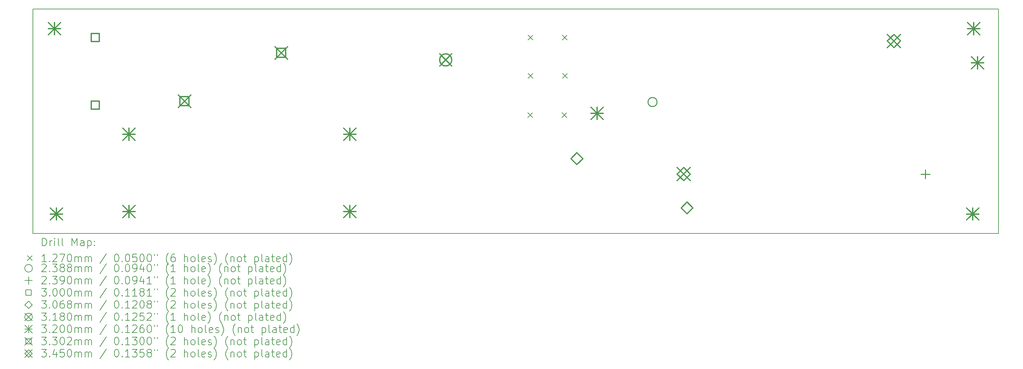
<source format=gbr>
%TF.GenerationSoftware,KiCad,Pcbnew,7.0.9*%
%TF.CreationDate,2024-04-22T21:03:58-07:00*%
%TF.ProjectId,AVcarrierBoard,41566361-7272-4696-9572-426f6172642e,rev?*%
%TF.SameCoordinates,Original*%
%TF.FileFunction,Drillmap*%
%TF.FilePolarity,Positive*%
%FSLAX45Y45*%
G04 Gerber Fmt 4.5, Leading zero omitted, Abs format (unit mm)*
G04 Created by KiCad (PCBNEW 7.0.9) date 2024-04-22 21:03:58*
%MOMM*%
%LPD*%
G01*
G04 APERTURE LIST*
%ADD10C,0.200000*%
%ADD11C,0.127000*%
%ADD12C,0.238760*%
%ADD13C,0.239000*%
%ADD14C,0.299999*%
%ADD15C,0.306832*%
%ADD16C,0.318000*%
%ADD17C,0.320000*%
%ADD18C,0.330200*%
%ADD19C,0.345000*%
G04 APERTURE END LIST*
D10*
X2276500Y-6557000D02*
X27636500Y-6557000D01*
X27636500Y-12457000D01*
X2276500Y-12457000D01*
X2276500Y-6557000D01*
D11*
X15272742Y-9276500D02*
X15399742Y-9403500D01*
X15399742Y-9276500D02*
X15272742Y-9403500D01*
X15285162Y-7241960D02*
X15412162Y-7368960D01*
X15412162Y-7241960D02*
X15285162Y-7368960D01*
X15287700Y-8245260D02*
X15414700Y-8372260D01*
X15414700Y-8245260D02*
X15287700Y-8372260D01*
X16172740Y-9276500D02*
X16299740Y-9403500D01*
X16299740Y-9276500D02*
X16172740Y-9403500D01*
X16185160Y-7241960D02*
X16312160Y-7368960D01*
X16312160Y-7241960D02*
X16185160Y-7368960D01*
X16187698Y-8245260D02*
X16314698Y-8372260D01*
X16314698Y-8245260D02*
X16187698Y-8372260D01*
D12*
X18671920Y-9000000D02*
G75*
G03*
X18671920Y-9000000I-119380J0D01*
G01*
D13*
X25714000Y-10775000D02*
X25714000Y-11014000D01*
X25594500Y-10894500D02*
X25833500Y-10894500D01*
D14*
X4022747Y-7409111D02*
X4022747Y-7196977D01*
X3810613Y-7196977D01*
X3810613Y-7409111D01*
X4022747Y-7409111D01*
X4022747Y-9189107D02*
X4022747Y-8976973D01*
X3810613Y-8976973D01*
X3810613Y-9189107D01*
X4022747Y-9189107D01*
D15*
X16567330Y-10641076D02*
X16720746Y-10487660D01*
X16567330Y-10334244D01*
X16413914Y-10487660D01*
X16567330Y-10641076D01*
X19461660Y-11936476D02*
X19615076Y-11783060D01*
X19461660Y-11629644D01*
X19308244Y-11783060D01*
X19461660Y-11936476D01*
D16*
X12962000Y-7733000D02*
X13280000Y-8051000D01*
X13280000Y-7733000D02*
X12962000Y-8051000D01*
X13280000Y-7892000D02*
G75*
G03*
X13280000Y-7892000I-159000J0D01*
G01*
D17*
X2684800Y-6911360D02*
X3004800Y-7231360D01*
X3004800Y-6911360D02*
X2684800Y-7231360D01*
X2844800Y-6911360D02*
X2844800Y-7231360D01*
X2684800Y-7071360D02*
X3004800Y-7071360D01*
X2740680Y-11783080D02*
X3060680Y-12103080D01*
X3060680Y-11783080D02*
X2740680Y-12103080D01*
X2900680Y-11783080D02*
X2900680Y-12103080D01*
X2740680Y-11943080D02*
X3060680Y-11943080D01*
X4645750Y-9690375D02*
X4965750Y-10010375D01*
X4965750Y-9690375D02*
X4645750Y-10010375D01*
X4805750Y-9690375D02*
X4805750Y-10010375D01*
X4645750Y-9850375D02*
X4965750Y-9850375D01*
X4645750Y-11722375D02*
X4965750Y-12042375D01*
X4965750Y-11722375D02*
X4645750Y-12042375D01*
X4805750Y-11722375D02*
X4805750Y-12042375D01*
X4645750Y-11882375D02*
X4965750Y-11882375D01*
X10445750Y-9690375D02*
X10765750Y-10010375D01*
X10765750Y-9690375D02*
X10445750Y-10010375D01*
X10605750Y-9690375D02*
X10605750Y-10010375D01*
X10445750Y-9850375D02*
X10765750Y-9850375D01*
X10445750Y-11722375D02*
X10765750Y-12042375D01*
X10765750Y-11722375D02*
X10445750Y-12042375D01*
X10605750Y-11722375D02*
X10605750Y-12042375D01*
X10445750Y-11882375D02*
X10765750Y-11882375D01*
X16940000Y-9140000D02*
X17260000Y-9460000D01*
X17260000Y-9140000D02*
X16940000Y-9460000D01*
X17100000Y-9140000D02*
X17100000Y-9460000D01*
X16940000Y-9300000D02*
X17260000Y-9300000D01*
X26799560Y-11783080D02*
X27119560Y-12103080D01*
X27119560Y-11783080D02*
X26799560Y-12103080D01*
X26959560Y-11783080D02*
X26959560Y-12103080D01*
X26799560Y-11943080D02*
X27119560Y-11943080D01*
X26824960Y-6911360D02*
X27144960Y-7231360D01*
X27144960Y-6911360D02*
X26824960Y-7231360D01*
X26984960Y-6911360D02*
X26984960Y-7231360D01*
X26824960Y-7071360D02*
X27144960Y-7071360D01*
X26925200Y-7807500D02*
X27245200Y-8127500D01*
X27245200Y-7807500D02*
X26925200Y-8127500D01*
X27085200Y-7807500D02*
X27085200Y-8127500D01*
X26925200Y-7967500D02*
X27245200Y-7967500D01*
D18*
X6096580Y-8810500D02*
X6426780Y-9140700D01*
X6426780Y-8810500D02*
X6096580Y-9140700D01*
X6378424Y-9092344D02*
X6378424Y-8858856D01*
X6144936Y-8858856D01*
X6144936Y-9092344D01*
X6378424Y-9092344D01*
X8636580Y-7540500D02*
X8966780Y-7870700D01*
X8966780Y-7540500D02*
X8636580Y-7870700D01*
X8918424Y-7822344D02*
X8918424Y-7588856D01*
X8684936Y-7588856D01*
X8684936Y-7822344D01*
X8918424Y-7822344D01*
D19*
X19199500Y-10722000D02*
X19544500Y-11067000D01*
X19544500Y-10722000D02*
X19199500Y-11067000D01*
X19372000Y-11067000D02*
X19544500Y-10894500D01*
X19372000Y-10722000D01*
X19199500Y-10894500D01*
X19372000Y-11067000D01*
X24719500Y-7221000D02*
X25064500Y-7566000D01*
X25064500Y-7221000D02*
X24719500Y-7566000D01*
X24892000Y-7566000D02*
X25064500Y-7393500D01*
X24892000Y-7221000D01*
X24719500Y-7393500D01*
X24892000Y-7566000D01*
D10*
X2527277Y-12778484D02*
X2527277Y-12578484D01*
X2527277Y-12578484D02*
X2574896Y-12578484D01*
X2574896Y-12578484D02*
X2603467Y-12588008D01*
X2603467Y-12588008D02*
X2622515Y-12607055D01*
X2622515Y-12607055D02*
X2632039Y-12626103D01*
X2632039Y-12626103D02*
X2641563Y-12664198D01*
X2641563Y-12664198D02*
X2641563Y-12692769D01*
X2641563Y-12692769D02*
X2632039Y-12730865D01*
X2632039Y-12730865D02*
X2622515Y-12749912D01*
X2622515Y-12749912D02*
X2603467Y-12768960D01*
X2603467Y-12768960D02*
X2574896Y-12778484D01*
X2574896Y-12778484D02*
X2527277Y-12778484D01*
X2727277Y-12778484D02*
X2727277Y-12645150D01*
X2727277Y-12683246D02*
X2736801Y-12664198D01*
X2736801Y-12664198D02*
X2746324Y-12654674D01*
X2746324Y-12654674D02*
X2765372Y-12645150D01*
X2765372Y-12645150D02*
X2784420Y-12645150D01*
X2851086Y-12778484D02*
X2851086Y-12645150D01*
X2851086Y-12578484D02*
X2841562Y-12588008D01*
X2841562Y-12588008D02*
X2851086Y-12597531D01*
X2851086Y-12597531D02*
X2860610Y-12588008D01*
X2860610Y-12588008D02*
X2851086Y-12578484D01*
X2851086Y-12578484D02*
X2851086Y-12597531D01*
X2974896Y-12778484D02*
X2955848Y-12768960D01*
X2955848Y-12768960D02*
X2946324Y-12749912D01*
X2946324Y-12749912D02*
X2946324Y-12578484D01*
X3079658Y-12778484D02*
X3060610Y-12768960D01*
X3060610Y-12768960D02*
X3051086Y-12749912D01*
X3051086Y-12749912D02*
X3051086Y-12578484D01*
X3308229Y-12778484D02*
X3308229Y-12578484D01*
X3308229Y-12578484D02*
X3374896Y-12721341D01*
X3374896Y-12721341D02*
X3441562Y-12578484D01*
X3441562Y-12578484D02*
X3441562Y-12778484D01*
X3622515Y-12778484D02*
X3622515Y-12673722D01*
X3622515Y-12673722D02*
X3612991Y-12654674D01*
X3612991Y-12654674D02*
X3593943Y-12645150D01*
X3593943Y-12645150D02*
X3555848Y-12645150D01*
X3555848Y-12645150D02*
X3536801Y-12654674D01*
X3622515Y-12768960D02*
X3603467Y-12778484D01*
X3603467Y-12778484D02*
X3555848Y-12778484D01*
X3555848Y-12778484D02*
X3536801Y-12768960D01*
X3536801Y-12768960D02*
X3527277Y-12749912D01*
X3527277Y-12749912D02*
X3527277Y-12730865D01*
X3527277Y-12730865D02*
X3536801Y-12711817D01*
X3536801Y-12711817D02*
X3555848Y-12702293D01*
X3555848Y-12702293D02*
X3603467Y-12702293D01*
X3603467Y-12702293D02*
X3622515Y-12692769D01*
X3717753Y-12645150D02*
X3717753Y-12845150D01*
X3717753Y-12654674D02*
X3736801Y-12645150D01*
X3736801Y-12645150D02*
X3774896Y-12645150D01*
X3774896Y-12645150D02*
X3793943Y-12654674D01*
X3793943Y-12654674D02*
X3803467Y-12664198D01*
X3803467Y-12664198D02*
X3812991Y-12683246D01*
X3812991Y-12683246D02*
X3812991Y-12740388D01*
X3812991Y-12740388D02*
X3803467Y-12759436D01*
X3803467Y-12759436D02*
X3793943Y-12768960D01*
X3793943Y-12768960D02*
X3774896Y-12778484D01*
X3774896Y-12778484D02*
X3736801Y-12778484D01*
X3736801Y-12778484D02*
X3717753Y-12768960D01*
X3898705Y-12759436D02*
X3908229Y-12768960D01*
X3908229Y-12768960D02*
X3898705Y-12778484D01*
X3898705Y-12778484D02*
X3889182Y-12768960D01*
X3889182Y-12768960D02*
X3898705Y-12759436D01*
X3898705Y-12759436D02*
X3898705Y-12778484D01*
X3898705Y-12654674D02*
X3908229Y-12664198D01*
X3908229Y-12664198D02*
X3898705Y-12673722D01*
X3898705Y-12673722D02*
X3889182Y-12664198D01*
X3889182Y-12664198D02*
X3898705Y-12654674D01*
X3898705Y-12654674D02*
X3898705Y-12673722D01*
D11*
X2139500Y-13043500D02*
X2266500Y-13170500D01*
X2266500Y-13043500D02*
X2139500Y-13170500D01*
D10*
X2632039Y-13198484D02*
X2517753Y-13198484D01*
X2574896Y-13198484D02*
X2574896Y-12998484D01*
X2574896Y-12998484D02*
X2555848Y-13027055D01*
X2555848Y-13027055D02*
X2536801Y-13046103D01*
X2536801Y-13046103D02*
X2517753Y-13055627D01*
X2717753Y-13179436D02*
X2727277Y-13188960D01*
X2727277Y-13188960D02*
X2717753Y-13198484D01*
X2717753Y-13198484D02*
X2708229Y-13188960D01*
X2708229Y-13188960D02*
X2717753Y-13179436D01*
X2717753Y-13179436D02*
X2717753Y-13198484D01*
X2803467Y-13017531D02*
X2812991Y-13008008D01*
X2812991Y-13008008D02*
X2832039Y-12998484D01*
X2832039Y-12998484D02*
X2879658Y-12998484D01*
X2879658Y-12998484D02*
X2898705Y-13008008D01*
X2898705Y-13008008D02*
X2908229Y-13017531D01*
X2908229Y-13017531D02*
X2917753Y-13036579D01*
X2917753Y-13036579D02*
X2917753Y-13055627D01*
X2917753Y-13055627D02*
X2908229Y-13084198D01*
X2908229Y-13084198D02*
X2793944Y-13198484D01*
X2793944Y-13198484D02*
X2917753Y-13198484D01*
X2984420Y-12998484D02*
X3117753Y-12998484D01*
X3117753Y-12998484D02*
X3032039Y-13198484D01*
X3232039Y-12998484D02*
X3251086Y-12998484D01*
X3251086Y-12998484D02*
X3270134Y-13008008D01*
X3270134Y-13008008D02*
X3279658Y-13017531D01*
X3279658Y-13017531D02*
X3289182Y-13036579D01*
X3289182Y-13036579D02*
X3298705Y-13074674D01*
X3298705Y-13074674D02*
X3298705Y-13122293D01*
X3298705Y-13122293D02*
X3289182Y-13160388D01*
X3289182Y-13160388D02*
X3279658Y-13179436D01*
X3279658Y-13179436D02*
X3270134Y-13188960D01*
X3270134Y-13188960D02*
X3251086Y-13198484D01*
X3251086Y-13198484D02*
X3232039Y-13198484D01*
X3232039Y-13198484D02*
X3212991Y-13188960D01*
X3212991Y-13188960D02*
X3203467Y-13179436D01*
X3203467Y-13179436D02*
X3193943Y-13160388D01*
X3193943Y-13160388D02*
X3184420Y-13122293D01*
X3184420Y-13122293D02*
X3184420Y-13074674D01*
X3184420Y-13074674D02*
X3193943Y-13036579D01*
X3193943Y-13036579D02*
X3203467Y-13017531D01*
X3203467Y-13017531D02*
X3212991Y-13008008D01*
X3212991Y-13008008D02*
X3232039Y-12998484D01*
X3384420Y-13198484D02*
X3384420Y-13065150D01*
X3384420Y-13084198D02*
X3393943Y-13074674D01*
X3393943Y-13074674D02*
X3412991Y-13065150D01*
X3412991Y-13065150D02*
X3441563Y-13065150D01*
X3441563Y-13065150D02*
X3460610Y-13074674D01*
X3460610Y-13074674D02*
X3470134Y-13093722D01*
X3470134Y-13093722D02*
X3470134Y-13198484D01*
X3470134Y-13093722D02*
X3479658Y-13074674D01*
X3479658Y-13074674D02*
X3498705Y-13065150D01*
X3498705Y-13065150D02*
X3527277Y-13065150D01*
X3527277Y-13065150D02*
X3546324Y-13074674D01*
X3546324Y-13074674D02*
X3555848Y-13093722D01*
X3555848Y-13093722D02*
X3555848Y-13198484D01*
X3651086Y-13198484D02*
X3651086Y-13065150D01*
X3651086Y-13084198D02*
X3660610Y-13074674D01*
X3660610Y-13074674D02*
X3679658Y-13065150D01*
X3679658Y-13065150D02*
X3708229Y-13065150D01*
X3708229Y-13065150D02*
X3727277Y-13074674D01*
X3727277Y-13074674D02*
X3736801Y-13093722D01*
X3736801Y-13093722D02*
X3736801Y-13198484D01*
X3736801Y-13093722D02*
X3746324Y-13074674D01*
X3746324Y-13074674D02*
X3765372Y-13065150D01*
X3765372Y-13065150D02*
X3793943Y-13065150D01*
X3793943Y-13065150D02*
X3812991Y-13074674D01*
X3812991Y-13074674D02*
X3822515Y-13093722D01*
X3822515Y-13093722D02*
X3822515Y-13198484D01*
X4212991Y-12988960D02*
X4041563Y-13246103D01*
X4470134Y-12998484D02*
X4489182Y-12998484D01*
X4489182Y-12998484D02*
X4508229Y-13008008D01*
X4508229Y-13008008D02*
X4517753Y-13017531D01*
X4517753Y-13017531D02*
X4527277Y-13036579D01*
X4527277Y-13036579D02*
X4536801Y-13074674D01*
X4536801Y-13074674D02*
X4536801Y-13122293D01*
X4536801Y-13122293D02*
X4527277Y-13160388D01*
X4527277Y-13160388D02*
X4517753Y-13179436D01*
X4517753Y-13179436D02*
X4508229Y-13188960D01*
X4508229Y-13188960D02*
X4489182Y-13198484D01*
X4489182Y-13198484D02*
X4470134Y-13198484D01*
X4470134Y-13198484D02*
X4451087Y-13188960D01*
X4451087Y-13188960D02*
X4441563Y-13179436D01*
X4441563Y-13179436D02*
X4432039Y-13160388D01*
X4432039Y-13160388D02*
X4422515Y-13122293D01*
X4422515Y-13122293D02*
X4422515Y-13074674D01*
X4422515Y-13074674D02*
X4432039Y-13036579D01*
X4432039Y-13036579D02*
X4441563Y-13017531D01*
X4441563Y-13017531D02*
X4451087Y-13008008D01*
X4451087Y-13008008D02*
X4470134Y-12998484D01*
X4622515Y-13179436D02*
X4632039Y-13188960D01*
X4632039Y-13188960D02*
X4622515Y-13198484D01*
X4622515Y-13198484D02*
X4612991Y-13188960D01*
X4612991Y-13188960D02*
X4622515Y-13179436D01*
X4622515Y-13179436D02*
X4622515Y-13198484D01*
X4755848Y-12998484D02*
X4774896Y-12998484D01*
X4774896Y-12998484D02*
X4793944Y-13008008D01*
X4793944Y-13008008D02*
X4803468Y-13017531D01*
X4803468Y-13017531D02*
X4812991Y-13036579D01*
X4812991Y-13036579D02*
X4822515Y-13074674D01*
X4822515Y-13074674D02*
X4822515Y-13122293D01*
X4822515Y-13122293D02*
X4812991Y-13160388D01*
X4812991Y-13160388D02*
X4803468Y-13179436D01*
X4803468Y-13179436D02*
X4793944Y-13188960D01*
X4793944Y-13188960D02*
X4774896Y-13198484D01*
X4774896Y-13198484D02*
X4755848Y-13198484D01*
X4755848Y-13198484D02*
X4736801Y-13188960D01*
X4736801Y-13188960D02*
X4727277Y-13179436D01*
X4727277Y-13179436D02*
X4717753Y-13160388D01*
X4717753Y-13160388D02*
X4708229Y-13122293D01*
X4708229Y-13122293D02*
X4708229Y-13074674D01*
X4708229Y-13074674D02*
X4717753Y-13036579D01*
X4717753Y-13036579D02*
X4727277Y-13017531D01*
X4727277Y-13017531D02*
X4736801Y-13008008D01*
X4736801Y-13008008D02*
X4755848Y-12998484D01*
X5003468Y-12998484D02*
X4908229Y-12998484D01*
X4908229Y-12998484D02*
X4898706Y-13093722D01*
X4898706Y-13093722D02*
X4908229Y-13084198D01*
X4908229Y-13084198D02*
X4927277Y-13074674D01*
X4927277Y-13074674D02*
X4974896Y-13074674D01*
X4974896Y-13074674D02*
X4993944Y-13084198D01*
X4993944Y-13084198D02*
X5003468Y-13093722D01*
X5003468Y-13093722D02*
X5012991Y-13112769D01*
X5012991Y-13112769D02*
X5012991Y-13160388D01*
X5012991Y-13160388D02*
X5003468Y-13179436D01*
X5003468Y-13179436D02*
X4993944Y-13188960D01*
X4993944Y-13188960D02*
X4974896Y-13198484D01*
X4974896Y-13198484D02*
X4927277Y-13198484D01*
X4927277Y-13198484D02*
X4908229Y-13188960D01*
X4908229Y-13188960D02*
X4898706Y-13179436D01*
X5136801Y-12998484D02*
X5155849Y-12998484D01*
X5155849Y-12998484D02*
X5174896Y-13008008D01*
X5174896Y-13008008D02*
X5184420Y-13017531D01*
X5184420Y-13017531D02*
X5193944Y-13036579D01*
X5193944Y-13036579D02*
X5203468Y-13074674D01*
X5203468Y-13074674D02*
X5203468Y-13122293D01*
X5203468Y-13122293D02*
X5193944Y-13160388D01*
X5193944Y-13160388D02*
X5184420Y-13179436D01*
X5184420Y-13179436D02*
X5174896Y-13188960D01*
X5174896Y-13188960D02*
X5155849Y-13198484D01*
X5155849Y-13198484D02*
X5136801Y-13198484D01*
X5136801Y-13198484D02*
X5117753Y-13188960D01*
X5117753Y-13188960D02*
X5108229Y-13179436D01*
X5108229Y-13179436D02*
X5098706Y-13160388D01*
X5098706Y-13160388D02*
X5089182Y-13122293D01*
X5089182Y-13122293D02*
X5089182Y-13074674D01*
X5089182Y-13074674D02*
X5098706Y-13036579D01*
X5098706Y-13036579D02*
X5108229Y-13017531D01*
X5108229Y-13017531D02*
X5117753Y-13008008D01*
X5117753Y-13008008D02*
X5136801Y-12998484D01*
X5327277Y-12998484D02*
X5346325Y-12998484D01*
X5346325Y-12998484D02*
X5365372Y-13008008D01*
X5365372Y-13008008D02*
X5374896Y-13017531D01*
X5374896Y-13017531D02*
X5384420Y-13036579D01*
X5384420Y-13036579D02*
X5393944Y-13074674D01*
X5393944Y-13074674D02*
X5393944Y-13122293D01*
X5393944Y-13122293D02*
X5384420Y-13160388D01*
X5384420Y-13160388D02*
X5374896Y-13179436D01*
X5374896Y-13179436D02*
X5365372Y-13188960D01*
X5365372Y-13188960D02*
X5346325Y-13198484D01*
X5346325Y-13198484D02*
X5327277Y-13198484D01*
X5327277Y-13198484D02*
X5308229Y-13188960D01*
X5308229Y-13188960D02*
X5298706Y-13179436D01*
X5298706Y-13179436D02*
X5289182Y-13160388D01*
X5289182Y-13160388D02*
X5279658Y-13122293D01*
X5279658Y-13122293D02*
X5279658Y-13074674D01*
X5279658Y-13074674D02*
X5289182Y-13036579D01*
X5289182Y-13036579D02*
X5298706Y-13017531D01*
X5298706Y-13017531D02*
X5308229Y-13008008D01*
X5308229Y-13008008D02*
X5327277Y-12998484D01*
X5470134Y-12998484D02*
X5470134Y-13036579D01*
X5546325Y-12998484D02*
X5546325Y-13036579D01*
X5841563Y-13274674D02*
X5832039Y-13265150D01*
X5832039Y-13265150D02*
X5812991Y-13236579D01*
X5812991Y-13236579D02*
X5803468Y-13217531D01*
X5803468Y-13217531D02*
X5793944Y-13188960D01*
X5793944Y-13188960D02*
X5784420Y-13141341D01*
X5784420Y-13141341D02*
X5784420Y-13103246D01*
X5784420Y-13103246D02*
X5793944Y-13055627D01*
X5793944Y-13055627D02*
X5803468Y-13027055D01*
X5803468Y-13027055D02*
X5812991Y-13008008D01*
X5812991Y-13008008D02*
X5832039Y-12979436D01*
X5832039Y-12979436D02*
X5841563Y-12969912D01*
X6003468Y-12998484D02*
X5965372Y-12998484D01*
X5965372Y-12998484D02*
X5946325Y-13008008D01*
X5946325Y-13008008D02*
X5936801Y-13017531D01*
X5936801Y-13017531D02*
X5917753Y-13046103D01*
X5917753Y-13046103D02*
X5908229Y-13084198D01*
X5908229Y-13084198D02*
X5908229Y-13160388D01*
X5908229Y-13160388D02*
X5917753Y-13179436D01*
X5917753Y-13179436D02*
X5927277Y-13188960D01*
X5927277Y-13188960D02*
X5946325Y-13198484D01*
X5946325Y-13198484D02*
X5984420Y-13198484D01*
X5984420Y-13198484D02*
X6003468Y-13188960D01*
X6003468Y-13188960D02*
X6012991Y-13179436D01*
X6012991Y-13179436D02*
X6022515Y-13160388D01*
X6022515Y-13160388D02*
X6022515Y-13112769D01*
X6022515Y-13112769D02*
X6012991Y-13093722D01*
X6012991Y-13093722D02*
X6003468Y-13084198D01*
X6003468Y-13084198D02*
X5984420Y-13074674D01*
X5984420Y-13074674D02*
X5946325Y-13074674D01*
X5946325Y-13074674D02*
X5927277Y-13084198D01*
X5927277Y-13084198D02*
X5917753Y-13093722D01*
X5917753Y-13093722D02*
X5908229Y-13112769D01*
X6260610Y-13198484D02*
X6260610Y-12998484D01*
X6346325Y-13198484D02*
X6346325Y-13093722D01*
X6346325Y-13093722D02*
X6336801Y-13074674D01*
X6336801Y-13074674D02*
X6317753Y-13065150D01*
X6317753Y-13065150D02*
X6289182Y-13065150D01*
X6289182Y-13065150D02*
X6270134Y-13074674D01*
X6270134Y-13074674D02*
X6260610Y-13084198D01*
X6470134Y-13198484D02*
X6451087Y-13188960D01*
X6451087Y-13188960D02*
X6441563Y-13179436D01*
X6441563Y-13179436D02*
X6432039Y-13160388D01*
X6432039Y-13160388D02*
X6432039Y-13103246D01*
X6432039Y-13103246D02*
X6441563Y-13084198D01*
X6441563Y-13084198D02*
X6451087Y-13074674D01*
X6451087Y-13074674D02*
X6470134Y-13065150D01*
X6470134Y-13065150D02*
X6498706Y-13065150D01*
X6498706Y-13065150D02*
X6517753Y-13074674D01*
X6517753Y-13074674D02*
X6527277Y-13084198D01*
X6527277Y-13084198D02*
X6536801Y-13103246D01*
X6536801Y-13103246D02*
X6536801Y-13160388D01*
X6536801Y-13160388D02*
X6527277Y-13179436D01*
X6527277Y-13179436D02*
X6517753Y-13188960D01*
X6517753Y-13188960D02*
X6498706Y-13198484D01*
X6498706Y-13198484D02*
X6470134Y-13198484D01*
X6651087Y-13198484D02*
X6632039Y-13188960D01*
X6632039Y-13188960D02*
X6622515Y-13169912D01*
X6622515Y-13169912D02*
X6622515Y-12998484D01*
X6803468Y-13188960D02*
X6784420Y-13198484D01*
X6784420Y-13198484D02*
X6746325Y-13198484D01*
X6746325Y-13198484D02*
X6727277Y-13188960D01*
X6727277Y-13188960D02*
X6717753Y-13169912D01*
X6717753Y-13169912D02*
X6717753Y-13093722D01*
X6717753Y-13093722D02*
X6727277Y-13074674D01*
X6727277Y-13074674D02*
X6746325Y-13065150D01*
X6746325Y-13065150D02*
X6784420Y-13065150D01*
X6784420Y-13065150D02*
X6803468Y-13074674D01*
X6803468Y-13074674D02*
X6812991Y-13093722D01*
X6812991Y-13093722D02*
X6812991Y-13112769D01*
X6812991Y-13112769D02*
X6717753Y-13131817D01*
X6889182Y-13188960D02*
X6908230Y-13198484D01*
X6908230Y-13198484D02*
X6946325Y-13198484D01*
X6946325Y-13198484D02*
X6965372Y-13188960D01*
X6965372Y-13188960D02*
X6974896Y-13169912D01*
X6974896Y-13169912D02*
X6974896Y-13160388D01*
X6974896Y-13160388D02*
X6965372Y-13141341D01*
X6965372Y-13141341D02*
X6946325Y-13131817D01*
X6946325Y-13131817D02*
X6917753Y-13131817D01*
X6917753Y-13131817D02*
X6898706Y-13122293D01*
X6898706Y-13122293D02*
X6889182Y-13103246D01*
X6889182Y-13103246D02*
X6889182Y-13093722D01*
X6889182Y-13093722D02*
X6898706Y-13074674D01*
X6898706Y-13074674D02*
X6917753Y-13065150D01*
X6917753Y-13065150D02*
X6946325Y-13065150D01*
X6946325Y-13065150D02*
X6965372Y-13074674D01*
X7041563Y-13274674D02*
X7051087Y-13265150D01*
X7051087Y-13265150D02*
X7070134Y-13236579D01*
X7070134Y-13236579D02*
X7079658Y-13217531D01*
X7079658Y-13217531D02*
X7089182Y-13188960D01*
X7089182Y-13188960D02*
X7098706Y-13141341D01*
X7098706Y-13141341D02*
X7098706Y-13103246D01*
X7098706Y-13103246D02*
X7089182Y-13055627D01*
X7089182Y-13055627D02*
X7079658Y-13027055D01*
X7079658Y-13027055D02*
X7070134Y-13008008D01*
X7070134Y-13008008D02*
X7051087Y-12979436D01*
X7051087Y-12979436D02*
X7041563Y-12969912D01*
X7403468Y-13274674D02*
X7393944Y-13265150D01*
X7393944Y-13265150D02*
X7374896Y-13236579D01*
X7374896Y-13236579D02*
X7365372Y-13217531D01*
X7365372Y-13217531D02*
X7355849Y-13188960D01*
X7355849Y-13188960D02*
X7346325Y-13141341D01*
X7346325Y-13141341D02*
X7346325Y-13103246D01*
X7346325Y-13103246D02*
X7355849Y-13055627D01*
X7355849Y-13055627D02*
X7365372Y-13027055D01*
X7365372Y-13027055D02*
X7374896Y-13008008D01*
X7374896Y-13008008D02*
X7393944Y-12979436D01*
X7393944Y-12979436D02*
X7403468Y-12969912D01*
X7479658Y-13065150D02*
X7479658Y-13198484D01*
X7479658Y-13084198D02*
X7489182Y-13074674D01*
X7489182Y-13074674D02*
X7508230Y-13065150D01*
X7508230Y-13065150D02*
X7536801Y-13065150D01*
X7536801Y-13065150D02*
X7555849Y-13074674D01*
X7555849Y-13074674D02*
X7565372Y-13093722D01*
X7565372Y-13093722D02*
X7565372Y-13198484D01*
X7689182Y-13198484D02*
X7670134Y-13188960D01*
X7670134Y-13188960D02*
X7660611Y-13179436D01*
X7660611Y-13179436D02*
X7651087Y-13160388D01*
X7651087Y-13160388D02*
X7651087Y-13103246D01*
X7651087Y-13103246D02*
X7660611Y-13084198D01*
X7660611Y-13084198D02*
X7670134Y-13074674D01*
X7670134Y-13074674D02*
X7689182Y-13065150D01*
X7689182Y-13065150D02*
X7717753Y-13065150D01*
X7717753Y-13065150D02*
X7736801Y-13074674D01*
X7736801Y-13074674D02*
X7746325Y-13084198D01*
X7746325Y-13084198D02*
X7755849Y-13103246D01*
X7755849Y-13103246D02*
X7755849Y-13160388D01*
X7755849Y-13160388D02*
X7746325Y-13179436D01*
X7746325Y-13179436D02*
X7736801Y-13188960D01*
X7736801Y-13188960D02*
X7717753Y-13198484D01*
X7717753Y-13198484D02*
X7689182Y-13198484D01*
X7812992Y-13065150D02*
X7889182Y-13065150D01*
X7841563Y-12998484D02*
X7841563Y-13169912D01*
X7841563Y-13169912D02*
X7851087Y-13188960D01*
X7851087Y-13188960D02*
X7870134Y-13198484D01*
X7870134Y-13198484D02*
X7889182Y-13198484D01*
X8108230Y-13065150D02*
X8108230Y-13265150D01*
X8108230Y-13074674D02*
X8127277Y-13065150D01*
X8127277Y-13065150D02*
X8165373Y-13065150D01*
X8165373Y-13065150D02*
X8184420Y-13074674D01*
X8184420Y-13074674D02*
X8193944Y-13084198D01*
X8193944Y-13084198D02*
X8203468Y-13103246D01*
X8203468Y-13103246D02*
X8203468Y-13160388D01*
X8203468Y-13160388D02*
X8193944Y-13179436D01*
X8193944Y-13179436D02*
X8184420Y-13188960D01*
X8184420Y-13188960D02*
X8165373Y-13198484D01*
X8165373Y-13198484D02*
X8127277Y-13198484D01*
X8127277Y-13198484D02*
X8108230Y-13188960D01*
X8317753Y-13198484D02*
X8298706Y-13188960D01*
X8298706Y-13188960D02*
X8289182Y-13169912D01*
X8289182Y-13169912D02*
X8289182Y-12998484D01*
X8479658Y-13198484D02*
X8479658Y-13093722D01*
X8479658Y-13093722D02*
X8470135Y-13074674D01*
X8470135Y-13074674D02*
X8451087Y-13065150D01*
X8451087Y-13065150D02*
X8412992Y-13065150D01*
X8412992Y-13065150D02*
X8393944Y-13074674D01*
X8479658Y-13188960D02*
X8460611Y-13198484D01*
X8460611Y-13198484D02*
X8412992Y-13198484D01*
X8412992Y-13198484D02*
X8393944Y-13188960D01*
X8393944Y-13188960D02*
X8384420Y-13169912D01*
X8384420Y-13169912D02*
X8384420Y-13150865D01*
X8384420Y-13150865D02*
X8393944Y-13131817D01*
X8393944Y-13131817D02*
X8412992Y-13122293D01*
X8412992Y-13122293D02*
X8460611Y-13122293D01*
X8460611Y-13122293D02*
X8479658Y-13112769D01*
X8546325Y-13065150D02*
X8622515Y-13065150D01*
X8574896Y-12998484D02*
X8574896Y-13169912D01*
X8574896Y-13169912D02*
X8584420Y-13188960D01*
X8584420Y-13188960D02*
X8603468Y-13198484D01*
X8603468Y-13198484D02*
X8622515Y-13198484D01*
X8765373Y-13188960D02*
X8746325Y-13198484D01*
X8746325Y-13198484D02*
X8708230Y-13198484D01*
X8708230Y-13198484D02*
X8689182Y-13188960D01*
X8689182Y-13188960D02*
X8679658Y-13169912D01*
X8679658Y-13169912D02*
X8679658Y-13093722D01*
X8679658Y-13093722D02*
X8689182Y-13074674D01*
X8689182Y-13074674D02*
X8708230Y-13065150D01*
X8708230Y-13065150D02*
X8746325Y-13065150D01*
X8746325Y-13065150D02*
X8765373Y-13074674D01*
X8765373Y-13074674D02*
X8774896Y-13093722D01*
X8774896Y-13093722D02*
X8774896Y-13112769D01*
X8774896Y-13112769D02*
X8679658Y-13131817D01*
X8946325Y-13198484D02*
X8946325Y-12998484D01*
X8946325Y-13188960D02*
X8927277Y-13198484D01*
X8927277Y-13198484D02*
X8889182Y-13198484D01*
X8889182Y-13198484D02*
X8870135Y-13188960D01*
X8870135Y-13188960D02*
X8860611Y-13179436D01*
X8860611Y-13179436D02*
X8851087Y-13160388D01*
X8851087Y-13160388D02*
X8851087Y-13103246D01*
X8851087Y-13103246D02*
X8860611Y-13084198D01*
X8860611Y-13084198D02*
X8870135Y-13074674D01*
X8870135Y-13074674D02*
X8889182Y-13065150D01*
X8889182Y-13065150D02*
X8927277Y-13065150D01*
X8927277Y-13065150D02*
X8946325Y-13074674D01*
X9022516Y-13274674D02*
X9032039Y-13265150D01*
X9032039Y-13265150D02*
X9051087Y-13236579D01*
X9051087Y-13236579D02*
X9060611Y-13217531D01*
X9060611Y-13217531D02*
X9070135Y-13188960D01*
X9070135Y-13188960D02*
X9079658Y-13141341D01*
X9079658Y-13141341D02*
X9079658Y-13103246D01*
X9079658Y-13103246D02*
X9070135Y-13055627D01*
X9070135Y-13055627D02*
X9060611Y-13027055D01*
X9060611Y-13027055D02*
X9051087Y-13008008D01*
X9051087Y-13008008D02*
X9032039Y-12979436D01*
X9032039Y-12979436D02*
X9022516Y-12969912D01*
X2266500Y-13371000D02*
G75*
G03*
X2266500Y-13371000I-100000J0D01*
G01*
X2517753Y-13281531D02*
X2527277Y-13272008D01*
X2527277Y-13272008D02*
X2546324Y-13262484D01*
X2546324Y-13262484D02*
X2593944Y-13262484D01*
X2593944Y-13262484D02*
X2612991Y-13272008D01*
X2612991Y-13272008D02*
X2622515Y-13281531D01*
X2622515Y-13281531D02*
X2632039Y-13300579D01*
X2632039Y-13300579D02*
X2632039Y-13319627D01*
X2632039Y-13319627D02*
X2622515Y-13348198D01*
X2622515Y-13348198D02*
X2508229Y-13462484D01*
X2508229Y-13462484D02*
X2632039Y-13462484D01*
X2717753Y-13443436D02*
X2727277Y-13452960D01*
X2727277Y-13452960D02*
X2717753Y-13462484D01*
X2717753Y-13462484D02*
X2708229Y-13452960D01*
X2708229Y-13452960D02*
X2717753Y-13443436D01*
X2717753Y-13443436D02*
X2717753Y-13462484D01*
X2793944Y-13262484D02*
X2917753Y-13262484D01*
X2917753Y-13262484D02*
X2851086Y-13338674D01*
X2851086Y-13338674D02*
X2879658Y-13338674D01*
X2879658Y-13338674D02*
X2898705Y-13348198D01*
X2898705Y-13348198D02*
X2908229Y-13357722D01*
X2908229Y-13357722D02*
X2917753Y-13376769D01*
X2917753Y-13376769D02*
X2917753Y-13424388D01*
X2917753Y-13424388D02*
X2908229Y-13443436D01*
X2908229Y-13443436D02*
X2898705Y-13452960D01*
X2898705Y-13452960D02*
X2879658Y-13462484D01*
X2879658Y-13462484D02*
X2822515Y-13462484D01*
X2822515Y-13462484D02*
X2803467Y-13452960D01*
X2803467Y-13452960D02*
X2793944Y-13443436D01*
X3032039Y-13348198D02*
X3012991Y-13338674D01*
X3012991Y-13338674D02*
X3003467Y-13329150D01*
X3003467Y-13329150D02*
X2993943Y-13310103D01*
X2993943Y-13310103D02*
X2993943Y-13300579D01*
X2993943Y-13300579D02*
X3003467Y-13281531D01*
X3003467Y-13281531D02*
X3012991Y-13272008D01*
X3012991Y-13272008D02*
X3032039Y-13262484D01*
X3032039Y-13262484D02*
X3070134Y-13262484D01*
X3070134Y-13262484D02*
X3089182Y-13272008D01*
X3089182Y-13272008D02*
X3098705Y-13281531D01*
X3098705Y-13281531D02*
X3108229Y-13300579D01*
X3108229Y-13300579D02*
X3108229Y-13310103D01*
X3108229Y-13310103D02*
X3098705Y-13329150D01*
X3098705Y-13329150D02*
X3089182Y-13338674D01*
X3089182Y-13338674D02*
X3070134Y-13348198D01*
X3070134Y-13348198D02*
X3032039Y-13348198D01*
X3032039Y-13348198D02*
X3012991Y-13357722D01*
X3012991Y-13357722D02*
X3003467Y-13367246D01*
X3003467Y-13367246D02*
X2993943Y-13386293D01*
X2993943Y-13386293D02*
X2993943Y-13424388D01*
X2993943Y-13424388D02*
X3003467Y-13443436D01*
X3003467Y-13443436D02*
X3012991Y-13452960D01*
X3012991Y-13452960D02*
X3032039Y-13462484D01*
X3032039Y-13462484D02*
X3070134Y-13462484D01*
X3070134Y-13462484D02*
X3089182Y-13452960D01*
X3089182Y-13452960D02*
X3098705Y-13443436D01*
X3098705Y-13443436D02*
X3108229Y-13424388D01*
X3108229Y-13424388D02*
X3108229Y-13386293D01*
X3108229Y-13386293D02*
X3098705Y-13367246D01*
X3098705Y-13367246D02*
X3089182Y-13357722D01*
X3089182Y-13357722D02*
X3070134Y-13348198D01*
X3222515Y-13348198D02*
X3203467Y-13338674D01*
X3203467Y-13338674D02*
X3193943Y-13329150D01*
X3193943Y-13329150D02*
X3184420Y-13310103D01*
X3184420Y-13310103D02*
X3184420Y-13300579D01*
X3184420Y-13300579D02*
X3193943Y-13281531D01*
X3193943Y-13281531D02*
X3203467Y-13272008D01*
X3203467Y-13272008D02*
X3222515Y-13262484D01*
X3222515Y-13262484D02*
X3260610Y-13262484D01*
X3260610Y-13262484D02*
X3279658Y-13272008D01*
X3279658Y-13272008D02*
X3289182Y-13281531D01*
X3289182Y-13281531D02*
X3298705Y-13300579D01*
X3298705Y-13300579D02*
X3298705Y-13310103D01*
X3298705Y-13310103D02*
X3289182Y-13329150D01*
X3289182Y-13329150D02*
X3279658Y-13338674D01*
X3279658Y-13338674D02*
X3260610Y-13348198D01*
X3260610Y-13348198D02*
X3222515Y-13348198D01*
X3222515Y-13348198D02*
X3203467Y-13357722D01*
X3203467Y-13357722D02*
X3193943Y-13367246D01*
X3193943Y-13367246D02*
X3184420Y-13386293D01*
X3184420Y-13386293D02*
X3184420Y-13424388D01*
X3184420Y-13424388D02*
X3193943Y-13443436D01*
X3193943Y-13443436D02*
X3203467Y-13452960D01*
X3203467Y-13452960D02*
X3222515Y-13462484D01*
X3222515Y-13462484D02*
X3260610Y-13462484D01*
X3260610Y-13462484D02*
X3279658Y-13452960D01*
X3279658Y-13452960D02*
X3289182Y-13443436D01*
X3289182Y-13443436D02*
X3298705Y-13424388D01*
X3298705Y-13424388D02*
X3298705Y-13386293D01*
X3298705Y-13386293D02*
X3289182Y-13367246D01*
X3289182Y-13367246D02*
X3279658Y-13357722D01*
X3279658Y-13357722D02*
X3260610Y-13348198D01*
X3384420Y-13462484D02*
X3384420Y-13329150D01*
X3384420Y-13348198D02*
X3393943Y-13338674D01*
X3393943Y-13338674D02*
X3412991Y-13329150D01*
X3412991Y-13329150D02*
X3441563Y-13329150D01*
X3441563Y-13329150D02*
X3460610Y-13338674D01*
X3460610Y-13338674D02*
X3470134Y-13357722D01*
X3470134Y-13357722D02*
X3470134Y-13462484D01*
X3470134Y-13357722D02*
X3479658Y-13338674D01*
X3479658Y-13338674D02*
X3498705Y-13329150D01*
X3498705Y-13329150D02*
X3527277Y-13329150D01*
X3527277Y-13329150D02*
X3546324Y-13338674D01*
X3546324Y-13338674D02*
X3555848Y-13357722D01*
X3555848Y-13357722D02*
X3555848Y-13462484D01*
X3651086Y-13462484D02*
X3651086Y-13329150D01*
X3651086Y-13348198D02*
X3660610Y-13338674D01*
X3660610Y-13338674D02*
X3679658Y-13329150D01*
X3679658Y-13329150D02*
X3708229Y-13329150D01*
X3708229Y-13329150D02*
X3727277Y-13338674D01*
X3727277Y-13338674D02*
X3736801Y-13357722D01*
X3736801Y-13357722D02*
X3736801Y-13462484D01*
X3736801Y-13357722D02*
X3746324Y-13338674D01*
X3746324Y-13338674D02*
X3765372Y-13329150D01*
X3765372Y-13329150D02*
X3793943Y-13329150D01*
X3793943Y-13329150D02*
X3812991Y-13338674D01*
X3812991Y-13338674D02*
X3822515Y-13357722D01*
X3822515Y-13357722D02*
X3822515Y-13462484D01*
X4212991Y-13252960D02*
X4041563Y-13510103D01*
X4470134Y-13262484D02*
X4489182Y-13262484D01*
X4489182Y-13262484D02*
X4508229Y-13272008D01*
X4508229Y-13272008D02*
X4517753Y-13281531D01*
X4517753Y-13281531D02*
X4527277Y-13300579D01*
X4527277Y-13300579D02*
X4536801Y-13338674D01*
X4536801Y-13338674D02*
X4536801Y-13386293D01*
X4536801Y-13386293D02*
X4527277Y-13424388D01*
X4527277Y-13424388D02*
X4517753Y-13443436D01*
X4517753Y-13443436D02*
X4508229Y-13452960D01*
X4508229Y-13452960D02*
X4489182Y-13462484D01*
X4489182Y-13462484D02*
X4470134Y-13462484D01*
X4470134Y-13462484D02*
X4451087Y-13452960D01*
X4451087Y-13452960D02*
X4441563Y-13443436D01*
X4441563Y-13443436D02*
X4432039Y-13424388D01*
X4432039Y-13424388D02*
X4422515Y-13386293D01*
X4422515Y-13386293D02*
X4422515Y-13338674D01*
X4422515Y-13338674D02*
X4432039Y-13300579D01*
X4432039Y-13300579D02*
X4441563Y-13281531D01*
X4441563Y-13281531D02*
X4451087Y-13272008D01*
X4451087Y-13272008D02*
X4470134Y-13262484D01*
X4622515Y-13443436D02*
X4632039Y-13452960D01*
X4632039Y-13452960D02*
X4622515Y-13462484D01*
X4622515Y-13462484D02*
X4612991Y-13452960D01*
X4612991Y-13452960D02*
X4622515Y-13443436D01*
X4622515Y-13443436D02*
X4622515Y-13462484D01*
X4755848Y-13262484D02*
X4774896Y-13262484D01*
X4774896Y-13262484D02*
X4793944Y-13272008D01*
X4793944Y-13272008D02*
X4803468Y-13281531D01*
X4803468Y-13281531D02*
X4812991Y-13300579D01*
X4812991Y-13300579D02*
X4822515Y-13338674D01*
X4822515Y-13338674D02*
X4822515Y-13386293D01*
X4822515Y-13386293D02*
X4812991Y-13424388D01*
X4812991Y-13424388D02*
X4803468Y-13443436D01*
X4803468Y-13443436D02*
X4793944Y-13452960D01*
X4793944Y-13452960D02*
X4774896Y-13462484D01*
X4774896Y-13462484D02*
X4755848Y-13462484D01*
X4755848Y-13462484D02*
X4736801Y-13452960D01*
X4736801Y-13452960D02*
X4727277Y-13443436D01*
X4727277Y-13443436D02*
X4717753Y-13424388D01*
X4717753Y-13424388D02*
X4708229Y-13386293D01*
X4708229Y-13386293D02*
X4708229Y-13338674D01*
X4708229Y-13338674D02*
X4717753Y-13300579D01*
X4717753Y-13300579D02*
X4727277Y-13281531D01*
X4727277Y-13281531D02*
X4736801Y-13272008D01*
X4736801Y-13272008D02*
X4755848Y-13262484D01*
X4917753Y-13462484D02*
X4955848Y-13462484D01*
X4955848Y-13462484D02*
X4974896Y-13452960D01*
X4974896Y-13452960D02*
X4984420Y-13443436D01*
X4984420Y-13443436D02*
X5003468Y-13414865D01*
X5003468Y-13414865D02*
X5012991Y-13376769D01*
X5012991Y-13376769D02*
X5012991Y-13300579D01*
X5012991Y-13300579D02*
X5003468Y-13281531D01*
X5003468Y-13281531D02*
X4993944Y-13272008D01*
X4993944Y-13272008D02*
X4974896Y-13262484D01*
X4974896Y-13262484D02*
X4936801Y-13262484D01*
X4936801Y-13262484D02*
X4917753Y-13272008D01*
X4917753Y-13272008D02*
X4908229Y-13281531D01*
X4908229Y-13281531D02*
X4898706Y-13300579D01*
X4898706Y-13300579D02*
X4898706Y-13348198D01*
X4898706Y-13348198D02*
X4908229Y-13367246D01*
X4908229Y-13367246D02*
X4917753Y-13376769D01*
X4917753Y-13376769D02*
X4936801Y-13386293D01*
X4936801Y-13386293D02*
X4974896Y-13386293D01*
X4974896Y-13386293D02*
X4993944Y-13376769D01*
X4993944Y-13376769D02*
X5003468Y-13367246D01*
X5003468Y-13367246D02*
X5012991Y-13348198D01*
X5184420Y-13329150D02*
X5184420Y-13462484D01*
X5136801Y-13252960D02*
X5089182Y-13395817D01*
X5089182Y-13395817D02*
X5212991Y-13395817D01*
X5327277Y-13262484D02*
X5346325Y-13262484D01*
X5346325Y-13262484D02*
X5365372Y-13272008D01*
X5365372Y-13272008D02*
X5374896Y-13281531D01*
X5374896Y-13281531D02*
X5384420Y-13300579D01*
X5384420Y-13300579D02*
X5393944Y-13338674D01*
X5393944Y-13338674D02*
X5393944Y-13386293D01*
X5393944Y-13386293D02*
X5384420Y-13424388D01*
X5384420Y-13424388D02*
X5374896Y-13443436D01*
X5374896Y-13443436D02*
X5365372Y-13452960D01*
X5365372Y-13452960D02*
X5346325Y-13462484D01*
X5346325Y-13462484D02*
X5327277Y-13462484D01*
X5327277Y-13462484D02*
X5308229Y-13452960D01*
X5308229Y-13452960D02*
X5298706Y-13443436D01*
X5298706Y-13443436D02*
X5289182Y-13424388D01*
X5289182Y-13424388D02*
X5279658Y-13386293D01*
X5279658Y-13386293D02*
X5279658Y-13338674D01*
X5279658Y-13338674D02*
X5289182Y-13300579D01*
X5289182Y-13300579D02*
X5298706Y-13281531D01*
X5298706Y-13281531D02*
X5308229Y-13272008D01*
X5308229Y-13272008D02*
X5327277Y-13262484D01*
X5470134Y-13262484D02*
X5470134Y-13300579D01*
X5546325Y-13262484D02*
X5546325Y-13300579D01*
X5841563Y-13538674D02*
X5832039Y-13529150D01*
X5832039Y-13529150D02*
X5812991Y-13500579D01*
X5812991Y-13500579D02*
X5803468Y-13481531D01*
X5803468Y-13481531D02*
X5793944Y-13452960D01*
X5793944Y-13452960D02*
X5784420Y-13405341D01*
X5784420Y-13405341D02*
X5784420Y-13367246D01*
X5784420Y-13367246D02*
X5793944Y-13319627D01*
X5793944Y-13319627D02*
X5803468Y-13291055D01*
X5803468Y-13291055D02*
X5812991Y-13272008D01*
X5812991Y-13272008D02*
X5832039Y-13243436D01*
X5832039Y-13243436D02*
X5841563Y-13233912D01*
X6022515Y-13462484D02*
X5908229Y-13462484D01*
X5965372Y-13462484D02*
X5965372Y-13262484D01*
X5965372Y-13262484D02*
X5946325Y-13291055D01*
X5946325Y-13291055D02*
X5927277Y-13310103D01*
X5927277Y-13310103D02*
X5908229Y-13319627D01*
X6260610Y-13462484D02*
X6260610Y-13262484D01*
X6346325Y-13462484D02*
X6346325Y-13357722D01*
X6346325Y-13357722D02*
X6336801Y-13338674D01*
X6336801Y-13338674D02*
X6317753Y-13329150D01*
X6317753Y-13329150D02*
X6289182Y-13329150D01*
X6289182Y-13329150D02*
X6270134Y-13338674D01*
X6270134Y-13338674D02*
X6260610Y-13348198D01*
X6470134Y-13462484D02*
X6451087Y-13452960D01*
X6451087Y-13452960D02*
X6441563Y-13443436D01*
X6441563Y-13443436D02*
X6432039Y-13424388D01*
X6432039Y-13424388D02*
X6432039Y-13367246D01*
X6432039Y-13367246D02*
X6441563Y-13348198D01*
X6441563Y-13348198D02*
X6451087Y-13338674D01*
X6451087Y-13338674D02*
X6470134Y-13329150D01*
X6470134Y-13329150D02*
X6498706Y-13329150D01*
X6498706Y-13329150D02*
X6517753Y-13338674D01*
X6517753Y-13338674D02*
X6527277Y-13348198D01*
X6527277Y-13348198D02*
X6536801Y-13367246D01*
X6536801Y-13367246D02*
X6536801Y-13424388D01*
X6536801Y-13424388D02*
X6527277Y-13443436D01*
X6527277Y-13443436D02*
X6517753Y-13452960D01*
X6517753Y-13452960D02*
X6498706Y-13462484D01*
X6498706Y-13462484D02*
X6470134Y-13462484D01*
X6651087Y-13462484D02*
X6632039Y-13452960D01*
X6632039Y-13452960D02*
X6622515Y-13433912D01*
X6622515Y-13433912D02*
X6622515Y-13262484D01*
X6803468Y-13452960D02*
X6784420Y-13462484D01*
X6784420Y-13462484D02*
X6746325Y-13462484D01*
X6746325Y-13462484D02*
X6727277Y-13452960D01*
X6727277Y-13452960D02*
X6717753Y-13433912D01*
X6717753Y-13433912D02*
X6717753Y-13357722D01*
X6717753Y-13357722D02*
X6727277Y-13338674D01*
X6727277Y-13338674D02*
X6746325Y-13329150D01*
X6746325Y-13329150D02*
X6784420Y-13329150D01*
X6784420Y-13329150D02*
X6803468Y-13338674D01*
X6803468Y-13338674D02*
X6812991Y-13357722D01*
X6812991Y-13357722D02*
X6812991Y-13376769D01*
X6812991Y-13376769D02*
X6717753Y-13395817D01*
X6879658Y-13538674D02*
X6889182Y-13529150D01*
X6889182Y-13529150D02*
X6908230Y-13500579D01*
X6908230Y-13500579D02*
X6917753Y-13481531D01*
X6917753Y-13481531D02*
X6927277Y-13452960D01*
X6927277Y-13452960D02*
X6936801Y-13405341D01*
X6936801Y-13405341D02*
X6936801Y-13367246D01*
X6936801Y-13367246D02*
X6927277Y-13319627D01*
X6927277Y-13319627D02*
X6917753Y-13291055D01*
X6917753Y-13291055D02*
X6908230Y-13272008D01*
X6908230Y-13272008D02*
X6889182Y-13243436D01*
X6889182Y-13243436D02*
X6879658Y-13233912D01*
X7241563Y-13538674D02*
X7232039Y-13529150D01*
X7232039Y-13529150D02*
X7212991Y-13500579D01*
X7212991Y-13500579D02*
X7203468Y-13481531D01*
X7203468Y-13481531D02*
X7193944Y-13452960D01*
X7193944Y-13452960D02*
X7184420Y-13405341D01*
X7184420Y-13405341D02*
X7184420Y-13367246D01*
X7184420Y-13367246D02*
X7193944Y-13319627D01*
X7193944Y-13319627D02*
X7203468Y-13291055D01*
X7203468Y-13291055D02*
X7212991Y-13272008D01*
X7212991Y-13272008D02*
X7232039Y-13243436D01*
X7232039Y-13243436D02*
X7241563Y-13233912D01*
X7317753Y-13329150D02*
X7317753Y-13462484D01*
X7317753Y-13348198D02*
X7327277Y-13338674D01*
X7327277Y-13338674D02*
X7346325Y-13329150D01*
X7346325Y-13329150D02*
X7374896Y-13329150D01*
X7374896Y-13329150D02*
X7393944Y-13338674D01*
X7393944Y-13338674D02*
X7403468Y-13357722D01*
X7403468Y-13357722D02*
X7403468Y-13462484D01*
X7527277Y-13462484D02*
X7508230Y-13452960D01*
X7508230Y-13452960D02*
X7498706Y-13443436D01*
X7498706Y-13443436D02*
X7489182Y-13424388D01*
X7489182Y-13424388D02*
X7489182Y-13367246D01*
X7489182Y-13367246D02*
X7498706Y-13348198D01*
X7498706Y-13348198D02*
X7508230Y-13338674D01*
X7508230Y-13338674D02*
X7527277Y-13329150D01*
X7527277Y-13329150D02*
X7555849Y-13329150D01*
X7555849Y-13329150D02*
X7574896Y-13338674D01*
X7574896Y-13338674D02*
X7584420Y-13348198D01*
X7584420Y-13348198D02*
X7593944Y-13367246D01*
X7593944Y-13367246D02*
X7593944Y-13424388D01*
X7593944Y-13424388D02*
X7584420Y-13443436D01*
X7584420Y-13443436D02*
X7574896Y-13452960D01*
X7574896Y-13452960D02*
X7555849Y-13462484D01*
X7555849Y-13462484D02*
X7527277Y-13462484D01*
X7651087Y-13329150D02*
X7727277Y-13329150D01*
X7679658Y-13262484D02*
X7679658Y-13433912D01*
X7679658Y-13433912D02*
X7689182Y-13452960D01*
X7689182Y-13452960D02*
X7708230Y-13462484D01*
X7708230Y-13462484D02*
X7727277Y-13462484D01*
X7946325Y-13329150D02*
X7946325Y-13529150D01*
X7946325Y-13338674D02*
X7965372Y-13329150D01*
X7965372Y-13329150D02*
X8003468Y-13329150D01*
X8003468Y-13329150D02*
X8022515Y-13338674D01*
X8022515Y-13338674D02*
X8032039Y-13348198D01*
X8032039Y-13348198D02*
X8041563Y-13367246D01*
X8041563Y-13367246D02*
X8041563Y-13424388D01*
X8041563Y-13424388D02*
X8032039Y-13443436D01*
X8032039Y-13443436D02*
X8022515Y-13452960D01*
X8022515Y-13452960D02*
X8003468Y-13462484D01*
X8003468Y-13462484D02*
X7965372Y-13462484D01*
X7965372Y-13462484D02*
X7946325Y-13452960D01*
X8155849Y-13462484D02*
X8136801Y-13452960D01*
X8136801Y-13452960D02*
X8127277Y-13433912D01*
X8127277Y-13433912D02*
X8127277Y-13262484D01*
X8317753Y-13462484D02*
X8317753Y-13357722D01*
X8317753Y-13357722D02*
X8308230Y-13338674D01*
X8308230Y-13338674D02*
X8289182Y-13329150D01*
X8289182Y-13329150D02*
X8251087Y-13329150D01*
X8251087Y-13329150D02*
X8232039Y-13338674D01*
X8317753Y-13452960D02*
X8298706Y-13462484D01*
X8298706Y-13462484D02*
X8251087Y-13462484D01*
X8251087Y-13462484D02*
X8232039Y-13452960D01*
X8232039Y-13452960D02*
X8222515Y-13433912D01*
X8222515Y-13433912D02*
X8222515Y-13414865D01*
X8222515Y-13414865D02*
X8232039Y-13395817D01*
X8232039Y-13395817D02*
X8251087Y-13386293D01*
X8251087Y-13386293D02*
X8298706Y-13386293D01*
X8298706Y-13386293D02*
X8317753Y-13376769D01*
X8384420Y-13329150D02*
X8460611Y-13329150D01*
X8412992Y-13262484D02*
X8412992Y-13433912D01*
X8412992Y-13433912D02*
X8422515Y-13452960D01*
X8422515Y-13452960D02*
X8441563Y-13462484D01*
X8441563Y-13462484D02*
X8460611Y-13462484D01*
X8603468Y-13452960D02*
X8584420Y-13462484D01*
X8584420Y-13462484D02*
X8546325Y-13462484D01*
X8546325Y-13462484D02*
X8527277Y-13452960D01*
X8527277Y-13452960D02*
X8517754Y-13433912D01*
X8517754Y-13433912D02*
X8517754Y-13357722D01*
X8517754Y-13357722D02*
X8527277Y-13338674D01*
X8527277Y-13338674D02*
X8546325Y-13329150D01*
X8546325Y-13329150D02*
X8584420Y-13329150D01*
X8584420Y-13329150D02*
X8603468Y-13338674D01*
X8603468Y-13338674D02*
X8612992Y-13357722D01*
X8612992Y-13357722D02*
X8612992Y-13376769D01*
X8612992Y-13376769D02*
X8517754Y-13395817D01*
X8784420Y-13462484D02*
X8784420Y-13262484D01*
X8784420Y-13452960D02*
X8765373Y-13462484D01*
X8765373Y-13462484D02*
X8727277Y-13462484D01*
X8727277Y-13462484D02*
X8708230Y-13452960D01*
X8708230Y-13452960D02*
X8698706Y-13443436D01*
X8698706Y-13443436D02*
X8689182Y-13424388D01*
X8689182Y-13424388D02*
X8689182Y-13367246D01*
X8689182Y-13367246D02*
X8698706Y-13348198D01*
X8698706Y-13348198D02*
X8708230Y-13338674D01*
X8708230Y-13338674D02*
X8727277Y-13329150D01*
X8727277Y-13329150D02*
X8765373Y-13329150D01*
X8765373Y-13329150D02*
X8784420Y-13338674D01*
X8860611Y-13538674D02*
X8870135Y-13529150D01*
X8870135Y-13529150D02*
X8889182Y-13500579D01*
X8889182Y-13500579D02*
X8898706Y-13481531D01*
X8898706Y-13481531D02*
X8908230Y-13452960D01*
X8908230Y-13452960D02*
X8917754Y-13405341D01*
X8917754Y-13405341D02*
X8917754Y-13367246D01*
X8917754Y-13367246D02*
X8908230Y-13319627D01*
X8908230Y-13319627D02*
X8898706Y-13291055D01*
X8898706Y-13291055D02*
X8889182Y-13272008D01*
X8889182Y-13272008D02*
X8870135Y-13243436D01*
X8870135Y-13243436D02*
X8860611Y-13233912D01*
X2166500Y-13591000D02*
X2166500Y-13791000D01*
X2066500Y-13691000D02*
X2266500Y-13691000D01*
X2517753Y-13601531D02*
X2527277Y-13592008D01*
X2527277Y-13592008D02*
X2546324Y-13582484D01*
X2546324Y-13582484D02*
X2593944Y-13582484D01*
X2593944Y-13582484D02*
X2612991Y-13592008D01*
X2612991Y-13592008D02*
X2622515Y-13601531D01*
X2622515Y-13601531D02*
X2632039Y-13620579D01*
X2632039Y-13620579D02*
X2632039Y-13639627D01*
X2632039Y-13639627D02*
X2622515Y-13668198D01*
X2622515Y-13668198D02*
X2508229Y-13782484D01*
X2508229Y-13782484D02*
X2632039Y-13782484D01*
X2717753Y-13763436D02*
X2727277Y-13772960D01*
X2727277Y-13772960D02*
X2717753Y-13782484D01*
X2717753Y-13782484D02*
X2708229Y-13772960D01*
X2708229Y-13772960D02*
X2717753Y-13763436D01*
X2717753Y-13763436D02*
X2717753Y-13782484D01*
X2793944Y-13582484D02*
X2917753Y-13582484D01*
X2917753Y-13582484D02*
X2851086Y-13658674D01*
X2851086Y-13658674D02*
X2879658Y-13658674D01*
X2879658Y-13658674D02*
X2898705Y-13668198D01*
X2898705Y-13668198D02*
X2908229Y-13677722D01*
X2908229Y-13677722D02*
X2917753Y-13696769D01*
X2917753Y-13696769D02*
X2917753Y-13744388D01*
X2917753Y-13744388D02*
X2908229Y-13763436D01*
X2908229Y-13763436D02*
X2898705Y-13772960D01*
X2898705Y-13772960D02*
X2879658Y-13782484D01*
X2879658Y-13782484D02*
X2822515Y-13782484D01*
X2822515Y-13782484D02*
X2803467Y-13772960D01*
X2803467Y-13772960D02*
X2793944Y-13763436D01*
X3012991Y-13782484D02*
X3051086Y-13782484D01*
X3051086Y-13782484D02*
X3070134Y-13772960D01*
X3070134Y-13772960D02*
X3079658Y-13763436D01*
X3079658Y-13763436D02*
X3098705Y-13734865D01*
X3098705Y-13734865D02*
X3108229Y-13696769D01*
X3108229Y-13696769D02*
X3108229Y-13620579D01*
X3108229Y-13620579D02*
X3098705Y-13601531D01*
X3098705Y-13601531D02*
X3089182Y-13592008D01*
X3089182Y-13592008D02*
X3070134Y-13582484D01*
X3070134Y-13582484D02*
X3032039Y-13582484D01*
X3032039Y-13582484D02*
X3012991Y-13592008D01*
X3012991Y-13592008D02*
X3003467Y-13601531D01*
X3003467Y-13601531D02*
X2993943Y-13620579D01*
X2993943Y-13620579D02*
X2993943Y-13668198D01*
X2993943Y-13668198D02*
X3003467Y-13687246D01*
X3003467Y-13687246D02*
X3012991Y-13696769D01*
X3012991Y-13696769D02*
X3032039Y-13706293D01*
X3032039Y-13706293D02*
X3070134Y-13706293D01*
X3070134Y-13706293D02*
X3089182Y-13696769D01*
X3089182Y-13696769D02*
X3098705Y-13687246D01*
X3098705Y-13687246D02*
X3108229Y-13668198D01*
X3232039Y-13582484D02*
X3251086Y-13582484D01*
X3251086Y-13582484D02*
X3270134Y-13592008D01*
X3270134Y-13592008D02*
X3279658Y-13601531D01*
X3279658Y-13601531D02*
X3289182Y-13620579D01*
X3289182Y-13620579D02*
X3298705Y-13658674D01*
X3298705Y-13658674D02*
X3298705Y-13706293D01*
X3298705Y-13706293D02*
X3289182Y-13744388D01*
X3289182Y-13744388D02*
X3279658Y-13763436D01*
X3279658Y-13763436D02*
X3270134Y-13772960D01*
X3270134Y-13772960D02*
X3251086Y-13782484D01*
X3251086Y-13782484D02*
X3232039Y-13782484D01*
X3232039Y-13782484D02*
X3212991Y-13772960D01*
X3212991Y-13772960D02*
X3203467Y-13763436D01*
X3203467Y-13763436D02*
X3193943Y-13744388D01*
X3193943Y-13744388D02*
X3184420Y-13706293D01*
X3184420Y-13706293D02*
X3184420Y-13658674D01*
X3184420Y-13658674D02*
X3193943Y-13620579D01*
X3193943Y-13620579D02*
X3203467Y-13601531D01*
X3203467Y-13601531D02*
X3212991Y-13592008D01*
X3212991Y-13592008D02*
X3232039Y-13582484D01*
X3384420Y-13782484D02*
X3384420Y-13649150D01*
X3384420Y-13668198D02*
X3393943Y-13658674D01*
X3393943Y-13658674D02*
X3412991Y-13649150D01*
X3412991Y-13649150D02*
X3441563Y-13649150D01*
X3441563Y-13649150D02*
X3460610Y-13658674D01*
X3460610Y-13658674D02*
X3470134Y-13677722D01*
X3470134Y-13677722D02*
X3470134Y-13782484D01*
X3470134Y-13677722D02*
X3479658Y-13658674D01*
X3479658Y-13658674D02*
X3498705Y-13649150D01*
X3498705Y-13649150D02*
X3527277Y-13649150D01*
X3527277Y-13649150D02*
X3546324Y-13658674D01*
X3546324Y-13658674D02*
X3555848Y-13677722D01*
X3555848Y-13677722D02*
X3555848Y-13782484D01*
X3651086Y-13782484D02*
X3651086Y-13649150D01*
X3651086Y-13668198D02*
X3660610Y-13658674D01*
X3660610Y-13658674D02*
X3679658Y-13649150D01*
X3679658Y-13649150D02*
X3708229Y-13649150D01*
X3708229Y-13649150D02*
X3727277Y-13658674D01*
X3727277Y-13658674D02*
X3736801Y-13677722D01*
X3736801Y-13677722D02*
X3736801Y-13782484D01*
X3736801Y-13677722D02*
X3746324Y-13658674D01*
X3746324Y-13658674D02*
X3765372Y-13649150D01*
X3765372Y-13649150D02*
X3793943Y-13649150D01*
X3793943Y-13649150D02*
X3812991Y-13658674D01*
X3812991Y-13658674D02*
X3822515Y-13677722D01*
X3822515Y-13677722D02*
X3822515Y-13782484D01*
X4212991Y-13572960D02*
X4041563Y-13830103D01*
X4470134Y-13582484D02*
X4489182Y-13582484D01*
X4489182Y-13582484D02*
X4508229Y-13592008D01*
X4508229Y-13592008D02*
X4517753Y-13601531D01*
X4517753Y-13601531D02*
X4527277Y-13620579D01*
X4527277Y-13620579D02*
X4536801Y-13658674D01*
X4536801Y-13658674D02*
X4536801Y-13706293D01*
X4536801Y-13706293D02*
X4527277Y-13744388D01*
X4527277Y-13744388D02*
X4517753Y-13763436D01*
X4517753Y-13763436D02*
X4508229Y-13772960D01*
X4508229Y-13772960D02*
X4489182Y-13782484D01*
X4489182Y-13782484D02*
X4470134Y-13782484D01*
X4470134Y-13782484D02*
X4451087Y-13772960D01*
X4451087Y-13772960D02*
X4441563Y-13763436D01*
X4441563Y-13763436D02*
X4432039Y-13744388D01*
X4432039Y-13744388D02*
X4422515Y-13706293D01*
X4422515Y-13706293D02*
X4422515Y-13658674D01*
X4422515Y-13658674D02*
X4432039Y-13620579D01*
X4432039Y-13620579D02*
X4441563Y-13601531D01*
X4441563Y-13601531D02*
X4451087Y-13592008D01*
X4451087Y-13592008D02*
X4470134Y-13582484D01*
X4622515Y-13763436D02*
X4632039Y-13772960D01*
X4632039Y-13772960D02*
X4622515Y-13782484D01*
X4622515Y-13782484D02*
X4612991Y-13772960D01*
X4612991Y-13772960D02*
X4622515Y-13763436D01*
X4622515Y-13763436D02*
X4622515Y-13782484D01*
X4755848Y-13582484D02*
X4774896Y-13582484D01*
X4774896Y-13582484D02*
X4793944Y-13592008D01*
X4793944Y-13592008D02*
X4803468Y-13601531D01*
X4803468Y-13601531D02*
X4812991Y-13620579D01*
X4812991Y-13620579D02*
X4822515Y-13658674D01*
X4822515Y-13658674D02*
X4822515Y-13706293D01*
X4822515Y-13706293D02*
X4812991Y-13744388D01*
X4812991Y-13744388D02*
X4803468Y-13763436D01*
X4803468Y-13763436D02*
X4793944Y-13772960D01*
X4793944Y-13772960D02*
X4774896Y-13782484D01*
X4774896Y-13782484D02*
X4755848Y-13782484D01*
X4755848Y-13782484D02*
X4736801Y-13772960D01*
X4736801Y-13772960D02*
X4727277Y-13763436D01*
X4727277Y-13763436D02*
X4717753Y-13744388D01*
X4717753Y-13744388D02*
X4708229Y-13706293D01*
X4708229Y-13706293D02*
X4708229Y-13658674D01*
X4708229Y-13658674D02*
X4717753Y-13620579D01*
X4717753Y-13620579D02*
X4727277Y-13601531D01*
X4727277Y-13601531D02*
X4736801Y-13592008D01*
X4736801Y-13592008D02*
X4755848Y-13582484D01*
X4917753Y-13782484D02*
X4955848Y-13782484D01*
X4955848Y-13782484D02*
X4974896Y-13772960D01*
X4974896Y-13772960D02*
X4984420Y-13763436D01*
X4984420Y-13763436D02*
X5003468Y-13734865D01*
X5003468Y-13734865D02*
X5012991Y-13696769D01*
X5012991Y-13696769D02*
X5012991Y-13620579D01*
X5012991Y-13620579D02*
X5003468Y-13601531D01*
X5003468Y-13601531D02*
X4993944Y-13592008D01*
X4993944Y-13592008D02*
X4974896Y-13582484D01*
X4974896Y-13582484D02*
X4936801Y-13582484D01*
X4936801Y-13582484D02*
X4917753Y-13592008D01*
X4917753Y-13592008D02*
X4908229Y-13601531D01*
X4908229Y-13601531D02*
X4898706Y-13620579D01*
X4898706Y-13620579D02*
X4898706Y-13668198D01*
X4898706Y-13668198D02*
X4908229Y-13687246D01*
X4908229Y-13687246D02*
X4917753Y-13696769D01*
X4917753Y-13696769D02*
X4936801Y-13706293D01*
X4936801Y-13706293D02*
X4974896Y-13706293D01*
X4974896Y-13706293D02*
X4993944Y-13696769D01*
X4993944Y-13696769D02*
X5003468Y-13687246D01*
X5003468Y-13687246D02*
X5012991Y-13668198D01*
X5184420Y-13649150D02*
X5184420Y-13782484D01*
X5136801Y-13572960D02*
X5089182Y-13715817D01*
X5089182Y-13715817D02*
X5212991Y-13715817D01*
X5393944Y-13782484D02*
X5279658Y-13782484D01*
X5336801Y-13782484D02*
X5336801Y-13582484D01*
X5336801Y-13582484D02*
X5317753Y-13611055D01*
X5317753Y-13611055D02*
X5298706Y-13630103D01*
X5298706Y-13630103D02*
X5279658Y-13639627D01*
X5470134Y-13582484D02*
X5470134Y-13620579D01*
X5546325Y-13582484D02*
X5546325Y-13620579D01*
X5841563Y-13858674D02*
X5832039Y-13849150D01*
X5832039Y-13849150D02*
X5812991Y-13820579D01*
X5812991Y-13820579D02*
X5803468Y-13801531D01*
X5803468Y-13801531D02*
X5793944Y-13772960D01*
X5793944Y-13772960D02*
X5784420Y-13725341D01*
X5784420Y-13725341D02*
X5784420Y-13687246D01*
X5784420Y-13687246D02*
X5793944Y-13639627D01*
X5793944Y-13639627D02*
X5803468Y-13611055D01*
X5803468Y-13611055D02*
X5812991Y-13592008D01*
X5812991Y-13592008D02*
X5832039Y-13563436D01*
X5832039Y-13563436D02*
X5841563Y-13553912D01*
X6022515Y-13782484D02*
X5908229Y-13782484D01*
X5965372Y-13782484D02*
X5965372Y-13582484D01*
X5965372Y-13582484D02*
X5946325Y-13611055D01*
X5946325Y-13611055D02*
X5927277Y-13630103D01*
X5927277Y-13630103D02*
X5908229Y-13639627D01*
X6260610Y-13782484D02*
X6260610Y-13582484D01*
X6346325Y-13782484D02*
X6346325Y-13677722D01*
X6346325Y-13677722D02*
X6336801Y-13658674D01*
X6336801Y-13658674D02*
X6317753Y-13649150D01*
X6317753Y-13649150D02*
X6289182Y-13649150D01*
X6289182Y-13649150D02*
X6270134Y-13658674D01*
X6270134Y-13658674D02*
X6260610Y-13668198D01*
X6470134Y-13782484D02*
X6451087Y-13772960D01*
X6451087Y-13772960D02*
X6441563Y-13763436D01*
X6441563Y-13763436D02*
X6432039Y-13744388D01*
X6432039Y-13744388D02*
X6432039Y-13687246D01*
X6432039Y-13687246D02*
X6441563Y-13668198D01*
X6441563Y-13668198D02*
X6451087Y-13658674D01*
X6451087Y-13658674D02*
X6470134Y-13649150D01*
X6470134Y-13649150D02*
X6498706Y-13649150D01*
X6498706Y-13649150D02*
X6517753Y-13658674D01*
X6517753Y-13658674D02*
X6527277Y-13668198D01*
X6527277Y-13668198D02*
X6536801Y-13687246D01*
X6536801Y-13687246D02*
X6536801Y-13744388D01*
X6536801Y-13744388D02*
X6527277Y-13763436D01*
X6527277Y-13763436D02*
X6517753Y-13772960D01*
X6517753Y-13772960D02*
X6498706Y-13782484D01*
X6498706Y-13782484D02*
X6470134Y-13782484D01*
X6651087Y-13782484D02*
X6632039Y-13772960D01*
X6632039Y-13772960D02*
X6622515Y-13753912D01*
X6622515Y-13753912D02*
X6622515Y-13582484D01*
X6803468Y-13772960D02*
X6784420Y-13782484D01*
X6784420Y-13782484D02*
X6746325Y-13782484D01*
X6746325Y-13782484D02*
X6727277Y-13772960D01*
X6727277Y-13772960D02*
X6717753Y-13753912D01*
X6717753Y-13753912D02*
X6717753Y-13677722D01*
X6717753Y-13677722D02*
X6727277Y-13658674D01*
X6727277Y-13658674D02*
X6746325Y-13649150D01*
X6746325Y-13649150D02*
X6784420Y-13649150D01*
X6784420Y-13649150D02*
X6803468Y-13658674D01*
X6803468Y-13658674D02*
X6812991Y-13677722D01*
X6812991Y-13677722D02*
X6812991Y-13696769D01*
X6812991Y-13696769D02*
X6717753Y-13715817D01*
X6879658Y-13858674D02*
X6889182Y-13849150D01*
X6889182Y-13849150D02*
X6908230Y-13820579D01*
X6908230Y-13820579D02*
X6917753Y-13801531D01*
X6917753Y-13801531D02*
X6927277Y-13772960D01*
X6927277Y-13772960D02*
X6936801Y-13725341D01*
X6936801Y-13725341D02*
X6936801Y-13687246D01*
X6936801Y-13687246D02*
X6927277Y-13639627D01*
X6927277Y-13639627D02*
X6917753Y-13611055D01*
X6917753Y-13611055D02*
X6908230Y-13592008D01*
X6908230Y-13592008D02*
X6889182Y-13563436D01*
X6889182Y-13563436D02*
X6879658Y-13553912D01*
X7241563Y-13858674D02*
X7232039Y-13849150D01*
X7232039Y-13849150D02*
X7212991Y-13820579D01*
X7212991Y-13820579D02*
X7203468Y-13801531D01*
X7203468Y-13801531D02*
X7193944Y-13772960D01*
X7193944Y-13772960D02*
X7184420Y-13725341D01*
X7184420Y-13725341D02*
X7184420Y-13687246D01*
X7184420Y-13687246D02*
X7193944Y-13639627D01*
X7193944Y-13639627D02*
X7203468Y-13611055D01*
X7203468Y-13611055D02*
X7212991Y-13592008D01*
X7212991Y-13592008D02*
X7232039Y-13563436D01*
X7232039Y-13563436D02*
X7241563Y-13553912D01*
X7317753Y-13649150D02*
X7317753Y-13782484D01*
X7317753Y-13668198D02*
X7327277Y-13658674D01*
X7327277Y-13658674D02*
X7346325Y-13649150D01*
X7346325Y-13649150D02*
X7374896Y-13649150D01*
X7374896Y-13649150D02*
X7393944Y-13658674D01*
X7393944Y-13658674D02*
X7403468Y-13677722D01*
X7403468Y-13677722D02*
X7403468Y-13782484D01*
X7527277Y-13782484D02*
X7508230Y-13772960D01*
X7508230Y-13772960D02*
X7498706Y-13763436D01*
X7498706Y-13763436D02*
X7489182Y-13744388D01*
X7489182Y-13744388D02*
X7489182Y-13687246D01*
X7489182Y-13687246D02*
X7498706Y-13668198D01*
X7498706Y-13668198D02*
X7508230Y-13658674D01*
X7508230Y-13658674D02*
X7527277Y-13649150D01*
X7527277Y-13649150D02*
X7555849Y-13649150D01*
X7555849Y-13649150D02*
X7574896Y-13658674D01*
X7574896Y-13658674D02*
X7584420Y-13668198D01*
X7584420Y-13668198D02*
X7593944Y-13687246D01*
X7593944Y-13687246D02*
X7593944Y-13744388D01*
X7593944Y-13744388D02*
X7584420Y-13763436D01*
X7584420Y-13763436D02*
X7574896Y-13772960D01*
X7574896Y-13772960D02*
X7555849Y-13782484D01*
X7555849Y-13782484D02*
X7527277Y-13782484D01*
X7651087Y-13649150D02*
X7727277Y-13649150D01*
X7679658Y-13582484D02*
X7679658Y-13753912D01*
X7679658Y-13753912D02*
X7689182Y-13772960D01*
X7689182Y-13772960D02*
X7708230Y-13782484D01*
X7708230Y-13782484D02*
X7727277Y-13782484D01*
X7946325Y-13649150D02*
X7946325Y-13849150D01*
X7946325Y-13658674D02*
X7965372Y-13649150D01*
X7965372Y-13649150D02*
X8003468Y-13649150D01*
X8003468Y-13649150D02*
X8022515Y-13658674D01*
X8022515Y-13658674D02*
X8032039Y-13668198D01*
X8032039Y-13668198D02*
X8041563Y-13687246D01*
X8041563Y-13687246D02*
X8041563Y-13744388D01*
X8041563Y-13744388D02*
X8032039Y-13763436D01*
X8032039Y-13763436D02*
X8022515Y-13772960D01*
X8022515Y-13772960D02*
X8003468Y-13782484D01*
X8003468Y-13782484D02*
X7965372Y-13782484D01*
X7965372Y-13782484D02*
X7946325Y-13772960D01*
X8155849Y-13782484D02*
X8136801Y-13772960D01*
X8136801Y-13772960D02*
X8127277Y-13753912D01*
X8127277Y-13753912D02*
X8127277Y-13582484D01*
X8317753Y-13782484D02*
X8317753Y-13677722D01*
X8317753Y-13677722D02*
X8308230Y-13658674D01*
X8308230Y-13658674D02*
X8289182Y-13649150D01*
X8289182Y-13649150D02*
X8251087Y-13649150D01*
X8251087Y-13649150D02*
X8232039Y-13658674D01*
X8317753Y-13772960D02*
X8298706Y-13782484D01*
X8298706Y-13782484D02*
X8251087Y-13782484D01*
X8251087Y-13782484D02*
X8232039Y-13772960D01*
X8232039Y-13772960D02*
X8222515Y-13753912D01*
X8222515Y-13753912D02*
X8222515Y-13734865D01*
X8222515Y-13734865D02*
X8232039Y-13715817D01*
X8232039Y-13715817D02*
X8251087Y-13706293D01*
X8251087Y-13706293D02*
X8298706Y-13706293D01*
X8298706Y-13706293D02*
X8317753Y-13696769D01*
X8384420Y-13649150D02*
X8460611Y-13649150D01*
X8412992Y-13582484D02*
X8412992Y-13753912D01*
X8412992Y-13753912D02*
X8422515Y-13772960D01*
X8422515Y-13772960D02*
X8441563Y-13782484D01*
X8441563Y-13782484D02*
X8460611Y-13782484D01*
X8603468Y-13772960D02*
X8584420Y-13782484D01*
X8584420Y-13782484D02*
X8546325Y-13782484D01*
X8546325Y-13782484D02*
X8527277Y-13772960D01*
X8527277Y-13772960D02*
X8517754Y-13753912D01*
X8517754Y-13753912D02*
X8517754Y-13677722D01*
X8517754Y-13677722D02*
X8527277Y-13658674D01*
X8527277Y-13658674D02*
X8546325Y-13649150D01*
X8546325Y-13649150D02*
X8584420Y-13649150D01*
X8584420Y-13649150D02*
X8603468Y-13658674D01*
X8603468Y-13658674D02*
X8612992Y-13677722D01*
X8612992Y-13677722D02*
X8612992Y-13696769D01*
X8612992Y-13696769D02*
X8517754Y-13715817D01*
X8784420Y-13782484D02*
X8784420Y-13582484D01*
X8784420Y-13772960D02*
X8765373Y-13782484D01*
X8765373Y-13782484D02*
X8727277Y-13782484D01*
X8727277Y-13782484D02*
X8708230Y-13772960D01*
X8708230Y-13772960D02*
X8698706Y-13763436D01*
X8698706Y-13763436D02*
X8689182Y-13744388D01*
X8689182Y-13744388D02*
X8689182Y-13687246D01*
X8689182Y-13687246D02*
X8698706Y-13668198D01*
X8698706Y-13668198D02*
X8708230Y-13658674D01*
X8708230Y-13658674D02*
X8727277Y-13649150D01*
X8727277Y-13649150D02*
X8765373Y-13649150D01*
X8765373Y-13649150D02*
X8784420Y-13658674D01*
X8860611Y-13858674D02*
X8870135Y-13849150D01*
X8870135Y-13849150D02*
X8889182Y-13820579D01*
X8889182Y-13820579D02*
X8898706Y-13801531D01*
X8898706Y-13801531D02*
X8908230Y-13772960D01*
X8908230Y-13772960D02*
X8917754Y-13725341D01*
X8917754Y-13725341D02*
X8917754Y-13687246D01*
X8917754Y-13687246D02*
X8908230Y-13639627D01*
X8908230Y-13639627D02*
X8898706Y-13611055D01*
X8898706Y-13611055D02*
X8889182Y-13592008D01*
X8889182Y-13592008D02*
X8870135Y-13563436D01*
X8870135Y-13563436D02*
X8860611Y-13553912D01*
X2237211Y-14081711D02*
X2237211Y-13940289D01*
X2095789Y-13940289D01*
X2095789Y-14081711D01*
X2237211Y-14081711D01*
X2508229Y-13902484D02*
X2632039Y-13902484D01*
X2632039Y-13902484D02*
X2565372Y-13978674D01*
X2565372Y-13978674D02*
X2593944Y-13978674D01*
X2593944Y-13978674D02*
X2612991Y-13988198D01*
X2612991Y-13988198D02*
X2622515Y-13997722D01*
X2622515Y-13997722D02*
X2632039Y-14016769D01*
X2632039Y-14016769D02*
X2632039Y-14064388D01*
X2632039Y-14064388D02*
X2622515Y-14083436D01*
X2622515Y-14083436D02*
X2612991Y-14092960D01*
X2612991Y-14092960D02*
X2593944Y-14102484D01*
X2593944Y-14102484D02*
X2536801Y-14102484D01*
X2536801Y-14102484D02*
X2517753Y-14092960D01*
X2517753Y-14092960D02*
X2508229Y-14083436D01*
X2717753Y-14083436D02*
X2727277Y-14092960D01*
X2727277Y-14092960D02*
X2717753Y-14102484D01*
X2717753Y-14102484D02*
X2708229Y-14092960D01*
X2708229Y-14092960D02*
X2717753Y-14083436D01*
X2717753Y-14083436D02*
X2717753Y-14102484D01*
X2851086Y-13902484D02*
X2870134Y-13902484D01*
X2870134Y-13902484D02*
X2889182Y-13912008D01*
X2889182Y-13912008D02*
X2898705Y-13921531D01*
X2898705Y-13921531D02*
X2908229Y-13940579D01*
X2908229Y-13940579D02*
X2917753Y-13978674D01*
X2917753Y-13978674D02*
X2917753Y-14026293D01*
X2917753Y-14026293D02*
X2908229Y-14064388D01*
X2908229Y-14064388D02*
X2898705Y-14083436D01*
X2898705Y-14083436D02*
X2889182Y-14092960D01*
X2889182Y-14092960D02*
X2870134Y-14102484D01*
X2870134Y-14102484D02*
X2851086Y-14102484D01*
X2851086Y-14102484D02*
X2832039Y-14092960D01*
X2832039Y-14092960D02*
X2822515Y-14083436D01*
X2822515Y-14083436D02*
X2812991Y-14064388D01*
X2812991Y-14064388D02*
X2803467Y-14026293D01*
X2803467Y-14026293D02*
X2803467Y-13978674D01*
X2803467Y-13978674D02*
X2812991Y-13940579D01*
X2812991Y-13940579D02*
X2822515Y-13921531D01*
X2822515Y-13921531D02*
X2832039Y-13912008D01*
X2832039Y-13912008D02*
X2851086Y-13902484D01*
X3041562Y-13902484D02*
X3060610Y-13902484D01*
X3060610Y-13902484D02*
X3079658Y-13912008D01*
X3079658Y-13912008D02*
X3089182Y-13921531D01*
X3089182Y-13921531D02*
X3098705Y-13940579D01*
X3098705Y-13940579D02*
X3108229Y-13978674D01*
X3108229Y-13978674D02*
X3108229Y-14026293D01*
X3108229Y-14026293D02*
X3098705Y-14064388D01*
X3098705Y-14064388D02*
X3089182Y-14083436D01*
X3089182Y-14083436D02*
X3079658Y-14092960D01*
X3079658Y-14092960D02*
X3060610Y-14102484D01*
X3060610Y-14102484D02*
X3041562Y-14102484D01*
X3041562Y-14102484D02*
X3022515Y-14092960D01*
X3022515Y-14092960D02*
X3012991Y-14083436D01*
X3012991Y-14083436D02*
X3003467Y-14064388D01*
X3003467Y-14064388D02*
X2993943Y-14026293D01*
X2993943Y-14026293D02*
X2993943Y-13978674D01*
X2993943Y-13978674D02*
X3003467Y-13940579D01*
X3003467Y-13940579D02*
X3012991Y-13921531D01*
X3012991Y-13921531D02*
X3022515Y-13912008D01*
X3022515Y-13912008D02*
X3041562Y-13902484D01*
X3232039Y-13902484D02*
X3251086Y-13902484D01*
X3251086Y-13902484D02*
X3270134Y-13912008D01*
X3270134Y-13912008D02*
X3279658Y-13921531D01*
X3279658Y-13921531D02*
X3289182Y-13940579D01*
X3289182Y-13940579D02*
X3298705Y-13978674D01*
X3298705Y-13978674D02*
X3298705Y-14026293D01*
X3298705Y-14026293D02*
X3289182Y-14064388D01*
X3289182Y-14064388D02*
X3279658Y-14083436D01*
X3279658Y-14083436D02*
X3270134Y-14092960D01*
X3270134Y-14092960D02*
X3251086Y-14102484D01*
X3251086Y-14102484D02*
X3232039Y-14102484D01*
X3232039Y-14102484D02*
X3212991Y-14092960D01*
X3212991Y-14092960D02*
X3203467Y-14083436D01*
X3203467Y-14083436D02*
X3193943Y-14064388D01*
X3193943Y-14064388D02*
X3184420Y-14026293D01*
X3184420Y-14026293D02*
X3184420Y-13978674D01*
X3184420Y-13978674D02*
X3193943Y-13940579D01*
X3193943Y-13940579D02*
X3203467Y-13921531D01*
X3203467Y-13921531D02*
X3212991Y-13912008D01*
X3212991Y-13912008D02*
X3232039Y-13902484D01*
X3384420Y-14102484D02*
X3384420Y-13969150D01*
X3384420Y-13988198D02*
X3393943Y-13978674D01*
X3393943Y-13978674D02*
X3412991Y-13969150D01*
X3412991Y-13969150D02*
X3441563Y-13969150D01*
X3441563Y-13969150D02*
X3460610Y-13978674D01*
X3460610Y-13978674D02*
X3470134Y-13997722D01*
X3470134Y-13997722D02*
X3470134Y-14102484D01*
X3470134Y-13997722D02*
X3479658Y-13978674D01*
X3479658Y-13978674D02*
X3498705Y-13969150D01*
X3498705Y-13969150D02*
X3527277Y-13969150D01*
X3527277Y-13969150D02*
X3546324Y-13978674D01*
X3546324Y-13978674D02*
X3555848Y-13997722D01*
X3555848Y-13997722D02*
X3555848Y-14102484D01*
X3651086Y-14102484D02*
X3651086Y-13969150D01*
X3651086Y-13988198D02*
X3660610Y-13978674D01*
X3660610Y-13978674D02*
X3679658Y-13969150D01*
X3679658Y-13969150D02*
X3708229Y-13969150D01*
X3708229Y-13969150D02*
X3727277Y-13978674D01*
X3727277Y-13978674D02*
X3736801Y-13997722D01*
X3736801Y-13997722D02*
X3736801Y-14102484D01*
X3736801Y-13997722D02*
X3746324Y-13978674D01*
X3746324Y-13978674D02*
X3765372Y-13969150D01*
X3765372Y-13969150D02*
X3793943Y-13969150D01*
X3793943Y-13969150D02*
X3812991Y-13978674D01*
X3812991Y-13978674D02*
X3822515Y-13997722D01*
X3822515Y-13997722D02*
X3822515Y-14102484D01*
X4212991Y-13892960D02*
X4041563Y-14150103D01*
X4470134Y-13902484D02*
X4489182Y-13902484D01*
X4489182Y-13902484D02*
X4508229Y-13912008D01*
X4508229Y-13912008D02*
X4517753Y-13921531D01*
X4517753Y-13921531D02*
X4527277Y-13940579D01*
X4527277Y-13940579D02*
X4536801Y-13978674D01*
X4536801Y-13978674D02*
X4536801Y-14026293D01*
X4536801Y-14026293D02*
X4527277Y-14064388D01*
X4527277Y-14064388D02*
X4517753Y-14083436D01*
X4517753Y-14083436D02*
X4508229Y-14092960D01*
X4508229Y-14092960D02*
X4489182Y-14102484D01*
X4489182Y-14102484D02*
X4470134Y-14102484D01*
X4470134Y-14102484D02*
X4451087Y-14092960D01*
X4451087Y-14092960D02*
X4441563Y-14083436D01*
X4441563Y-14083436D02*
X4432039Y-14064388D01*
X4432039Y-14064388D02*
X4422515Y-14026293D01*
X4422515Y-14026293D02*
X4422515Y-13978674D01*
X4422515Y-13978674D02*
X4432039Y-13940579D01*
X4432039Y-13940579D02*
X4441563Y-13921531D01*
X4441563Y-13921531D02*
X4451087Y-13912008D01*
X4451087Y-13912008D02*
X4470134Y-13902484D01*
X4622515Y-14083436D02*
X4632039Y-14092960D01*
X4632039Y-14092960D02*
X4622515Y-14102484D01*
X4622515Y-14102484D02*
X4612991Y-14092960D01*
X4612991Y-14092960D02*
X4622515Y-14083436D01*
X4622515Y-14083436D02*
X4622515Y-14102484D01*
X4822515Y-14102484D02*
X4708229Y-14102484D01*
X4765372Y-14102484D02*
X4765372Y-13902484D01*
X4765372Y-13902484D02*
X4746325Y-13931055D01*
X4746325Y-13931055D02*
X4727277Y-13950103D01*
X4727277Y-13950103D02*
X4708229Y-13959627D01*
X5012991Y-14102484D02*
X4898706Y-14102484D01*
X4955848Y-14102484D02*
X4955848Y-13902484D01*
X4955848Y-13902484D02*
X4936801Y-13931055D01*
X4936801Y-13931055D02*
X4917753Y-13950103D01*
X4917753Y-13950103D02*
X4898706Y-13959627D01*
X5127277Y-13988198D02*
X5108229Y-13978674D01*
X5108229Y-13978674D02*
X5098706Y-13969150D01*
X5098706Y-13969150D02*
X5089182Y-13950103D01*
X5089182Y-13950103D02*
X5089182Y-13940579D01*
X5089182Y-13940579D02*
X5098706Y-13921531D01*
X5098706Y-13921531D02*
X5108229Y-13912008D01*
X5108229Y-13912008D02*
X5127277Y-13902484D01*
X5127277Y-13902484D02*
X5165372Y-13902484D01*
X5165372Y-13902484D02*
X5184420Y-13912008D01*
X5184420Y-13912008D02*
X5193944Y-13921531D01*
X5193944Y-13921531D02*
X5203468Y-13940579D01*
X5203468Y-13940579D02*
X5203468Y-13950103D01*
X5203468Y-13950103D02*
X5193944Y-13969150D01*
X5193944Y-13969150D02*
X5184420Y-13978674D01*
X5184420Y-13978674D02*
X5165372Y-13988198D01*
X5165372Y-13988198D02*
X5127277Y-13988198D01*
X5127277Y-13988198D02*
X5108229Y-13997722D01*
X5108229Y-13997722D02*
X5098706Y-14007246D01*
X5098706Y-14007246D02*
X5089182Y-14026293D01*
X5089182Y-14026293D02*
X5089182Y-14064388D01*
X5089182Y-14064388D02*
X5098706Y-14083436D01*
X5098706Y-14083436D02*
X5108229Y-14092960D01*
X5108229Y-14092960D02*
X5127277Y-14102484D01*
X5127277Y-14102484D02*
X5165372Y-14102484D01*
X5165372Y-14102484D02*
X5184420Y-14092960D01*
X5184420Y-14092960D02*
X5193944Y-14083436D01*
X5193944Y-14083436D02*
X5203468Y-14064388D01*
X5203468Y-14064388D02*
X5203468Y-14026293D01*
X5203468Y-14026293D02*
X5193944Y-14007246D01*
X5193944Y-14007246D02*
X5184420Y-13997722D01*
X5184420Y-13997722D02*
X5165372Y-13988198D01*
X5393944Y-14102484D02*
X5279658Y-14102484D01*
X5336801Y-14102484D02*
X5336801Y-13902484D01*
X5336801Y-13902484D02*
X5317753Y-13931055D01*
X5317753Y-13931055D02*
X5298706Y-13950103D01*
X5298706Y-13950103D02*
X5279658Y-13959627D01*
X5470134Y-13902484D02*
X5470134Y-13940579D01*
X5546325Y-13902484D02*
X5546325Y-13940579D01*
X5841563Y-14178674D02*
X5832039Y-14169150D01*
X5832039Y-14169150D02*
X5812991Y-14140579D01*
X5812991Y-14140579D02*
X5803468Y-14121531D01*
X5803468Y-14121531D02*
X5793944Y-14092960D01*
X5793944Y-14092960D02*
X5784420Y-14045341D01*
X5784420Y-14045341D02*
X5784420Y-14007246D01*
X5784420Y-14007246D02*
X5793944Y-13959627D01*
X5793944Y-13959627D02*
X5803468Y-13931055D01*
X5803468Y-13931055D02*
X5812991Y-13912008D01*
X5812991Y-13912008D02*
X5832039Y-13883436D01*
X5832039Y-13883436D02*
X5841563Y-13873912D01*
X5908229Y-13921531D02*
X5917753Y-13912008D01*
X5917753Y-13912008D02*
X5936801Y-13902484D01*
X5936801Y-13902484D02*
X5984420Y-13902484D01*
X5984420Y-13902484D02*
X6003468Y-13912008D01*
X6003468Y-13912008D02*
X6012991Y-13921531D01*
X6012991Y-13921531D02*
X6022515Y-13940579D01*
X6022515Y-13940579D02*
X6022515Y-13959627D01*
X6022515Y-13959627D02*
X6012991Y-13988198D01*
X6012991Y-13988198D02*
X5898706Y-14102484D01*
X5898706Y-14102484D02*
X6022515Y-14102484D01*
X6260610Y-14102484D02*
X6260610Y-13902484D01*
X6346325Y-14102484D02*
X6346325Y-13997722D01*
X6346325Y-13997722D02*
X6336801Y-13978674D01*
X6336801Y-13978674D02*
X6317753Y-13969150D01*
X6317753Y-13969150D02*
X6289182Y-13969150D01*
X6289182Y-13969150D02*
X6270134Y-13978674D01*
X6270134Y-13978674D02*
X6260610Y-13988198D01*
X6470134Y-14102484D02*
X6451087Y-14092960D01*
X6451087Y-14092960D02*
X6441563Y-14083436D01*
X6441563Y-14083436D02*
X6432039Y-14064388D01*
X6432039Y-14064388D02*
X6432039Y-14007246D01*
X6432039Y-14007246D02*
X6441563Y-13988198D01*
X6441563Y-13988198D02*
X6451087Y-13978674D01*
X6451087Y-13978674D02*
X6470134Y-13969150D01*
X6470134Y-13969150D02*
X6498706Y-13969150D01*
X6498706Y-13969150D02*
X6517753Y-13978674D01*
X6517753Y-13978674D02*
X6527277Y-13988198D01*
X6527277Y-13988198D02*
X6536801Y-14007246D01*
X6536801Y-14007246D02*
X6536801Y-14064388D01*
X6536801Y-14064388D02*
X6527277Y-14083436D01*
X6527277Y-14083436D02*
X6517753Y-14092960D01*
X6517753Y-14092960D02*
X6498706Y-14102484D01*
X6498706Y-14102484D02*
X6470134Y-14102484D01*
X6651087Y-14102484D02*
X6632039Y-14092960D01*
X6632039Y-14092960D02*
X6622515Y-14073912D01*
X6622515Y-14073912D02*
X6622515Y-13902484D01*
X6803468Y-14092960D02*
X6784420Y-14102484D01*
X6784420Y-14102484D02*
X6746325Y-14102484D01*
X6746325Y-14102484D02*
X6727277Y-14092960D01*
X6727277Y-14092960D02*
X6717753Y-14073912D01*
X6717753Y-14073912D02*
X6717753Y-13997722D01*
X6717753Y-13997722D02*
X6727277Y-13978674D01*
X6727277Y-13978674D02*
X6746325Y-13969150D01*
X6746325Y-13969150D02*
X6784420Y-13969150D01*
X6784420Y-13969150D02*
X6803468Y-13978674D01*
X6803468Y-13978674D02*
X6812991Y-13997722D01*
X6812991Y-13997722D02*
X6812991Y-14016769D01*
X6812991Y-14016769D02*
X6717753Y-14035817D01*
X6889182Y-14092960D02*
X6908230Y-14102484D01*
X6908230Y-14102484D02*
X6946325Y-14102484D01*
X6946325Y-14102484D02*
X6965372Y-14092960D01*
X6965372Y-14092960D02*
X6974896Y-14073912D01*
X6974896Y-14073912D02*
X6974896Y-14064388D01*
X6974896Y-14064388D02*
X6965372Y-14045341D01*
X6965372Y-14045341D02*
X6946325Y-14035817D01*
X6946325Y-14035817D02*
X6917753Y-14035817D01*
X6917753Y-14035817D02*
X6898706Y-14026293D01*
X6898706Y-14026293D02*
X6889182Y-14007246D01*
X6889182Y-14007246D02*
X6889182Y-13997722D01*
X6889182Y-13997722D02*
X6898706Y-13978674D01*
X6898706Y-13978674D02*
X6917753Y-13969150D01*
X6917753Y-13969150D02*
X6946325Y-13969150D01*
X6946325Y-13969150D02*
X6965372Y-13978674D01*
X7041563Y-14178674D02*
X7051087Y-14169150D01*
X7051087Y-14169150D02*
X7070134Y-14140579D01*
X7070134Y-14140579D02*
X7079658Y-14121531D01*
X7079658Y-14121531D02*
X7089182Y-14092960D01*
X7089182Y-14092960D02*
X7098706Y-14045341D01*
X7098706Y-14045341D02*
X7098706Y-14007246D01*
X7098706Y-14007246D02*
X7089182Y-13959627D01*
X7089182Y-13959627D02*
X7079658Y-13931055D01*
X7079658Y-13931055D02*
X7070134Y-13912008D01*
X7070134Y-13912008D02*
X7051087Y-13883436D01*
X7051087Y-13883436D02*
X7041563Y-13873912D01*
X7403468Y-14178674D02*
X7393944Y-14169150D01*
X7393944Y-14169150D02*
X7374896Y-14140579D01*
X7374896Y-14140579D02*
X7365372Y-14121531D01*
X7365372Y-14121531D02*
X7355849Y-14092960D01*
X7355849Y-14092960D02*
X7346325Y-14045341D01*
X7346325Y-14045341D02*
X7346325Y-14007246D01*
X7346325Y-14007246D02*
X7355849Y-13959627D01*
X7355849Y-13959627D02*
X7365372Y-13931055D01*
X7365372Y-13931055D02*
X7374896Y-13912008D01*
X7374896Y-13912008D02*
X7393944Y-13883436D01*
X7393944Y-13883436D02*
X7403468Y-13873912D01*
X7479658Y-13969150D02*
X7479658Y-14102484D01*
X7479658Y-13988198D02*
X7489182Y-13978674D01*
X7489182Y-13978674D02*
X7508230Y-13969150D01*
X7508230Y-13969150D02*
X7536801Y-13969150D01*
X7536801Y-13969150D02*
X7555849Y-13978674D01*
X7555849Y-13978674D02*
X7565372Y-13997722D01*
X7565372Y-13997722D02*
X7565372Y-14102484D01*
X7689182Y-14102484D02*
X7670134Y-14092960D01*
X7670134Y-14092960D02*
X7660611Y-14083436D01*
X7660611Y-14083436D02*
X7651087Y-14064388D01*
X7651087Y-14064388D02*
X7651087Y-14007246D01*
X7651087Y-14007246D02*
X7660611Y-13988198D01*
X7660611Y-13988198D02*
X7670134Y-13978674D01*
X7670134Y-13978674D02*
X7689182Y-13969150D01*
X7689182Y-13969150D02*
X7717753Y-13969150D01*
X7717753Y-13969150D02*
X7736801Y-13978674D01*
X7736801Y-13978674D02*
X7746325Y-13988198D01*
X7746325Y-13988198D02*
X7755849Y-14007246D01*
X7755849Y-14007246D02*
X7755849Y-14064388D01*
X7755849Y-14064388D02*
X7746325Y-14083436D01*
X7746325Y-14083436D02*
X7736801Y-14092960D01*
X7736801Y-14092960D02*
X7717753Y-14102484D01*
X7717753Y-14102484D02*
X7689182Y-14102484D01*
X7812992Y-13969150D02*
X7889182Y-13969150D01*
X7841563Y-13902484D02*
X7841563Y-14073912D01*
X7841563Y-14073912D02*
X7851087Y-14092960D01*
X7851087Y-14092960D02*
X7870134Y-14102484D01*
X7870134Y-14102484D02*
X7889182Y-14102484D01*
X8108230Y-13969150D02*
X8108230Y-14169150D01*
X8108230Y-13978674D02*
X8127277Y-13969150D01*
X8127277Y-13969150D02*
X8165373Y-13969150D01*
X8165373Y-13969150D02*
X8184420Y-13978674D01*
X8184420Y-13978674D02*
X8193944Y-13988198D01*
X8193944Y-13988198D02*
X8203468Y-14007246D01*
X8203468Y-14007246D02*
X8203468Y-14064388D01*
X8203468Y-14064388D02*
X8193944Y-14083436D01*
X8193944Y-14083436D02*
X8184420Y-14092960D01*
X8184420Y-14092960D02*
X8165373Y-14102484D01*
X8165373Y-14102484D02*
X8127277Y-14102484D01*
X8127277Y-14102484D02*
X8108230Y-14092960D01*
X8317753Y-14102484D02*
X8298706Y-14092960D01*
X8298706Y-14092960D02*
X8289182Y-14073912D01*
X8289182Y-14073912D02*
X8289182Y-13902484D01*
X8479658Y-14102484D02*
X8479658Y-13997722D01*
X8479658Y-13997722D02*
X8470135Y-13978674D01*
X8470135Y-13978674D02*
X8451087Y-13969150D01*
X8451087Y-13969150D02*
X8412992Y-13969150D01*
X8412992Y-13969150D02*
X8393944Y-13978674D01*
X8479658Y-14092960D02*
X8460611Y-14102484D01*
X8460611Y-14102484D02*
X8412992Y-14102484D01*
X8412992Y-14102484D02*
X8393944Y-14092960D01*
X8393944Y-14092960D02*
X8384420Y-14073912D01*
X8384420Y-14073912D02*
X8384420Y-14054865D01*
X8384420Y-14054865D02*
X8393944Y-14035817D01*
X8393944Y-14035817D02*
X8412992Y-14026293D01*
X8412992Y-14026293D02*
X8460611Y-14026293D01*
X8460611Y-14026293D02*
X8479658Y-14016769D01*
X8546325Y-13969150D02*
X8622515Y-13969150D01*
X8574896Y-13902484D02*
X8574896Y-14073912D01*
X8574896Y-14073912D02*
X8584420Y-14092960D01*
X8584420Y-14092960D02*
X8603468Y-14102484D01*
X8603468Y-14102484D02*
X8622515Y-14102484D01*
X8765373Y-14092960D02*
X8746325Y-14102484D01*
X8746325Y-14102484D02*
X8708230Y-14102484D01*
X8708230Y-14102484D02*
X8689182Y-14092960D01*
X8689182Y-14092960D02*
X8679658Y-14073912D01*
X8679658Y-14073912D02*
X8679658Y-13997722D01*
X8679658Y-13997722D02*
X8689182Y-13978674D01*
X8689182Y-13978674D02*
X8708230Y-13969150D01*
X8708230Y-13969150D02*
X8746325Y-13969150D01*
X8746325Y-13969150D02*
X8765373Y-13978674D01*
X8765373Y-13978674D02*
X8774896Y-13997722D01*
X8774896Y-13997722D02*
X8774896Y-14016769D01*
X8774896Y-14016769D02*
X8679658Y-14035817D01*
X8946325Y-14102484D02*
X8946325Y-13902484D01*
X8946325Y-14092960D02*
X8927277Y-14102484D01*
X8927277Y-14102484D02*
X8889182Y-14102484D01*
X8889182Y-14102484D02*
X8870135Y-14092960D01*
X8870135Y-14092960D02*
X8860611Y-14083436D01*
X8860611Y-14083436D02*
X8851087Y-14064388D01*
X8851087Y-14064388D02*
X8851087Y-14007246D01*
X8851087Y-14007246D02*
X8860611Y-13988198D01*
X8860611Y-13988198D02*
X8870135Y-13978674D01*
X8870135Y-13978674D02*
X8889182Y-13969150D01*
X8889182Y-13969150D02*
X8927277Y-13969150D01*
X8927277Y-13969150D02*
X8946325Y-13978674D01*
X9022516Y-14178674D02*
X9032039Y-14169150D01*
X9032039Y-14169150D02*
X9051087Y-14140579D01*
X9051087Y-14140579D02*
X9060611Y-14121531D01*
X9060611Y-14121531D02*
X9070135Y-14092960D01*
X9070135Y-14092960D02*
X9079658Y-14045341D01*
X9079658Y-14045341D02*
X9079658Y-14007246D01*
X9079658Y-14007246D02*
X9070135Y-13959627D01*
X9070135Y-13959627D02*
X9060611Y-13931055D01*
X9060611Y-13931055D02*
X9051087Y-13912008D01*
X9051087Y-13912008D02*
X9032039Y-13883436D01*
X9032039Y-13883436D02*
X9022516Y-13873912D01*
X2166500Y-14431000D02*
X2266500Y-14331000D01*
X2166500Y-14231000D01*
X2066500Y-14331000D01*
X2166500Y-14431000D01*
X2508229Y-14222484D02*
X2632039Y-14222484D01*
X2632039Y-14222484D02*
X2565372Y-14298674D01*
X2565372Y-14298674D02*
X2593944Y-14298674D01*
X2593944Y-14298674D02*
X2612991Y-14308198D01*
X2612991Y-14308198D02*
X2622515Y-14317722D01*
X2622515Y-14317722D02*
X2632039Y-14336769D01*
X2632039Y-14336769D02*
X2632039Y-14384388D01*
X2632039Y-14384388D02*
X2622515Y-14403436D01*
X2622515Y-14403436D02*
X2612991Y-14412960D01*
X2612991Y-14412960D02*
X2593944Y-14422484D01*
X2593944Y-14422484D02*
X2536801Y-14422484D01*
X2536801Y-14422484D02*
X2517753Y-14412960D01*
X2517753Y-14412960D02*
X2508229Y-14403436D01*
X2717753Y-14403436D02*
X2727277Y-14412960D01*
X2727277Y-14412960D02*
X2717753Y-14422484D01*
X2717753Y-14422484D02*
X2708229Y-14412960D01*
X2708229Y-14412960D02*
X2717753Y-14403436D01*
X2717753Y-14403436D02*
X2717753Y-14422484D01*
X2851086Y-14222484D02*
X2870134Y-14222484D01*
X2870134Y-14222484D02*
X2889182Y-14232008D01*
X2889182Y-14232008D02*
X2898705Y-14241531D01*
X2898705Y-14241531D02*
X2908229Y-14260579D01*
X2908229Y-14260579D02*
X2917753Y-14298674D01*
X2917753Y-14298674D02*
X2917753Y-14346293D01*
X2917753Y-14346293D02*
X2908229Y-14384388D01*
X2908229Y-14384388D02*
X2898705Y-14403436D01*
X2898705Y-14403436D02*
X2889182Y-14412960D01*
X2889182Y-14412960D02*
X2870134Y-14422484D01*
X2870134Y-14422484D02*
X2851086Y-14422484D01*
X2851086Y-14422484D02*
X2832039Y-14412960D01*
X2832039Y-14412960D02*
X2822515Y-14403436D01*
X2822515Y-14403436D02*
X2812991Y-14384388D01*
X2812991Y-14384388D02*
X2803467Y-14346293D01*
X2803467Y-14346293D02*
X2803467Y-14298674D01*
X2803467Y-14298674D02*
X2812991Y-14260579D01*
X2812991Y-14260579D02*
X2822515Y-14241531D01*
X2822515Y-14241531D02*
X2832039Y-14232008D01*
X2832039Y-14232008D02*
X2851086Y-14222484D01*
X3089182Y-14222484D02*
X3051086Y-14222484D01*
X3051086Y-14222484D02*
X3032039Y-14232008D01*
X3032039Y-14232008D02*
X3022515Y-14241531D01*
X3022515Y-14241531D02*
X3003467Y-14270103D01*
X3003467Y-14270103D02*
X2993943Y-14308198D01*
X2993943Y-14308198D02*
X2993943Y-14384388D01*
X2993943Y-14384388D02*
X3003467Y-14403436D01*
X3003467Y-14403436D02*
X3012991Y-14412960D01*
X3012991Y-14412960D02*
X3032039Y-14422484D01*
X3032039Y-14422484D02*
X3070134Y-14422484D01*
X3070134Y-14422484D02*
X3089182Y-14412960D01*
X3089182Y-14412960D02*
X3098705Y-14403436D01*
X3098705Y-14403436D02*
X3108229Y-14384388D01*
X3108229Y-14384388D02*
X3108229Y-14336769D01*
X3108229Y-14336769D02*
X3098705Y-14317722D01*
X3098705Y-14317722D02*
X3089182Y-14308198D01*
X3089182Y-14308198D02*
X3070134Y-14298674D01*
X3070134Y-14298674D02*
X3032039Y-14298674D01*
X3032039Y-14298674D02*
X3012991Y-14308198D01*
X3012991Y-14308198D02*
X3003467Y-14317722D01*
X3003467Y-14317722D02*
X2993943Y-14336769D01*
X3222515Y-14308198D02*
X3203467Y-14298674D01*
X3203467Y-14298674D02*
X3193943Y-14289150D01*
X3193943Y-14289150D02*
X3184420Y-14270103D01*
X3184420Y-14270103D02*
X3184420Y-14260579D01*
X3184420Y-14260579D02*
X3193943Y-14241531D01*
X3193943Y-14241531D02*
X3203467Y-14232008D01*
X3203467Y-14232008D02*
X3222515Y-14222484D01*
X3222515Y-14222484D02*
X3260610Y-14222484D01*
X3260610Y-14222484D02*
X3279658Y-14232008D01*
X3279658Y-14232008D02*
X3289182Y-14241531D01*
X3289182Y-14241531D02*
X3298705Y-14260579D01*
X3298705Y-14260579D02*
X3298705Y-14270103D01*
X3298705Y-14270103D02*
X3289182Y-14289150D01*
X3289182Y-14289150D02*
X3279658Y-14298674D01*
X3279658Y-14298674D02*
X3260610Y-14308198D01*
X3260610Y-14308198D02*
X3222515Y-14308198D01*
X3222515Y-14308198D02*
X3203467Y-14317722D01*
X3203467Y-14317722D02*
X3193943Y-14327246D01*
X3193943Y-14327246D02*
X3184420Y-14346293D01*
X3184420Y-14346293D02*
X3184420Y-14384388D01*
X3184420Y-14384388D02*
X3193943Y-14403436D01*
X3193943Y-14403436D02*
X3203467Y-14412960D01*
X3203467Y-14412960D02*
X3222515Y-14422484D01*
X3222515Y-14422484D02*
X3260610Y-14422484D01*
X3260610Y-14422484D02*
X3279658Y-14412960D01*
X3279658Y-14412960D02*
X3289182Y-14403436D01*
X3289182Y-14403436D02*
X3298705Y-14384388D01*
X3298705Y-14384388D02*
X3298705Y-14346293D01*
X3298705Y-14346293D02*
X3289182Y-14327246D01*
X3289182Y-14327246D02*
X3279658Y-14317722D01*
X3279658Y-14317722D02*
X3260610Y-14308198D01*
X3384420Y-14422484D02*
X3384420Y-14289150D01*
X3384420Y-14308198D02*
X3393943Y-14298674D01*
X3393943Y-14298674D02*
X3412991Y-14289150D01*
X3412991Y-14289150D02*
X3441563Y-14289150D01*
X3441563Y-14289150D02*
X3460610Y-14298674D01*
X3460610Y-14298674D02*
X3470134Y-14317722D01*
X3470134Y-14317722D02*
X3470134Y-14422484D01*
X3470134Y-14317722D02*
X3479658Y-14298674D01*
X3479658Y-14298674D02*
X3498705Y-14289150D01*
X3498705Y-14289150D02*
X3527277Y-14289150D01*
X3527277Y-14289150D02*
X3546324Y-14298674D01*
X3546324Y-14298674D02*
X3555848Y-14317722D01*
X3555848Y-14317722D02*
X3555848Y-14422484D01*
X3651086Y-14422484D02*
X3651086Y-14289150D01*
X3651086Y-14308198D02*
X3660610Y-14298674D01*
X3660610Y-14298674D02*
X3679658Y-14289150D01*
X3679658Y-14289150D02*
X3708229Y-14289150D01*
X3708229Y-14289150D02*
X3727277Y-14298674D01*
X3727277Y-14298674D02*
X3736801Y-14317722D01*
X3736801Y-14317722D02*
X3736801Y-14422484D01*
X3736801Y-14317722D02*
X3746324Y-14298674D01*
X3746324Y-14298674D02*
X3765372Y-14289150D01*
X3765372Y-14289150D02*
X3793943Y-14289150D01*
X3793943Y-14289150D02*
X3812991Y-14298674D01*
X3812991Y-14298674D02*
X3822515Y-14317722D01*
X3822515Y-14317722D02*
X3822515Y-14422484D01*
X4212991Y-14212960D02*
X4041563Y-14470103D01*
X4470134Y-14222484D02*
X4489182Y-14222484D01*
X4489182Y-14222484D02*
X4508229Y-14232008D01*
X4508229Y-14232008D02*
X4517753Y-14241531D01*
X4517753Y-14241531D02*
X4527277Y-14260579D01*
X4527277Y-14260579D02*
X4536801Y-14298674D01*
X4536801Y-14298674D02*
X4536801Y-14346293D01*
X4536801Y-14346293D02*
X4527277Y-14384388D01*
X4527277Y-14384388D02*
X4517753Y-14403436D01*
X4517753Y-14403436D02*
X4508229Y-14412960D01*
X4508229Y-14412960D02*
X4489182Y-14422484D01*
X4489182Y-14422484D02*
X4470134Y-14422484D01*
X4470134Y-14422484D02*
X4451087Y-14412960D01*
X4451087Y-14412960D02*
X4441563Y-14403436D01*
X4441563Y-14403436D02*
X4432039Y-14384388D01*
X4432039Y-14384388D02*
X4422515Y-14346293D01*
X4422515Y-14346293D02*
X4422515Y-14298674D01*
X4422515Y-14298674D02*
X4432039Y-14260579D01*
X4432039Y-14260579D02*
X4441563Y-14241531D01*
X4441563Y-14241531D02*
X4451087Y-14232008D01*
X4451087Y-14232008D02*
X4470134Y-14222484D01*
X4622515Y-14403436D02*
X4632039Y-14412960D01*
X4632039Y-14412960D02*
X4622515Y-14422484D01*
X4622515Y-14422484D02*
X4612991Y-14412960D01*
X4612991Y-14412960D02*
X4622515Y-14403436D01*
X4622515Y-14403436D02*
X4622515Y-14422484D01*
X4822515Y-14422484D02*
X4708229Y-14422484D01*
X4765372Y-14422484D02*
X4765372Y-14222484D01*
X4765372Y-14222484D02*
X4746325Y-14251055D01*
X4746325Y-14251055D02*
X4727277Y-14270103D01*
X4727277Y-14270103D02*
X4708229Y-14279627D01*
X4898706Y-14241531D02*
X4908229Y-14232008D01*
X4908229Y-14232008D02*
X4927277Y-14222484D01*
X4927277Y-14222484D02*
X4974896Y-14222484D01*
X4974896Y-14222484D02*
X4993944Y-14232008D01*
X4993944Y-14232008D02*
X5003468Y-14241531D01*
X5003468Y-14241531D02*
X5012991Y-14260579D01*
X5012991Y-14260579D02*
X5012991Y-14279627D01*
X5012991Y-14279627D02*
X5003468Y-14308198D01*
X5003468Y-14308198D02*
X4889182Y-14422484D01*
X4889182Y-14422484D02*
X5012991Y-14422484D01*
X5136801Y-14222484D02*
X5155849Y-14222484D01*
X5155849Y-14222484D02*
X5174896Y-14232008D01*
X5174896Y-14232008D02*
X5184420Y-14241531D01*
X5184420Y-14241531D02*
X5193944Y-14260579D01*
X5193944Y-14260579D02*
X5203468Y-14298674D01*
X5203468Y-14298674D02*
X5203468Y-14346293D01*
X5203468Y-14346293D02*
X5193944Y-14384388D01*
X5193944Y-14384388D02*
X5184420Y-14403436D01*
X5184420Y-14403436D02*
X5174896Y-14412960D01*
X5174896Y-14412960D02*
X5155849Y-14422484D01*
X5155849Y-14422484D02*
X5136801Y-14422484D01*
X5136801Y-14422484D02*
X5117753Y-14412960D01*
X5117753Y-14412960D02*
X5108229Y-14403436D01*
X5108229Y-14403436D02*
X5098706Y-14384388D01*
X5098706Y-14384388D02*
X5089182Y-14346293D01*
X5089182Y-14346293D02*
X5089182Y-14298674D01*
X5089182Y-14298674D02*
X5098706Y-14260579D01*
X5098706Y-14260579D02*
X5108229Y-14241531D01*
X5108229Y-14241531D02*
X5117753Y-14232008D01*
X5117753Y-14232008D02*
X5136801Y-14222484D01*
X5317753Y-14308198D02*
X5298706Y-14298674D01*
X5298706Y-14298674D02*
X5289182Y-14289150D01*
X5289182Y-14289150D02*
X5279658Y-14270103D01*
X5279658Y-14270103D02*
X5279658Y-14260579D01*
X5279658Y-14260579D02*
X5289182Y-14241531D01*
X5289182Y-14241531D02*
X5298706Y-14232008D01*
X5298706Y-14232008D02*
X5317753Y-14222484D01*
X5317753Y-14222484D02*
X5355849Y-14222484D01*
X5355849Y-14222484D02*
X5374896Y-14232008D01*
X5374896Y-14232008D02*
X5384420Y-14241531D01*
X5384420Y-14241531D02*
X5393944Y-14260579D01*
X5393944Y-14260579D02*
X5393944Y-14270103D01*
X5393944Y-14270103D02*
X5384420Y-14289150D01*
X5384420Y-14289150D02*
X5374896Y-14298674D01*
X5374896Y-14298674D02*
X5355849Y-14308198D01*
X5355849Y-14308198D02*
X5317753Y-14308198D01*
X5317753Y-14308198D02*
X5298706Y-14317722D01*
X5298706Y-14317722D02*
X5289182Y-14327246D01*
X5289182Y-14327246D02*
X5279658Y-14346293D01*
X5279658Y-14346293D02*
X5279658Y-14384388D01*
X5279658Y-14384388D02*
X5289182Y-14403436D01*
X5289182Y-14403436D02*
X5298706Y-14412960D01*
X5298706Y-14412960D02*
X5317753Y-14422484D01*
X5317753Y-14422484D02*
X5355849Y-14422484D01*
X5355849Y-14422484D02*
X5374896Y-14412960D01*
X5374896Y-14412960D02*
X5384420Y-14403436D01*
X5384420Y-14403436D02*
X5393944Y-14384388D01*
X5393944Y-14384388D02*
X5393944Y-14346293D01*
X5393944Y-14346293D02*
X5384420Y-14327246D01*
X5384420Y-14327246D02*
X5374896Y-14317722D01*
X5374896Y-14317722D02*
X5355849Y-14308198D01*
X5470134Y-14222484D02*
X5470134Y-14260579D01*
X5546325Y-14222484D02*
X5546325Y-14260579D01*
X5841563Y-14498674D02*
X5832039Y-14489150D01*
X5832039Y-14489150D02*
X5812991Y-14460579D01*
X5812991Y-14460579D02*
X5803468Y-14441531D01*
X5803468Y-14441531D02*
X5793944Y-14412960D01*
X5793944Y-14412960D02*
X5784420Y-14365341D01*
X5784420Y-14365341D02*
X5784420Y-14327246D01*
X5784420Y-14327246D02*
X5793944Y-14279627D01*
X5793944Y-14279627D02*
X5803468Y-14251055D01*
X5803468Y-14251055D02*
X5812991Y-14232008D01*
X5812991Y-14232008D02*
X5832039Y-14203436D01*
X5832039Y-14203436D02*
X5841563Y-14193912D01*
X5908229Y-14241531D02*
X5917753Y-14232008D01*
X5917753Y-14232008D02*
X5936801Y-14222484D01*
X5936801Y-14222484D02*
X5984420Y-14222484D01*
X5984420Y-14222484D02*
X6003468Y-14232008D01*
X6003468Y-14232008D02*
X6012991Y-14241531D01*
X6012991Y-14241531D02*
X6022515Y-14260579D01*
X6022515Y-14260579D02*
X6022515Y-14279627D01*
X6022515Y-14279627D02*
X6012991Y-14308198D01*
X6012991Y-14308198D02*
X5898706Y-14422484D01*
X5898706Y-14422484D02*
X6022515Y-14422484D01*
X6260610Y-14422484D02*
X6260610Y-14222484D01*
X6346325Y-14422484D02*
X6346325Y-14317722D01*
X6346325Y-14317722D02*
X6336801Y-14298674D01*
X6336801Y-14298674D02*
X6317753Y-14289150D01*
X6317753Y-14289150D02*
X6289182Y-14289150D01*
X6289182Y-14289150D02*
X6270134Y-14298674D01*
X6270134Y-14298674D02*
X6260610Y-14308198D01*
X6470134Y-14422484D02*
X6451087Y-14412960D01*
X6451087Y-14412960D02*
X6441563Y-14403436D01*
X6441563Y-14403436D02*
X6432039Y-14384388D01*
X6432039Y-14384388D02*
X6432039Y-14327246D01*
X6432039Y-14327246D02*
X6441563Y-14308198D01*
X6441563Y-14308198D02*
X6451087Y-14298674D01*
X6451087Y-14298674D02*
X6470134Y-14289150D01*
X6470134Y-14289150D02*
X6498706Y-14289150D01*
X6498706Y-14289150D02*
X6517753Y-14298674D01*
X6517753Y-14298674D02*
X6527277Y-14308198D01*
X6527277Y-14308198D02*
X6536801Y-14327246D01*
X6536801Y-14327246D02*
X6536801Y-14384388D01*
X6536801Y-14384388D02*
X6527277Y-14403436D01*
X6527277Y-14403436D02*
X6517753Y-14412960D01*
X6517753Y-14412960D02*
X6498706Y-14422484D01*
X6498706Y-14422484D02*
X6470134Y-14422484D01*
X6651087Y-14422484D02*
X6632039Y-14412960D01*
X6632039Y-14412960D02*
X6622515Y-14393912D01*
X6622515Y-14393912D02*
X6622515Y-14222484D01*
X6803468Y-14412960D02*
X6784420Y-14422484D01*
X6784420Y-14422484D02*
X6746325Y-14422484D01*
X6746325Y-14422484D02*
X6727277Y-14412960D01*
X6727277Y-14412960D02*
X6717753Y-14393912D01*
X6717753Y-14393912D02*
X6717753Y-14317722D01*
X6717753Y-14317722D02*
X6727277Y-14298674D01*
X6727277Y-14298674D02*
X6746325Y-14289150D01*
X6746325Y-14289150D02*
X6784420Y-14289150D01*
X6784420Y-14289150D02*
X6803468Y-14298674D01*
X6803468Y-14298674D02*
X6812991Y-14317722D01*
X6812991Y-14317722D02*
X6812991Y-14336769D01*
X6812991Y-14336769D02*
X6717753Y-14355817D01*
X6889182Y-14412960D02*
X6908230Y-14422484D01*
X6908230Y-14422484D02*
X6946325Y-14422484D01*
X6946325Y-14422484D02*
X6965372Y-14412960D01*
X6965372Y-14412960D02*
X6974896Y-14393912D01*
X6974896Y-14393912D02*
X6974896Y-14384388D01*
X6974896Y-14384388D02*
X6965372Y-14365341D01*
X6965372Y-14365341D02*
X6946325Y-14355817D01*
X6946325Y-14355817D02*
X6917753Y-14355817D01*
X6917753Y-14355817D02*
X6898706Y-14346293D01*
X6898706Y-14346293D02*
X6889182Y-14327246D01*
X6889182Y-14327246D02*
X6889182Y-14317722D01*
X6889182Y-14317722D02*
X6898706Y-14298674D01*
X6898706Y-14298674D02*
X6917753Y-14289150D01*
X6917753Y-14289150D02*
X6946325Y-14289150D01*
X6946325Y-14289150D02*
X6965372Y-14298674D01*
X7041563Y-14498674D02*
X7051087Y-14489150D01*
X7051087Y-14489150D02*
X7070134Y-14460579D01*
X7070134Y-14460579D02*
X7079658Y-14441531D01*
X7079658Y-14441531D02*
X7089182Y-14412960D01*
X7089182Y-14412960D02*
X7098706Y-14365341D01*
X7098706Y-14365341D02*
X7098706Y-14327246D01*
X7098706Y-14327246D02*
X7089182Y-14279627D01*
X7089182Y-14279627D02*
X7079658Y-14251055D01*
X7079658Y-14251055D02*
X7070134Y-14232008D01*
X7070134Y-14232008D02*
X7051087Y-14203436D01*
X7051087Y-14203436D02*
X7041563Y-14193912D01*
X7403468Y-14498674D02*
X7393944Y-14489150D01*
X7393944Y-14489150D02*
X7374896Y-14460579D01*
X7374896Y-14460579D02*
X7365372Y-14441531D01*
X7365372Y-14441531D02*
X7355849Y-14412960D01*
X7355849Y-14412960D02*
X7346325Y-14365341D01*
X7346325Y-14365341D02*
X7346325Y-14327246D01*
X7346325Y-14327246D02*
X7355849Y-14279627D01*
X7355849Y-14279627D02*
X7365372Y-14251055D01*
X7365372Y-14251055D02*
X7374896Y-14232008D01*
X7374896Y-14232008D02*
X7393944Y-14203436D01*
X7393944Y-14203436D02*
X7403468Y-14193912D01*
X7479658Y-14289150D02*
X7479658Y-14422484D01*
X7479658Y-14308198D02*
X7489182Y-14298674D01*
X7489182Y-14298674D02*
X7508230Y-14289150D01*
X7508230Y-14289150D02*
X7536801Y-14289150D01*
X7536801Y-14289150D02*
X7555849Y-14298674D01*
X7555849Y-14298674D02*
X7565372Y-14317722D01*
X7565372Y-14317722D02*
X7565372Y-14422484D01*
X7689182Y-14422484D02*
X7670134Y-14412960D01*
X7670134Y-14412960D02*
X7660611Y-14403436D01*
X7660611Y-14403436D02*
X7651087Y-14384388D01*
X7651087Y-14384388D02*
X7651087Y-14327246D01*
X7651087Y-14327246D02*
X7660611Y-14308198D01*
X7660611Y-14308198D02*
X7670134Y-14298674D01*
X7670134Y-14298674D02*
X7689182Y-14289150D01*
X7689182Y-14289150D02*
X7717753Y-14289150D01*
X7717753Y-14289150D02*
X7736801Y-14298674D01*
X7736801Y-14298674D02*
X7746325Y-14308198D01*
X7746325Y-14308198D02*
X7755849Y-14327246D01*
X7755849Y-14327246D02*
X7755849Y-14384388D01*
X7755849Y-14384388D02*
X7746325Y-14403436D01*
X7746325Y-14403436D02*
X7736801Y-14412960D01*
X7736801Y-14412960D02*
X7717753Y-14422484D01*
X7717753Y-14422484D02*
X7689182Y-14422484D01*
X7812992Y-14289150D02*
X7889182Y-14289150D01*
X7841563Y-14222484D02*
X7841563Y-14393912D01*
X7841563Y-14393912D02*
X7851087Y-14412960D01*
X7851087Y-14412960D02*
X7870134Y-14422484D01*
X7870134Y-14422484D02*
X7889182Y-14422484D01*
X8108230Y-14289150D02*
X8108230Y-14489150D01*
X8108230Y-14298674D02*
X8127277Y-14289150D01*
X8127277Y-14289150D02*
X8165373Y-14289150D01*
X8165373Y-14289150D02*
X8184420Y-14298674D01*
X8184420Y-14298674D02*
X8193944Y-14308198D01*
X8193944Y-14308198D02*
X8203468Y-14327246D01*
X8203468Y-14327246D02*
X8203468Y-14384388D01*
X8203468Y-14384388D02*
X8193944Y-14403436D01*
X8193944Y-14403436D02*
X8184420Y-14412960D01*
X8184420Y-14412960D02*
X8165373Y-14422484D01*
X8165373Y-14422484D02*
X8127277Y-14422484D01*
X8127277Y-14422484D02*
X8108230Y-14412960D01*
X8317753Y-14422484D02*
X8298706Y-14412960D01*
X8298706Y-14412960D02*
X8289182Y-14393912D01*
X8289182Y-14393912D02*
X8289182Y-14222484D01*
X8479658Y-14422484D02*
X8479658Y-14317722D01*
X8479658Y-14317722D02*
X8470135Y-14298674D01*
X8470135Y-14298674D02*
X8451087Y-14289150D01*
X8451087Y-14289150D02*
X8412992Y-14289150D01*
X8412992Y-14289150D02*
X8393944Y-14298674D01*
X8479658Y-14412960D02*
X8460611Y-14422484D01*
X8460611Y-14422484D02*
X8412992Y-14422484D01*
X8412992Y-14422484D02*
X8393944Y-14412960D01*
X8393944Y-14412960D02*
X8384420Y-14393912D01*
X8384420Y-14393912D02*
X8384420Y-14374865D01*
X8384420Y-14374865D02*
X8393944Y-14355817D01*
X8393944Y-14355817D02*
X8412992Y-14346293D01*
X8412992Y-14346293D02*
X8460611Y-14346293D01*
X8460611Y-14346293D02*
X8479658Y-14336769D01*
X8546325Y-14289150D02*
X8622515Y-14289150D01*
X8574896Y-14222484D02*
X8574896Y-14393912D01*
X8574896Y-14393912D02*
X8584420Y-14412960D01*
X8584420Y-14412960D02*
X8603468Y-14422484D01*
X8603468Y-14422484D02*
X8622515Y-14422484D01*
X8765373Y-14412960D02*
X8746325Y-14422484D01*
X8746325Y-14422484D02*
X8708230Y-14422484D01*
X8708230Y-14422484D02*
X8689182Y-14412960D01*
X8689182Y-14412960D02*
X8679658Y-14393912D01*
X8679658Y-14393912D02*
X8679658Y-14317722D01*
X8679658Y-14317722D02*
X8689182Y-14298674D01*
X8689182Y-14298674D02*
X8708230Y-14289150D01*
X8708230Y-14289150D02*
X8746325Y-14289150D01*
X8746325Y-14289150D02*
X8765373Y-14298674D01*
X8765373Y-14298674D02*
X8774896Y-14317722D01*
X8774896Y-14317722D02*
X8774896Y-14336769D01*
X8774896Y-14336769D02*
X8679658Y-14355817D01*
X8946325Y-14422484D02*
X8946325Y-14222484D01*
X8946325Y-14412960D02*
X8927277Y-14422484D01*
X8927277Y-14422484D02*
X8889182Y-14422484D01*
X8889182Y-14422484D02*
X8870135Y-14412960D01*
X8870135Y-14412960D02*
X8860611Y-14403436D01*
X8860611Y-14403436D02*
X8851087Y-14384388D01*
X8851087Y-14384388D02*
X8851087Y-14327246D01*
X8851087Y-14327246D02*
X8860611Y-14308198D01*
X8860611Y-14308198D02*
X8870135Y-14298674D01*
X8870135Y-14298674D02*
X8889182Y-14289150D01*
X8889182Y-14289150D02*
X8927277Y-14289150D01*
X8927277Y-14289150D02*
X8946325Y-14298674D01*
X9022516Y-14498674D02*
X9032039Y-14489150D01*
X9032039Y-14489150D02*
X9051087Y-14460579D01*
X9051087Y-14460579D02*
X9060611Y-14441531D01*
X9060611Y-14441531D02*
X9070135Y-14412960D01*
X9070135Y-14412960D02*
X9079658Y-14365341D01*
X9079658Y-14365341D02*
X9079658Y-14327246D01*
X9079658Y-14327246D02*
X9070135Y-14279627D01*
X9070135Y-14279627D02*
X9060611Y-14251055D01*
X9060611Y-14251055D02*
X9051087Y-14232008D01*
X9051087Y-14232008D02*
X9032039Y-14203436D01*
X9032039Y-14203436D02*
X9022516Y-14193912D01*
X2066500Y-14551000D02*
X2266500Y-14751000D01*
X2266500Y-14551000D02*
X2066500Y-14751000D01*
X2266500Y-14651000D02*
G75*
G03*
X2266500Y-14651000I-100000J0D01*
G01*
X2508229Y-14542484D02*
X2632039Y-14542484D01*
X2632039Y-14542484D02*
X2565372Y-14618674D01*
X2565372Y-14618674D02*
X2593944Y-14618674D01*
X2593944Y-14618674D02*
X2612991Y-14628198D01*
X2612991Y-14628198D02*
X2622515Y-14637722D01*
X2622515Y-14637722D02*
X2632039Y-14656769D01*
X2632039Y-14656769D02*
X2632039Y-14704388D01*
X2632039Y-14704388D02*
X2622515Y-14723436D01*
X2622515Y-14723436D02*
X2612991Y-14732960D01*
X2612991Y-14732960D02*
X2593944Y-14742484D01*
X2593944Y-14742484D02*
X2536801Y-14742484D01*
X2536801Y-14742484D02*
X2517753Y-14732960D01*
X2517753Y-14732960D02*
X2508229Y-14723436D01*
X2717753Y-14723436D02*
X2727277Y-14732960D01*
X2727277Y-14732960D02*
X2717753Y-14742484D01*
X2717753Y-14742484D02*
X2708229Y-14732960D01*
X2708229Y-14732960D02*
X2717753Y-14723436D01*
X2717753Y-14723436D02*
X2717753Y-14742484D01*
X2917753Y-14742484D02*
X2803467Y-14742484D01*
X2860610Y-14742484D02*
X2860610Y-14542484D01*
X2860610Y-14542484D02*
X2841562Y-14571055D01*
X2841562Y-14571055D02*
X2822515Y-14590103D01*
X2822515Y-14590103D02*
X2803467Y-14599627D01*
X3032039Y-14628198D02*
X3012991Y-14618674D01*
X3012991Y-14618674D02*
X3003467Y-14609150D01*
X3003467Y-14609150D02*
X2993943Y-14590103D01*
X2993943Y-14590103D02*
X2993943Y-14580579D01*
X2993943Y-14580579D02*
X3003467Y-14561531D01*
X3003467Y-14561531D02*
X3012991Y-14552008D01*
X3012991Y-14552008D02*
X3032039Y-14542484D01*
X3032039Y-14542484D02*
X3070134Y-14542484D01*
X3070134Y-14542484D02*
X3089182Y-14552008D01*
X3089182Y-14552008D02*
X3098705Y-14561531D01*
X3098705Y-14561531D02*
X3108229Y-14580579D01*
X3108229Y-14580579D02*
X3108229Y-14590103D01*
X3108229Y-14590103D02*
X3098705Y-14609150D01*
X3098705Y-14609150D02*
X3089182Y-14618674D01*
X3089182Y-14618674D02*
X3070134Y-14628198D01*
X3070134Y-14628198D02*
X3032039Y-14628198D01*
X3032039Y-14628198D02*
X3012991Y-14637722D01*
X3012991Y-14637722D02*
X3003467Y-14647246D01*
X3003467Y-14647246D02*
X2993943Y-14666293D01*
X2993943Y-14666293D02*
X2993943Y-14704388D01*
X2993943Y-14704388D02*
X3003467Y-14723436D01*
X3003467Y-14723436D02*
X3012991Y-14732960D01*
X3012991Y-14732960D02*
X3032039Y-14742484D01*
X3032039Y-14742484D02*
X3070134Y-14742484D01*
X3070134Y-14742484D02*
X3089182Y-14732960D01*
X3089182Y-14732960D02*
X3098705Y-14723436D01*
X3098705Y-14723436D02*
X3108229Y-14704388D01*
X3108229Y-14704388D02*
X3108229Y-14666293D01*
X3108229Y-14666293D02*
X3098705Y-14647246D01*
X3098705Y-14647246D02*
X3089182Y-14637722D01*
X3089182Y-14637722D02*
X3070134Y-14628198D01*
X3232039Y-14542484D02*
X3251086Y-14542484D01*
X3251086Y-14542484D02*
X3270134Y-14552008D01*
X3270134Y-14552008D02*
X3279658Y-14561531D01*
X3279658Y-14561531D02*
X3289182Y-14580579D01*
X3289182Y-14580579D02*
X3298705Y-14618674D01*
X3298705Y-14618674D02*
X3298705Y-14666293D01*
X3298705Y-14666293D02*
X3289182Y-14704388D01*
X3289182Y-14704388D02*
X3279658Y-14723436D01*
X3279658Y-14723436D02*
X3270134Y-14732960D01*
X3270134Y-14732960D02*
X3251086Y-14742484D01*
X3251086Y-14742484D02*
X3232039Y-14742484D01*
X3232039Y-14742484D02*
X3212991Y-14732960D01*
X3212991Y-14732960D02*
X3203467Y-14723436D01*
X3203467Y-14723436D02*
X3193943Y-14704388D01*
X3193943Y-14704388D02*
X3184420Y-14666293D01*
X3184420Y-14666293D02*
X3184420Y-14618674D01*
X3184420Y-14618674D02*
X3193943Y-14580579D01*
X3193943Y-14580579D02*
X3203467Y-14561531D01*
X3203467Y-14561531D02*
X3212991Y-14552008D01*
X3212991Y-14552008D02*
X3232039Y-14542484D01*
X3384420Y-14742484D02*
X3384420Y-14609150D01*
X3384420Y-14628198D02*
X3393943Y-14618674D01*
X3393943Y-14618674D02*
X3412991Y-14609150D01*
X3412991Y-14609150D02*
X3441563Y-14609150D01*
X3441563Y-14609150D02*
X3460610Y-14618674D01*
X3460610Y-14618674D02*
X3470134Y-14637722D01*
X3470134Y-14637722D02*
X3470134Y-14742484D01*
X3470134Y-14637722D02*
X3479658Y-14618674D01*
X3479658Y-14618674D02*
X3498705Y-14609150D01*
X3498705Y-14609150D02*
X3527277Y-14609150D01*
X3527277Y-14609150D02*
X3546324Y-14618674D01*
X3546324Y-14618674D02*
X3555848Y-14637722D01*
X3555848Y-14637722D02*
X3555848Y-14742484D01*
X3651086Y-14742484D02*
X3651086Y-14609150D01*
X3651086Y-14628198D02*
X3660610Y-14618674D01*
X3660610Y-14618674D02*
X3679658Y-14609150D01*
X3679658Y-14609150D02*
X3708229Y-14609150D01*
X3708229Y-14609150D02*
X3727277Y-14618674D01*
X3727277Y-14618674D02*
X3736801Y-14637722D01*
X3736801Y-14637722D02*
X3736801Y-14742484D01*
X3736801Y-14637722D02*
X3746324Y-14618674D01*
X3746324Y-14618674D02*
X3765372Y-14609150D01*
X3765372Y-14609150D02*
X3793943Y-14609150D01*
X3793943Y-14609150D02*
X3812991Y-14618674D01*
X3812991Y-14618674D02*
X3822515Y-14637722D01*
X3822515Y-14637722D02*
X3822515Y-14742484D01*
X4212991Y-14532960D02*
X4041563Y-14790103D01*
X4470134Y-14542484D02*
X4489182Y-14542484D01*
X4489182Y-14542484D02*
X4508229Y-14552008D01*
X4508229Y-14552008D02*
X4517753Y-14561531D01*
X4517753Y-14561531D02*
X4527277Y-14580579D01*
X4527277Y-14580579D02*
X4536801Y-14618674D01*
X4536801Y-14618674D02*
X4536801Y-14666293D01*
X4536801Y-14666293D02*
X4527277Y-14704388D01*
X4527277Y-14704388D02*
X4517753Y-14723436D01*
X4517753Y-14723436D02*
X4508229Y-14732960D01*
X4508229Y-14732960D02*
X4489182Y-14742484D01*
X4489182Y-14742484D02*
X4470134Y-14742484D01*
X4470134Y-14742484D02*
X4451087Y-14732960D01*
X4451087Y-14732960D02*
X4441563Y-14723436D01*
X4441563Y-14723436D02*
X4432039Y-14704388D01*
X4432039Y-14704388D02*
X4422515Y-14666293D01*
X4422515Y-14666293D02*
X4422515Y-14618674D01*
X4422515Y-14618674D02*
X4432039Y-14580579D01*
X4432039Y-14580579D02*
X4441563Y-14561531D01*
X4441563Y-14561531D02*
X4451087Y-14552008D01*
X4451087Y-14552008D02*
X4470134Y-14542484D01*
X4622515Y-14723436D02*
X4632039Y-14732960D01*
X4632039Y-14732960D02*
X4622515Y-14742484D01*
X4622515Y-14742484D02*
X4612991Y-14732960D01*
X4612991Y-14732960D02*
X4622515Y-14723436D01*
X4622515Y-14723436D02*
X4622515Y-14742484D01*
X4822515Y-14742484D02*
X4708229Y-14742484D01*
X4765372Y-14742484D02*
X4765372Y-14542484D01*
X4765372Y-14542484D02*
X4746325Y-14571055D01*
X4746325Y-14571055D02*
X4727277Y-14590103D01*
X4727277Y-14590103D02*
X4708229Y-14599627D01*
X4898706Y-14561531D02*
X4908229Y-14552008D01*
X4908229Y-14552008D02*
X4927277Y-14542484D01*
X4927277Y-14542484D02*
X4974896Y-14542484D01*
X4974896Y-14542484D02*
X4993944Y-14552008D01*
X4993944Y-14552008D02*
X5003468Y-14561531D01*
X5003468Y-14561531D02*
X5012991Y-14580579D01*
X5012991Y-14580579D02*
X5012991Y-14599627D01*
X5012991Y-14599627D02*
X5003468Y-14628198D01*
X5003468Y-14628198D02*
X4889182Y-14742484D01*
X4889182Y-14742484D02*
X5012991Y-14742484D01*
X5193944Y-14542484D02*
X5098706Y-14542484D01*
X5098706Y-14542484D02*
X5089182Y-14637722D01*
X5089182Y-14637722D02*
X5098706Y-14628198D01*
X5098706Y-14628198D02*
X5117753Y-14618674D01*
X5117753Y-14618674D02*
X5165372Y-14618674D01*
X5165372Y-14618674D02*
X5184420Y-14628198D01*
X5184420Y-14628198D02*
X5193944Y-14637722D01*
X5193944Y-14637722D02*
X5203468Y-14656769D01*
X5203468Y-14656769D02*
X5203468Y-14704388D01*
X5203468Y-14704388D02*
X5193944Y-14723436D01*
X5193944Y-14723436D02*
X5184420Y-14732960D01*
X5184420Y-14732960D02*
X5165372Y-14742484D01*
X5165372Y-14742484D02*
X5117753Y-14742484D01*
X5117753Y-14742484D02*
X5098706Y-14732960D01*
X5098706Y-14732960D02*
X5089182Y-14723436D01*
X5279658Y-14561531D02*
X5289182Y-14552008D01*
X5289182Y-14552008D02*
X5308229Y-14542484D01*
X5308229Y-14542484D02*
X5355849Y-14542484D01*
X5355849Y-14542484D02*
X5374896Y-14552008D01*
X5374896Y-14552008D02*
X5384420Y-14561531D01*
X5384420Y-14561531D02*
X5393944Y-14580579D01*
X5393944Y-14580579D02*
X5393944Y-14599627D01*
X5393944Y-14599627D02*
X5384420Y-14628198D01*
X5384420Y-14628198D02*
X5270134Y-14742484D01*
X5270134Y-14742484D02*
X5393944Y-14742484D01*
X5470134Y-14542484D02*
X5470134Y-14580579D01*
X5546325Y-14542484D02*
X5546325Y-14580579D01*
X5841563Y-14818674D02*
X5832039Y-14809150D01*
X5832039Y-14809150D02*
X5812991Y-14780579D01*
X5812991Y-14780579D02*
X5803468Y-14761531D01*
X5803468Y-14761531D02*
X5793944Y-14732960D01*
X5793944Y-14732960D02*
X5784420Y-14685341D01*
X5784420Y-14685341D02*
X5784420Y-14647246D01*
X5784420Y-14647246D02*
X5793944Y-14599627D01*
X5793944Y-14599627D02*
X5803468Y-14571055D01*
X5803468Y-14571055D02*
X5812991Y-14552008D01*
X5812991Y-14552008D02*
X5832039Y-14523436D01*
X5832039Y-14523436D02*
X5841563Y-14513912D01*
X6022515Y-14742484D02*
X5908229Y-14742484D01*
X5965372Y-14742484D02*
X5965372Y-14542484D01*
X5965372Y-14542484D02*
X5946325Y-14571055D01*
X5946325Y-14571055D02*
X5927277Y-14590103D01*
X5927277Y-14590103D02*
X5908229Y-14599627D01*
X6260610Y-14742484D02*
X6260610Y-14542484D01*
X6346325Y-14742484D02*
X6346325Y-14637722D01*
X6346325Y-14637722D02*
X6336801Y-14618674D01*
X6336801Y-14618674D02*
X6317753Y-14609150D01*
X6317753Y-14609150D02*
X6289182Y-14609150D01*
X6289182Y-14609150D02*
X6270134Y-14618674D01*
X6270134Y-14618674D02*
X6260610Y-14628198D01*
X6470134Y-14742484D02*
X6451087Y-14732960D01*
X6451087Y-14732960D02*
X6441563Y-14723436D01*
X6441563Y-14723436D02*
X6432039Y-14704388D01*
X6432039Y-14704388D02*
X6432039Y-14647246D01*
X6432039Y-14647246D02*
X6441563Y-14628198D01*
X6441563Y-14628198D02*
X6451087Y-14618674D01*
X6451087Y-14618674D02*
X6470134Y-14609150D01*
X6470134Y-14609150D02*
X6498706Y-14609150D01*
X6498706Y-14609150D02*
X6517753Y-14618674D01*
X6517753Y-14618674D02*
X6527277Y-14628198D01*
X6527277Y-14628198D02*
X6536801Y-14647246D01*
X6536801Y-14647246D02*
X6536801Y-14704388D01*
X6536801Y-14704388D02*
X6527277Y-14723436D01*
X6527277Y-14723436D02*
X6517753Y-14732960D01*
X6517753Y-14732960D02*
X6498706Y-14742484D01*
X6498706Y-14742484D02*
X6470134Y-14742484D01*
X6651087Y-14742484D02*
X6632039Y-14732960D01*
X6632039Y-14732960D02*
X6622515Y-14713912D01*
X6622515Y-14713912D02*
X6622515Y-14542484D01*
X6803468Y-14732960D02*
X6784420Y-14742484D01*
X6784420Y-14742484D02*
X6746325Y-14742484D01*
X6746325Y-14742484D02*
X6727277Y-14732960D01*
X6727277Y-14732960D02*
X6717753Y-14713912D01*
X6717753Y-14713912D02*
X6717753Y-14637722D01*
X6717753Y-14637722D02*
X6727277Y-14618674D01*
X6727277Y-14618674D02*
X6746325Y-14609150D01*
X6746325Y-14609150D02*
X6784420Y-14609150D01*
X6784420Y-14609150D02*
X6803468Y-14618674D01*
X6803468Y-14618674D02*
X6812991Y-14637722D01*
X6812991Y-14637722D02*
X6812991Y-14656769D01*
X6812991Y-14656769D02*
X6717753Y-14675817D01*
X6879658Y-14818674D02*
X6889182Y-14809150D01*
X6889182Y-14809150D02*
X6908230Y-14780579D01*
X6908230Y-14780579D02*
X6917753Y-14761531D01*
X6917753Y-14761531D02*
X6927277Y-14732960D01*
X6927277Y-14732960D02*
X6936801Y-14685341D01*
X6936801Y-14685341D02*
X6936801Y-14647246D01*
X6936801Y-14647246D02*
X6927277Y-14599627D01*
X6927277Y-14599627D02*
X6917753Y-14571055D01*
X6917753Y-14571055D02*
X6908230Y-14552008D01*
X6908230Y-14552008D02*
X6889182Y-14523436D01*
X6889182Y-14523436D02*
X6879658Y-14513912D01*
X7241563Y-14818674D02*
X7232039Y-14809150D01*
X7232039Y-14809150D02*
X7212991Y-14780579D01*
X7212991Y-14780579D02*
X7203468Y-14761531D01*
X7203468Y-14761531D02*
X7193944Y-14732960D01*
X7193944Y-14732960D02*
X7184420Y-14685341D01*
X7184420Y-14685341D02*
X7184420Y-14647246D01*
X7184420Y-14647246D02*
X7193944Y-14599627D01*
X7193944Y-14599627D02*
X7203468Y-14571055D01*
X7203468Y-14571055D02*
X7212991Y-14552008D01*
X7212991Y-14552008D02*
X7232039Y-14523436D01*
X7232039Y-14523436D02*
X7241563Y-14513912D01*
X7317753Y-14609150D02*
X7317753Y-14742484D01*
X7317753Y-14628198D02*
X7327277Y-14618674D01*
X7327277Y-14618674D02*
X7346325Y-14609150D01*
X7346325Y-14609150D02*
X7374896Y-14609150D01*
X7374896Y-14609150D02*
X7393944Y-14618674D01*
X7393944Y-14618674D02*
X7403468Y-14637722D01*
X7403468Y-14637722D02*
X7403468Y-14742484D01*
X7527277Y-14742484D02*
X7508230Y-14732960D01*
X7508230Y-14732960D02*
X7498706Y-14723436D01*
X7498706Y-14723436D02*
X7489182Y-14704388D01*
X7489182Y-14704388D02*
X7489182Y-14647246D01*
X7489182Y-14647246D02*
X7498706Y-14628198D01*
X7498706Y-14628198D02*
X7508230Y-14618674D01*
X7508230Y-14618674D02*
X7527277Y-14609150D01*
X7527277Y-14609150D02*
X7555849Y-14609150D01*
X7555849Y-14609150D02*
X7574896Y-14618674D01*
X7574896Y-14618674D02*
X7584420Y-14628198D01*
X7584420Y-14628198D02*
X7593944Y-14647246D01*
X7593944Y-14647246D02*
X7593944Y-14704388D01*
X7593944Y-14704388D02*
X7584420Y-14723436D01*
X7584420Y-14723436D02*
X7574896Y-14732960D01*
X7574896Y-14732960D02*
X7555849Y-14742484D01*
X7555849Y-14742484D02*
X7527277Y-14742484D01*
X7651087Y-14609150D02*
X7727277Y-14609150D01*
X7679658Y-14542484D02*
X7679658Y-14713912D01*
X7679658Y-14713912D02*
X7689182Y-14732960D01*
X7689182Y-14732960D02*
X7708230Y-14742484D01*
X7708230Y-14742484D02*
X7727277Y-14742484D01*
X7946325Y-14609150D02*
X7946325Y-14809150D01*
X7946325Y-14618674D02*
X7965372Y-14609150D01*
X7965372Y-14609150D02*
X8003468Y-14609150D01*
X8003468Y-14609150D02*
X8022515Y-14618674D01*
X8022515Y-14618674D02*
X8032039Y-14628198D01*
X8032039Y-14628198D02*
X8041563Y-14647246D01*
X8041563Y-14647246D02*
X8041563Y-14704388D01*
X8041563Y-14704388D02*
X8032039Y-14723436D01*
X8032039Y-14723436D02*
X8022515Y-14732960D01*
X8022515Y-14732960D02*
X8003468Y-14742484D01*
X8003468Y-14742484D02*
X7965372Y-14742484D01*
X7965372Y-14742484D02*
X7946325Y-14732960D01*
X8155849Y-14742484D02*
X8136801Y-14732960D01*
X8136801Y-14732960D02*
X8127277Y-14713912D01*
X8127277Y-14713912D02*
X8127277Y-14542484D01*
X8317753Y-14742484D02*
X8317753Y-14637722D01*
X8317753Y-14637722D02*
X8308230Y-14618674D01*
X8308230Y-14618674D02*
X8289182Y-14609150D01*
X8289182Y-14609150D02*
X8251087Y-14609150D01*
X8251087Y-14609150D02*
X8232039Y-14618674D01*
X8317753Y-14732960D02*
X8298706Y-14742484D01*
X8298706Y-14742484D02*
X8251087Y-14742484D01*
X8251087Y-14742484D02*
X8232039Y-14732960D01*
X8232039Y-14732960D02*
X8222515Y-14713912D01*
X8222515Y-14713912D02*
X8222515Y-14694865D01*
X8222515Y-14694865D02*
X8232039Y-14675817D01*
X8232039Y-14675817D02*
X8251087Y-14666293D01*
X8251087Y-14666293D02*
X8298706Y-14666293D01*
X8298706Y-14666293D02*
X8317753Y-14656769D01*
X8384420Y-14609150D02*
X8460611Y-14609150D01*
X8412992Y-14542484D02*
X8412992Y-14713912D01*
X8412992Y-14713912D02*
X8422515Y-14732960D01*
X8422515Y-14732960D02*
X8441563Y-14742484D01*
X8441563Y-14742484D02*
X8460611Y-14742484D01*
X8603468Y-14732960D02*
X8584420Y-14742484D01*
X8584420Y-14742484D02*
X8546325Y-14742484D01*
X8546325Y-14742484D02*
X8527277Y-14732960D01*
X8527277Y-14732960D02*
X8517754Y-14713912D01*
X8517754Y-14713912D02*
X8517754Y-14637722D01*
X8517754Y-14637722D02*
X8527277Y-14618674D01*
X8527277Y-14618674D02*
X8546325Y-14609150D01*
X8546325Y-14609150D02*
X8584420Y-14609150D01*
X8584420Y-14609150D02*
X8603468Y-14618674D01*
X8603468Y-14618674D02*
X8612992Y-14637722D01*
X8612992Y-14637722D02*
X8612992Y-14656769D01*
X8612992Y-14656769D02*
X8517754Y-14675817D01*
X8784420Y-14742484D02*
X8784420Y-14542484D01*
X8784420Y-14732960D02*
X8765373Y-14742484D01*
X8765373Y-14742484D02*
X8727277Y-14742484D01*
X8727277Y-14742484D02*
X8708230Y-14732960D01*
X8708230Y-14732960D02*
X8698706Y-14723436D01*
X8698706Y-14723436D02*
X8689182Y-14704388D01*
X8689182Y-14704388D02*
X8689182Y-14647246D01*
X8689182Y-14647246D02*
X8698706Y-14628198D01*
X8698706Y-14628198D02*
X8708230Y-14618674D01*
X8708230Y-14618674D02*
X8727277Y-14609150D01*
X8727277Y-14609150D02*
X8765373Y-14609150D01*
X8765373Y-14609150D02*
X8784420Y-14618674D01*
X8860611Y-14818674D02*
X8870135Y-14809150D01*
X8870135Y-14809150D02*
X8889182Y-14780579D01*
X8889182Y-14780579D02*
X8898706Y-14761531D01*
X8898706Y-14761531D02*
X8908230Y-14732960D01*
X8908230Y-14732960D02*
X8917754Y-14685341D01*
X8917754Y-14685341D02*
X8917754Y-14647246D01*
X8917754Y-14647246D02*
X8908230Y-14599627D01*
X8908230Y-14599627D02*
X8898706Y-14571055D01*
X8898706Y-14571055D02*
X8889182Y-14552008D01*
X8889182Y-14552008D02*
X8870135Y-14523436D01*
X8870135Y-14523436D02*
X8860611Y-14513912D01*
X2066500Y-14871000D02*
X2266500Y-15071000D01*
X2266500Y-14871000D02*
X2066500Y-15071000D01*
X2166500Y-14871000D02*
X2166500Y-15071000D01*
X2066500Y-14971000D02*
X2266500Y-14971000D01*
X2508229Y-14862484D02*
X2632039Y-14862484D01*
X2632039Y-14862484D02*
X2565372Y-14938674D01*
X2565372Y-14938674D02*
X2593944Y-14938674D01*
X2593944Y-14938674D02*
X2612991Y-14948198D01*
X2612991Y-14948198D02*
X2622515Y-14957722D01*
X2622515Y-14957722D02*
X2632039Y-14976769D01*
X2632039Y-14976769D02*
X2632039Y-15024388D01*
X2632039Y-15024388D02*
X2622515Y-15043436D01*
X2622515Y-15043436D02*
X2612991Y-15052960D01*
X2612991Y-15052960D02*
X2593944Y-15062484D01*
X2593944Y-15062484D02*
X2536801Y-15062484D01*
X2536801Y-15062484D02*
X2517753Y-15052960D01*
X2517753Y-15052960D02*
X2508229Y-15043436D01*
X2717753Y-15043436D02*
X2727277Y-15052960D01*
X2727277Y-15052960D02*
X2717753Y-15062484D01*
X2717753Y-15062484D02*
X2708229Y-15052960D01*
X2708229Y-15052960D02*
X2717753Y-15043436D01*
X2717753Y-15043436D02*
X2717753Y-15062484D01*
X2803467Y-14881531D02*
X2812991Y-14872008D01*
X2812991Y-14872008D02*
X2832039Y-14862484D01*
X2832039Y-14862484D02*
X2879658Y-14862484D01*
X2879658Y-14862484D02*
X2898705Y-14872008D01*
X2898705Y-14872008D02*
X2908229Y-14881531D01*
X2908229Y-14881531D02*
X2917753Y-14900579D01*
X2917753Y-14900579D02*
X2917753Y-14919627D01*
X2917753Y-14919627D02*
X2908229Y-14948198D01*
X2908229Y-14948198D02*
X2793944Y-15062484D01*
X2793944Y-15062484D02*
X2917753Y-15062484D01*
X3041562Y-14862484D02*
X3060610Y-14862484D01*
X3060610Y-14862484D02*
X3079658Y-14872008D01*
X3079658Y-14872008D02*
X3089182Y-14881531D01*
X3089182Y-14881531D02*
X3098705Y-14900579D01*
X3098705Y-14900579D02*
X3108229Y-14938674D01*
X3108229Y-14938674D02*
X3108229Y-14986293D01*
X3108229Y-14986293D02*
X3098705Y-15024388D01*
X3098705Y-15024388D02*
X3089182Y-15043436D01*
X3089182Y-15043436D02*
X3079658Y-15052960D01*
X3079658Y-15052960D02*
X3060610Y-15062484D01*
X3060610Y-15062484D02*
X3041562Y-15062484D01*
X3041562Y-15062484D02*
X3022515Y-15052960D01*
X3022515Y-15052960D02*
X3012991Y-15043436D01*
X3012991Y-15043436D02*
X3003467Y-15024388D01*
X3003467Y-15024388D02*
X2993943Y-14986293D01*
X2993943Y-14986293D02*
X2993943Y-14938674D01*
X2993943Y-14938674D02*
X3003467Y-14900579D01*
X3003467Y-14900579D02*
X3012991Y-14881531D01*
X3012991Y-14881531D02*
X3022515Y-14872008D01*
X3022515Y-14872008D02*
X3041562Y-14862484D01*
X3232039Y-14862484D02*
X3251086Y-14862484D01*
X3251086Y-14862484D02*
X3270134Y-14872008D01*
X3270134Y-14872008D02*
X3279658Y-14881531D01*
X3279658Y-14881531D02*
X3289182Y-14900579D01*
X3289182Y-14900579D02*
X3298705Y-14938674D01*
X3298705Y-14938674D02*
X3298705Y-14986293D01*
X3298705Y-14986293D02*
X3289182Y-15024388D01*
X3289182Y-15024388D02*
X3279658Y-15043436D01*
X3279658Y-15043436D02*
X3270134Y-15052960D01*
X3270134Y-15052960D02*
X3251086Y-15062484D01*
X3251086Y-15062484D02*
X3232039Y-15062484D01*
X3232039Y-15062484D02*
X3212991Y-15052960D01*
X3212991Y-15052960D02*
X3203467Y-15043436D01*
X3203467Y-15043436D02*
X3193943Y-15024388D01*
X3193943Y-15024388D02*
X3184420Y-14986293D01*
X3184420Y-14986293D02*
X3184420Y-14938674D01*
X3184420Y-14938674D02*
X3193943Y-14900579D01*
X3193943Y-14900579D02*
X3203467Y-14881531D01*
X3203467Y-14881531D02*
X3212991Y-14872008D01*
X3212991Y-14872008D02*
X3232039Y-14862484D01*
X3384420Y-15062484D02*
X3384420Y-14929150D01*
X3384420Y-14948198D02*
X3393943Y-14938674D01*
X3393943Y-14938674D02*
X3412991Y-14929150D01*
X3412991Y-14929150D02*
X3441563Y-14929150D01*
X3441563Y-14929150D02*
X3460610Y-14938674D01*
X3460610Y-14938674D02*
X3470134Y-14957722D01*
X3470134Y-14957722D02*
X3470134Y-15062484D01*
X3470134Y-14957722D02*
X3479658Y-14938674D01*
X3479658Y-14938674D02*
X3498705Y-14929150D01*
X3498705Y-14929150D02*
X3527277Y-14929150D01*
X3527277Y-14929150D02*
X3546324Y-14938674D01*
X3546324Y-14938674D02*
X3555848Y-14957722D01*
X3555848Y-14957722D02*
X3555848Y-15062484D01*
X3651086Y-15062484D02*
X3651086Y-14929150D01*
X3651086Y-14948198D02*
X3660610Y-14938674D01*
X3660610Y-14938674D02*
X3679658Y-14929150D01*
X3679658Y-14929150D02*
X3708229Y-14929150D01*
X3708229Y-14929150D02*
X3727277Y-14938674D01*
X3727277Y-14938674D02*
X3736801Y-14957722D01*
X3736801Y-14957722D02*
X3736801Y-15062484D01*
X3736801Y-14957722D02*
X3746324Y-14938674D01*
X3746324Y-14938674D02*
X3765372Y-14929150D01*
X3765372Y-14929150D02*
X3793943Y-14929150D01*
X3793943Y-14929150D02*
X3812991Y-14938674D01*
X3812991Y-14938674D02*
X3822515Y-14957722D01*
X3822515Y-14957722D02*
X3822515Y-15062484D01*
X4212991Y-14852960D02*
X4041563Y-15110103D01*
X4470134Y-14862484D02*
X4489182Y-14862484D01*
X4489182Y-14862484D02*
X4508229Y-14872008D01*
X4508229Y-14872008D02*
X4517753Y-14881531D01*
X4517753Y-14881531D02*
X4527277Y-14900579D01*
X4527277Y-14900579D02*
X4536801Y-14938674D01*
X4536801Y-14938674D02*
X4536801Y-14986293D01*
X4536801Y-14986293D02*
X4527277Y-15024388D01*
X4527277Y-15024388D02*
X4517753Y-15043436D01*
X4517753Y-15043436D02*
X4508229Y-15052960D01*
X4508229Y-15052960D02*
X4489182Y-15062484D01*
X4489182Y-15062484D02*
X4470134Y-15062484D01*
X4470134Y-15062484D02*
X4451087Y-15052960D01*
X4451087Y-15052960D02*
X4441563Y-15043436D01*
X4441563Y-15043436D02*
X4432039Y-15024388D01*
X4432039Y-15024388D02*
X4422515Y-14986293D01*
X4422515Y-14986293D02*
X4422515Y-14938674D01*
X4422515Y-14938674D02*
X4432039Y-14900579D01*
X4432039Y-14900579D02*
X4441563Y-14881531D01*
X4441563Y-14881531D02*
X4451087Y-14872008D01*
X4451087Y-14872008D02*
X4470134Y-14862484D01*
X4622515Y-15043436D02*
X4632039Y-15052960D01*
X4632039Y-15052960D02*
X4622515Y-15062484D01*
X4622515Y-15062484D02*
X4612991Y-15052960D01*
X4612991Y-15052960D02*
X4622515Y-15043436D01*
X4622515Y-15043436D02*
X4622515Y-15062484D01*
X4822515Y-15062484D02*
X4708229Y-15062484D01*
X4765372Y-15062484D02*
X4765372Y-14862484D01*
X4765372Y-14862484D02*
X4746325Y-14891055D01*
X4746325Y-14891055D02*
X4727277Y-14910103D01*
X4727277Y-14910103D02*
X4708229Y-14919627D01*
X4898706Y-14881531D02*
X4908229Y-14872008D01*
X4908229Y-14872008D02*
X4927277Y-14862484D01*
X4927277Y-14862484D02*
X4974896Y-14862484D01*
X4974896Y-14862484D02*
X4993944Y-14872008D01*
X4993944Y-14872008D02*
X5003468Y-14881531D01*
X5003468Y-14881531D02*
X5012991Y-14900579D01*
X5012991Y-14900579D02*
X5012991Y-14919627D01*
X5012991Y-14919627D02*
X5003468Y-14948198D01*
X5003468Y-14948198D02*
X4889182Y-15062484D01*
X4889182Y-15062484D02*
X5012991Y-15062484D01*
X5184420Y-14862484D02*
X5146325Y-14862484D01*
X5146325Y-14862484D02*
X5127277Y-14872008D01*
X5127277Y-14872008D02*
X5117753Y-14881531D01*
X5117753Y-14881531D02*
X5098706Y-14910103D01*
X5098706Y-14910103D02*
X5089182Y-14948198D01*
X5089182Y-14948198D02*
X5089182Y-15024388D01*
X5089182Y-15024388D02*
X5098706Y-15043436D01*
X5098706Y-15043436D02*
X5108229Y-15052960D01*
X5108229Y-15052960D02*
X5127277Y-15062484D01*
X5127277Y-15062484D02*
X5165372Y-15062484D01*
X5165372Y-15062484D02*
X5184420Y-15052960D01*
X5184420Y-15052960D02*
X5193944Y-15043436D01*
X5193944Y-15043436D02*
X5203468Y-15024388D01*
X5203468Y-15024388D02*
X5203468Y-14976769D01*
X5203468Y-14976769D02*
X5193944Y-14957722D01*
X5193944Y-14957722D02*
X5184420Y-14948198D01*
X5184420Y-14948198D02*
X5165372Y-14938674D01*
X5165372Y-14938674D02*
X5127277Y-14938674D01*
X5127277Y-14938674D02*
X5108229Y-14948198D01*
X5108229Y-14948198D02*
X5098706Y-14957722D01*
X5098706Y-14957722D02*
X5089182Y-14976769D01*
X5327277Y-14862484D02*
X5346325Y-14862484D01*
X5346325Y-14862484D02*
X5365372Y-14872008D01*
X5365372Y-14872008D02*
X5374896Y-14881531D01*
X5374896Y-14881531D02*
X5384420Y-14900579D01*
X5384420Y-14900579D02*
X5393944Y-14938674D01*
X5393944Y-14938674D02*
X5393944Y-14986293D01*
X5393944Y-14986293D02*
X5384420Y-15024388D01*
X5384420Y-15024388D02*
X5374896Y-15043436D01*
X5374896Y-15043436D02*
X5365372Y-15052960D01*
X5365372Y-15052960D02*
X5346325Y-15062484D01*
X5346325Y-15062484D02*
X5327277Y-15062484D01*
X5327277Y-15062484D02*
X5308229Y-15052960D01*
X5308229Y-15052960D02*
X5298706Y-15043436D01*
X5298706Y-15043436D02*
X5289182Y-15024388D01*
X5289182Y-15024388D02*
X5279658Y-14986293D01*
X5279658Y-14986293D02*
X5279658Y-14938674D01*
X5279658Y-14938674D02*
X5289182Y-14900579D01*
X5289182Y-14900579D02*
X5298706Y-14881531D01*
X5298706Y-14881531D02*
X5308229Y-14872008D01*
X5308229Y-14872008D02*
X5327277Y-14862484D01*
X5470134Y-14862484D02*
X5470134Y-14900579D01*
X5546325Y-14862484D02*
X5546325Y-14900579D01*
X5841563Y-15138674D02*
X5832039Y-15129150D01*
X5832039Y-15129150D02*
X5812991Y-15100579D01*
X5812991Y-15100579D02*
X5803468Y-15081531D01*
X5803468Y-15081531D02*
X5793944Y-15052960D01*
X5793944Y-15052960D02*
X5784420Y-15005341D01*
X5784420Y-15005341D02*
X5784420Y-14967246D01*
X5784420Y-14967246D02*
X5793944Y-14919627D01*
X5793944Y-14919627D02*
X5803468Y-14891055D01*
X5803468Y-14891055D02*
X5812991Y-14872008D01*
X5812991Y-14872008D02*
X5832039Y-14843436D01*
X5832039Y-14843436D02*
X5841563Y-14833912D01*
X6022515Y-15062484D02*
X5908229Y-15062484D01*
X5965372Y-15062484D02*
X5965372Y-14862484D01*
X5965372Y-14862484D02*
X5946325Y-14891055D01*
X5946325Y-14891055D02*
X5927277Y-14910103D01*
X5927277Y-14910103D02*
X5908229Y-14919627D01*
X6146325Y-14862484D02*
X6165372Y-14862484D01*
X6165372Y-14862484D02*
X6184420Y-14872008D01*
X6184420Y-14872008D02*
X6193944Y-14881531D01*
X6193944Y-14881531D02*
X6203468Y-14900579D01*
X6203468Y-14900579D02*
X6212991Y-14938674D01*
X6212991Y-14938674D02*
X6212991Y-14986293D01*
X6212991Y-14986293D02*
X6203468Y-15024388D01*
X6203468Y-15024388D02*
X6193944Y-15043436D01*
X6193944Y-15043436D02*
X6184420Y-15052960D01*
X6184420Y-15052960D02*
X6165372Y-15062484D01*
X6165372Y-15062484D02*
X6146325Y-15062484D01*
X6146325Y-15062484D02*
X6127277Y-15052960D01*
X6127277Y-15052960D02*
X6117753Y-15043436D01*
X6117753Y-15043436D02*
X6108229Y-15024388D01*
X6108229Y-15024388D02*
X6098706Y-14986293D01*
X6098706Y-14986293D02*
X6098706Y-14938674D01*
X6098706Y-14938674D02*
X6108229Y-14900579D01*
X6108229Y-14900579D02*
X6117753Y-14881531D01*
X6117753Y-14881531D02*
X6127277Y-14872008D01*
X6127277Y-14872008D02*
X6146325Y-14862484D01*
X6451087Y-15062484D02*
X6451087Y-14862484D01*
X6536801Y-15062484D02*
X6536801Y-14957722D01*
X6536801Y-14957722D02*
X6527277Y-14938674D01*
X6527277Y-14938674D02*
X6508230Y-14929150D01*
X6508230Y-14929150D02*
X6479658Y-14929150D01*
X6479658Y-14929150D02*
X6460610Y-14938674D01*
X6460610Y-14938674D02*
X6451087Y-14948198D01*
X6660610Y-15062484D02*
X6641563Y-15052960D01*
X6641563Y-15052960D02*
X6632039Y-15043436D01*
X6632039Y-15043436D02*
X6622515Y-15024388D01*
X6622515Y-15024388D02*
X6622515Y-14967246D01*
X6622515Y-14967246D02*
X6632039Y-14948198D01*
X6632039Y-14948198D02*
X6641563Y-14938674D01*
X6641563Y-14938674D02*
X6660610Y-14929150D01*
X6660610Y-14929150D02*
X6689182Y-14929150D01*
X6689182Y-14929150D02*
X6708230Y-14938674D01*
X6708230Y-14938674D02*
X6717753Y-14948198D01*
X6717753Y-14948198D02*
X6727277Y-14967246D01*
X6727277Y-14967246D02*
X6727277Y-15024388D01*
X6727277Y-15024388D02*
X6717753Y-15043436D01*
X6717753Y-15043436D02*
X6708230Y-15052960D01*
X6708230Y-15052960D02*
X6689182Y-15062484D01*
X6689182Y-15062484D02*
X6660610Y-15062484D01*
X6841563Y-15062484D02*
X6822515Y-15052960D01*
X6822515Y-15052960D02*
X6812991Y-15033912D01*
X6812991Y-15033912D02*
X6812991Y-14862484D01*
X6993944Y-15052960D02*
X6974896Y-15062484D01*
X6974896Y-15062484D02*
X6936801Y-15062484D01*
X6936801Y-15062484D02*
X6917753Y-15052960D01*
X6917753Y-15052960D02*
X6908230Y-15033912D01*
X6908230Y-15033912D02*
X6908230Y-14957722D01*
X6908230Y-14957722D02*
X6917753Y-14938674D01*
X6917753Y-14938674D02*
X6936801Y-14929150D01*
X6936801Y-14929150D02*
X6974896Y-14929150D01*
X6974896Y-14929150D02*
X6993944Y-14938674D01*
X6993944Y-14938674D02*
X7003468Y-14957722D01*
X7003468Y-14957722D02*
X7003468Y-14976769D01*
X7003468Y-14976769D02*
X6908230Y-14995817D01*
X7079658Y-15052960D02*
X7098706Y-15062484D01*
X7098706Y-15062484D02*
X7136801Y-15062484D01*
X7136801Y-15062484D02*
X7155849Y-15052960D01*
X7155849Y-15052960D02*
X7165372Y-15033912D01*
X7165372Y-15033912D02*
X7165372Y-15024388D01*
X7165372Y-15024388D02*
X7155849Y-15005341D01*
X7155849Y-15005341D02*
X7136801Y-14995817D01*
X7136801Y-14995817D02*
X7108230Y-14995817D01*
X7108230Y-14995817D02*
X7089182Y-14986293D01*
X7089182Y-14986293D02*
X7079658Y-14967246D01*
X7079658Y-14967246D02*
X7079658Y-14957722D01*
X7079658Y-14957722D02*
X7089182Y-14938674D01*
X7089182Y-14938674D02*
X7108230Y-14929150D01*
X7108230Y-14929150D02*
X7136801Y-14929150D01*
X7136801Y-14929150D02*
X7155849Y-14938674D01*
X7232039Y-15138674D02*
X7241563Y-15129150D01*
X7241563Y-15129150D02*
X7260611Y-15100579D01*
X7260611Y-15100579D02*
X7270134Y-15081531D01*
X7270134Y-15081531D02*
X7279658Y-15052960D01*
X7279658Y-15052960D02*
X7289182Y-15005341D01*
X7289182Y-15005341D02*
X7289182Y-14967246D01*
X7289182Y-14967246D02*
X7279658Y-14919627D01*
X7279658Y-14919627D02*
X7270134Y-14891055D01*
X7270134Y-14891055D02*
X7260611Y-14872008D01*
X7260611Y-14872008D02*
X7241563Y-14843436D01*
X7241563Y-14843436D02*
X7232039Y-14833912D01*
X7593944Y-15138674D02*
X7584420Y-15129150D01*
X7584420Y-15129150D02*
X7565372Y-15100579D01*
X7565372Y-15100579D02*
X7555849Y-15081531D01*
X7555849Y-15081531D02*
X7546325Y-15052960D01*
X7546325Y-15052960D02*
X7536801Y-15005341D01*
X7536801Y-15005341D02*
X7536801Y-14967246D01*
X7536801Y-14967246D02*
X7546325Y-14919627D01*
X7546325Y-14919627D02*
X7555849Y-14891055D01*
X7555849Y-14891055D02*
X7565372Y-14872008D01*
X7565372Y-14872008D02*
X7584420Y-14843436D01*
X7584420Y-14843436D02*
X7593944Y-14833912D01*
X7670134Y-14929150D02*
X7670134Y-15062484D01*
X7670134Y-14948198D02*
X7679658Y-14938674D01*
X7679658Y-14938674D02*
X7698706Y-14929150D01*
X7698706Y-14929150D02*
X7727277Y-14929150D01*
X7727277Y-14929150D02*
X7746325Y-14938674D01*
X7746325Y-14938674D02*
X7755849Y-14957722D01*
X7755849Y-14957722D02*
X7755849Y-15062484D01*
X7879658Y-15062484D02*
X7860611Y-15052960D01*
X7860611Y-15052960D02*
X7851087Y-15043436D01*
X7851087Y-15043436D02*
X7841563Y-15024388D01*
X7841563Y-15024388D02*
X7841563Y-14967246D01*
X7841563Y-14967246D02*
X7851087Y-14948198D01*
X7851087Y-14948198D02*
X7860611Y-14938674D01*
X7860611Y-14938674D02*
X7879658Y-14929150D01*
X7879658Y-14929150D02*
X7908230Y-14929150D01*
X7908230Y-14929150D02*
X7927277Y-14938674D01*
X7927277Y-14938674D02*
X7936801Y-14948198D01*
X7936801Y-14948198D02*
X7946325Y-14967246D01*
X7946325Y-14967246D02*
X7946325Y-15024388D01*
X7946325Y-15024388D02*
X7936801Y-15043436D01*
X7936801Y-15043436D02*
X7927277Y-15052960D01*
X7927277Y-15052960D02*
X7908230Y-15062484D01*
X7908230Y-15062484D02*
X7879658Y-15062484D01*
X8003468Y-14929150D02*
X8079658Y-14929150D01*
X8032039Y-14862484D02*
X8032039Y-15033912D01*
X8032039Y-15033912D02*
X8041563Y-15052960D01*
X8041563Y-15052960D02*
X8060611Y-15062484D01*
X8060611Y-15062484D02*
X8079658Y-15062484D01*
X8298706Y-14929150D02*
X8298706Y-15129150D01*
X8298706Y-14938674D02*
X8317753Y-14929150D01*
X8317753Y-14929150D02*
X8355849Y-14929150D01*
X8355849Y-14929150D02*
X8374896Y-14938674D01*
X8374896Y-14938674D02*
X8384420Y-14948198D01*
X8384420Y-14948198D02*
X8393944Y-14967246D01*
X8393944Y-14967246D02*
X8393944Y-15024388D01*
X8393944Y-15024388D02*
X8384420Y-15043436D01*
X8384420Y-15043436D02*
X8374896Y-15052960D01*
X8374896Y-15052960D02*
X8355849Y-15062484D01*
X8355849Y-15062484D02*
X8317753Y-15062484D01*
X8317753Y-15062484D02*
X8298706Y-15052960D01*
X8508230Y-15062484D02*
X8489182Y-15052960D01*
X8489182Y-15052960D02*
X8479658Y-15033912D01*
X8479658Y-15033912D02*
X8479658Y-14862484D01*
X8670135Y-15062484D02*
X8670135Y-14957722D01*
X8670135Y-14957722D02*
X8660611Y-14938674D01*
X8660611Y-14938674D02*
X8641563Y-14929150D01*
X8641563Y-14929150D02*
X8603468Y-14929150D01*
X8603468Y-14929150D02*
X8584420Y-14938674D01*
X8670135Y-15052960D02*
X8651087Y-15062484D01*
X8651087Y-15062484D02*
X8603468Y-15062484D01*
X8603468Y-15062484D02*
X8584420Y-15052960D01*
X8584420Y-15052960D02*
X8574896Y-15033912D01*
X8574896Y-15033912D02*
X8574896Y-15014865D01*
X8574896Y-15014865D02*
X8584420Y-14995817D01*
X8584420Y-14995817D02*
X8603468Y-14986293D01*
X8603468Y-14986293D02*
X8651087Y-14986293D01*
X8651087Y-14986293D02*
X8670135Y-14976769D01*
X8736801Y-14929150D02*
X8812992Y-14929150D01*
X8765373Y-14862484D02*
X8765373Y-15033912D01*
X8765373Y-15033912D02*
X8774896Y-15052960D01*
X8774896Y-15052960D02*
X8793944Y-15062484D01*
X8793944Y-15062484D02*
X8812992Y-15062484D01*
X8955849Y-15052960D02*
X8936801Y-15062484D01*
X8936801Y-15062484D02*
X8898706Y-15062484D01*
X8898706Y-15062484D02*
X8879658Y-15052960D01*
X8879658Y-15052960D02*
X8870135Y-15033912D01*
X8870135Y-15033912D02*
X8870135Y-14957722D01*
X8870135Y-14957722D02*
X8879658Y-14938674D01*
X8879658Y-14938674D02*
X8898706Y-14929150D01*
X8898706Y-14929150D02*
X8936801Y-14929150D01*
X8936801Y-14929150D02*
X8955849Y-14938674D01*
X8955849Y-14938674D02*
X8965373Y-14957722D01*
X8965373Y-14957722D02*
X8965373Y-14976769D01*
X8965373Y-14976769D02*
X8870135Y-14995817D01*
X9136801Y-15062484D02*
X9136801Y-14862484D01*
X9136801Y-15052960D02*
X9117754Y-15062484D01*
X9117754Y-15062484D02*
X9079658Y-15062484D01*
X9079658Y-15062484D02*
X9060611Y-15052960D01*
X9060611Y-15052960D02*
X9051087Y-15043436D01*
X9051087Y-15043436D02*
X9041563Y-15024388D01*
X9041563Y-15024388D02*
X9041563Y-14967246D01*
X9041563Y-14967246D02*
X9051087Y-14948198D01*
X9051087Y-14948198D02*
X9060611Y-14938674D01*
X9060611Y-14938674D02*
X9079658Y-14929150D01*
X9079658Y-14929150D02*
X9117754Y-14929150D01*
X9117754Y-14929150D02*
X9136801Y-14938674D01*
X9212992Y-15138674D02*
X9222516Y-15129150D01*
X9222516Y-15129150D02*
X9241563Y-15100579D01*
X9241563Y-15100579D02*
X9251087Y-15081531D01*
X9251087Y-15081531D02*
X9260611Y-15052960D01*
X9260611Y-15052960D02*
X9270135Y-15005341D01*
X9270135Y-15005341D02*
X9270135Y-14967246D01*
X9270135Y-14967246D02*
X9260611Y-14919627D01*
X9260611Y-14919627D02*
X9251087Y-14891055D01*
X9251087Y-14891055D02*
X9241563Y-14872008D01*
X9241563Y-14872008D02*
X9222516Y-14843436D01*
X9222516Y-14843436D02*
X9212992Y-14833912D01*
X2066500Y-15191000D02*
X2266500Y-15391000D01*
X2266500Y-15191000D02*
X2066500Y-15391000D01*
X2237211Y-15361711D02*
X2237211Y-15220289D01*
X2095789Y-15220289D01*
X2095789Y-15361711D01*
X2237211Y-15361711D01*
X2508229Y-15182484D02*
X2632039Y-15182484D01*
X2632039Y-15182484D02*
X2565372Y-15258674D01*
X2565372Y-15258674D02*
X2593944Y-15258674D01*
X2593944Y-15258674D02*
X2612991Y-15268198D01*
X2612991Y-15268198D02*
X2622515Y-15277722D01*
X2622515Y-15277722D02*
X2632039Y-15296769D01*
X2632039Y-15296769D02*
X2632039Y-15344388D01*
X2632039Y-15344388D02*
X2622515Y-15363436D01*
X2622515Y-15363436D02*
X2612991Y-15372960D01*
X2612991Y-15372960D02*
X2593944Y-15382484D01*
X2593944Y-15382484D02*
X2536801Y-15382484D01*
X2536801Y-15382484D02*
X2517753Y-15372960D01*
X2517753Y-15372960D02*
X2508229Y-15363436D01*
X2717753Y-15363436D02*
X2727277Y-15372960D01*
X2727277Y-15372960D02*
X2717753Y-15382484D01*
X2717753Y-15382484D02*
X2708229Y-15372960D01*
X2708229Y-15372960D02*
X2717753Y-15363436D01*
X2717753Y-15363436D02*
X2717753Y-15382484D01*
X2793944Y-15182484D02*
X2917753Y-15182484D01*
X2917753Y-15182484D02*
X2851086Y-15258674D01*
X2851086Y-15258674D02*
X2879658Y-15258674D01*
X2879658Y-15258674D02*
X2898705Y-15268198D01*
X2898705Y-15268198D02*
X2908229Y-15277722D01*
X2908229Y-15277722D02*
X2917753Y-15296769D01*
X2917753Y-15296769D02*
X2917753Y-15344388D01*
X2917753Y-15344388D02*
X2908229Y-15363436D01*
X2908229Y-15363436D02*
X2898705Y-15372960D01*
X2898705Y-15372960D02*
X2879658Y-15382484D01*
X2879658Y-15382484D02*
X2822515Y-15382484D01*
X2822515Y-15382484D02*
X2803467Y-15372960D01*
X2803467Y-15372960D02*
X2793944Y-15363436D01*
X3041562Y-15182484D02*
X3060610Y-15182484D01*
X3060610Y-15182484D02*
X3079658Y-15192008D01*
X3079658Y-15192008D02*
X3089182Y-15201531D01*
X3089182Y-15201531D02*
X3098705Y-15220579D01*
X3098705Y-15220579D02*
X3108229Y-15258674D01*
X3108229Y-15258674D02*
X3108229Y-15306293D01*
X3108229Y-15306293D02*
X3098705Y-15344388D01*
X3098705Y-15344388D02*
X3089182Y-15363436D01*
X3089182Y-15363436D02*
X3079658Y-15372960D01*
X3079658Y-15372960D02*
X3060610Y-15382484D01*
X3060610Y-15382484D02*
X3041562Y-15382484D01*
X3041562Y-15382484D02*
X3022515Y-15372960D01*
X3022515Y-15372960D02*
X3012991Y-15363436D01*
X3012991Y-15363436D02*
X3003467Y-15344388D01*
X3003467Y-15344388D02*
X2993943Y-15306293D01*
X2993943Y-15306293D02*
X2993943Y-15258674D01*
X2993943Y-15258674D02*
X3003467Y-15220579D01*
X3003467Y-15220579D02*
X3012991Y-15201531D01*
X3012991Y-15201531D02*
X3022515Y-15192008D01*
X3022515Y-15192008D02*
X3041562Y-15182484D01*
X3184420Y-15201531D02*
X3193943Y-15192008D01*
X3193943Y-15192008D02*
X3212991Y-15182484D01*
X3212991Y-15182484D02*
X3260610Y-15182484D01*
X3260610Y-15182484D02*
X3279658Y-15192008D01*
X3279658Y-15192008D02*
X3289182Y-15201531D01*
X3289182Y-15201531D02*
X3298705Y-15220579D01*
X3298705Y-15220579D02*
X3298705Y-15239627D01*
X3298705Y-15239627D02*
X3289182Y-15268198D01*
X3289182Y-15268198D02*
X3174896Y-15382484D01*
X3174896Y-15382484D02*
X3298705Y-15382484D01*
X3384420Y-15382484D02*
X3384420Y-15249150D01*
X3384420Y-15268198D02*
X3393943Y-15258674D01*
X3393943Y-15258674D02*
X3412991Y-15249150D01*
X3412991Y-15249150D02*
X3441563Y-15249150D01*
X3441563Y-15249150D02*
X3460610Y-15258674D01*
X3460610Y-15258674D02*
X3470134Y-15277722D01*
X3470134Y-15277722D02*
X3470134Y-15382484D01*
X3470134Y-15277722D02*
X3479658Y-15258674D01*
X3479658Y-15258674D02*
X3498705Y-15249150D01*
X3498705Y-15249150D02*
X3527277Y-15249150D01*
X3527277Y-15249150D02*
X3546324Y-15258674D01*
X3546324Y-15258674D02*
X3555848Y-15277722D01*
X3555848Y-15277722D02*
X3555848Y-15382484D01*
X3651086Y-15382484D02*
X3651086Y-15249150D01*
X3651086Y-15268198D02*
X3660610Y-15258674D01*
X3660610Y-15258674D02*
X3679658Y-15249150D01*
X3679658Y-15249150D02*
X3708229Y-15249150D01*
X3708229Y-15249150D02*
X3727277Y-15258674D01*
X3727277Y-15258674D02*
X3736801Y-15277722D01*
X3736801Y-15277722D02*
X3736801Y-15382484D01*
X3736801Y-15277722D02*
X3746324Y-15258674D01*
X3746324Y-15258674D02*
X3765372Y-15249150D01*
X3765372Y-15249150D02*
X3793943Y-15249150D01*
X3793943Y-15249150D02*
X3812991Y-15258674D01*
X3812991Y-15258674D02*
X3822515Y-15277722D01*
X3822515Y-15277722D02*
X3822515Y-15382484D01*
X4212991Y-15172960D02*
X4041563Y-15430103D01*
X4470134Y-15182484D02*
X4489182Y-15182484D01*
X4489182Y-15182484D02*
X4508229Y-15192008D01*
X4508229Y-15192008D02*
X4517753Y-15201531D01*
X4517753Y-15201531D02*
X4527277Y-15220579D01*
X4527277Y-15220579D02*
X4536801Y-15258674D01*
X4536801Y-15258674D02*
X4536801Y-15306293D01*
X4536801Y-15306293D02*
X4527277Y-15344388D01*
X4527277Y-15344388D02*
X4517753Y-15363436D01*
X4517753Y-15363436D02*
X4508229Y-15372960D01*
X4508229Y-15372960D02*
X4489182Y-15382484D01*
X4489182Y-15382484D02*
X4470134Y-15382484D01*
X4470134Y-15382484D02*
X4451087Y-15372960D01*
X4451087Y-15372960D02*
X4441563Y-15363436D01*
X4441563Y-15363436D02*
X4432039Y-15344388D01*
X4432039Y-15344388D02*
X4422515Y-15306293D01*
X4422515Y-15306293D02*
X4422515Y-15258674D01*
X4422515Y-15258674D02*
X4432039Y-15220579D01*
X4432039Y-15220579D02*
X4441563Y-15201531D01*
X4441563Y-15201531D02*
X4451087Y-15192008D01*
X4451087Y-15192008D02*
X4470134Y-15182484D01*
X4622515Y-15363436D02*
X4632039Y-15372960D01*
X4632039Y-15372960D02*
X4622515Y-15382484D01*
X4622515Y-15382484D02*
X4612991Y-15372960D01*
X4612991Y-15372960D02*
X4622515Y-15363436D01*
X4622515Y-15363436D02*
X4622515Y-15382484D01*
X4822515Y-15382484D02*
X4708229Y-15382484D01*
X4765372Y-15382484D02*
X4765372Y-15182484D01*
X4765372Y-15182484D02*
X4746325Y-15211055D01*
X4746325Y-15211055D02*
X4727277Y-15230103D01*
X4727277Y-15230103D02*
X4708229Y-15239627D01*
X4889182Y-15182484D02*
X5012991Y-15182484D01*
X5012991Y-15182484D02*
X4946325Y-15258674D01*
X4946325Y-15258674D02*
X4974896Y-15258674D01*
X4974896Y-15258674D02*
X4993944Y-15268198D01*
X4993944Y-15268198D02*
X5003468Y-15277722D01*
X5003468Y-15277722D02*
X5012991Y-15296769D01*
X5012991Y-15296769D02*
X5012991Y-15344388D01*
X5012991Y-15344388D02*
X5003468Y-15363436D01*
X5003468Y-15363436D02*
X4993944Y-15372960D01*
X4993944Y-15372960D02*
X4974896Y-15382484D01*
X4974896Y-15382484D02*
X4917753Y-15382484D01*
X4917753Y-15382484D02*
X4898706Y-15372960D01*
X4898706Y-15372960D02*
X4889182Y-15363436D01*
X5136801Y-15182484D02*
X5155849Y-15182484D01*
X5155849Y-15182484D02*
X5174896Y-15192008D01*
X5174896Y-15192008D02*
X5184420Y-15201531D01*
X5184420Y-15201531D02*
X5193944Y-15220579D01*
X5193944Y-15220579D02*
X5203468Y-15258674D01*
X5203468Y-15258674D02*
X5203468Y-15306293D01*
X5203468Y-15306293D02*
X5193944Y-15344388D01*
X5193944Y-15344388D02*
X5184420Y-15363436D01*
X5184420Y-15363436D02*
X5174896Y-15372960D01*
X5174896Y-15372960D02*
X5155849Y-15382484D01*
X5155849Y-15382484D02*
X5136801Y-15382484D01*
X5136801Y-15382484D02*
X5117753Y-15372960D01*
X5117753Y-15372960D02*
X5108229Y-15363436D01*
X5108229Y-15363436D02*
X5098706Y-15344388D01*
X5098706Y-15344388D02*
X5089182Y-15306293D01*
X5089182Y-15306293D02*
X5089182Y-15258674D01*
X5089182Y-15258674D02*
X5098706Y-15220579D01*
X5098706Y-15220579D02*
X5108229Y-15201531D01*
X5108229Y-15201531D02*
X5117753Y-15192008D01*
X5117753Y-15192008D02*
X5136801Y-15182484D01*
X5327277Y-15182484D02*
X5346325Y-15182484D01*
X5346325Y-15182484D02*
X5365372Y-15192008D01*
X5365372Y-15192008D02*
X5374896Y-15201531D01*
X5374896Y-15201531D02*
X5384420Y-15220579D01*
X5384420Y-15220579D02*
X5393944Y-15258674D01*
X5393944Y-15258674D02*
X5393944Y-15306293D01*
X5393944Y-15306293D02*
X5384420Y-15344388D01*
X5384420Y-15344388D02*
X5374896Y-15363436D01*
X5374896Y-15363436D02*
X5365372Y-15372960D01*
X5365372Y-15372960D02*
X5346325Y-15382484D01*
X5346325Y-15382484D02*
X5327277Y-15382484D01*
X5327277Y-15382484D02*
X5308229Y-15372960D01*
X5308229Y-15372960D02*
X5298706Y-15363436D01*
X5298706Y-15363436D02*
X5289182Y-15344388D01*
X5289182Y-15344388D02*
X5279658Y-15306293D01*
X5279658Y-15306293D02*
X5279658Y-15258674D01*
X5279658Y-15258674D02*
X5289182Y-15220579D01*
X5289182Y-15220579D02*
X5298706Y-15201531D01*
X5298706Y-15201531D02*
X5308229Y-15192008D01*
X5308229Y-15192008D02*
X5327277Y-15182484D01*
X5470134Y-15182484D02*
X5470134Y-15220579D01*
X5546325Y-15182484D02*
X5546325Y-15220579D01*
X5841563Y-15458674D02*
X5832039Y-15449150D01*
X5832039Y-15449150D02*
X5812991Y-15420579D01*
X5812991Y-15420579D02*
X5803468Y-15401531D01*
X5803468Y-15401531D02*
X5793944Y-15372960D01*
X5793944Y-15372960D02*
X5784420Y-15325341D01*
X5784420Y-15325341D02*
X5784420Y-15287246D01*
X5784420Y-15287246D02*
X5793944Y-15239627D01*
X5793944Y-15239627D02*
X5803468Y-15211055D01*
X5803468Y-15211055D02*
X5812991Y-15192008D01*
X5812991Y-15192008D02*
X5832039Y-15163436D01*
X5832039Y-15163436D02*
X5841563Y-15153912D01*
X5908229Y-15201531D02*
X5917753Y-15192008D01*
X5917753Y-15192008D02*
X5936801Y-15182484D01*
X5936801Y-15182484D02*
X5984420Y-15182484D01*
X5984420Y-15182484D02*
X6003468Y-15192008D01*
X6003468Y-15192008D02*
X6012991Y-15201531D01*
X6012991Y-15201531D02*
X6022515Y-15220579D01*
X6022515Y-15220579D02*
X6022515Y-15239627D01*
X6022515Y-15239627D02*
X6012991Y-15268198D01*
X6012991Y-15268198D02*
X5898706Y-15382484D01*
X5898706Y-15382484D02*
X6022515Y-15382484D01*
X6260610Y-15382484D02*
X6260610Y-15182484D01*
X6346325Y-15382484D02*
X6346325Y-15277722D01*
X6346325Y-15277722D02*
X6336801Y-15258674D01*
X6336801Y-15258674D02*
X6317753Y-15249150D01*
X6317753Y-15249150D02*
X6289182Y-15249150D01*
X6289182Y-15249150D02*
X6270134Y-15258674D01*
X6270134Y-15258674D02*
X6260610Y-15268198D01*
X6470134Y-15382484D02*
X6451087Y-15372960D01*
X6451087Y-15372960D02*
X6441563Y-15363436D01*
X6441563Y-15363436D02*
X6432039Y-15344388D01*
X6432039Y-15344388D02*
X6432039Y-15287246D01*
X6432039Y-15287246D02*
X6441563Y-15268198D01*
X6441563Y-15268198D02*
X6451087Y-15258674D01*
X6451087Y-15258674D02*
X6470134Y-15249150D01*
X6470134Y-15249150D02*
X6498706Y-15249150D01*
X6498706Y-15249150D02*
X6517753Y-15258674D01*
X6517753Y-15258674D02*
X6527277Y-15268198D01*
X6527277Y-15268198D02*
X6536801Y-15287246D01*
X6536801Y-15287246D02*
X6536801Y-15344388D01*
X6536801Y-15344388D02*
X6527277Y-15363436D01*
X6527277Y-15363436D02*
X6517753Y-15372960D01*
X6517753Y-15372960D02*
X6498706Y-15382484D01*
X6498706Y-15382484D02*
X6470134Y-15382484D01*
X6651087Y-15382484D02*
X6632039Y-15372960D01*
X6632039Y-15372960D02*
X6622515Y-15353912D01*
X6622515Y-15353912D02*
X6622515Y-15182484D01*
X6803468Y-15372960D02*
X6784420Y-15382484D01*
X6784420Y-15382484D02*
X6746325Y-15382484D01*
X6746325Y-15382484D02*
X6727277Y-15372960D01*
X6727277Y-15372960D02*
X6717753Y-15353912D01*
X6717753Y-15353912D02*
X6717753Y-15277722D01*
X6717753Y-15277722D02*
X6727277Y-15258674D01*
X6727277Y-15258674D02*
X6746325Y-15249150D01*
X6746325Y-15249150D02*
X6784420Y-15249150D01*
X6784420Y-15249150D02*
X6803468Y-15258674D01*
X6803468Y-15258674D02*
X6812991Y-15277722D01*
X6812991Y-15277722D02*
X6812991Y-15296769D01*
X6812991Y-15296769D02*
X6717753Y-15315817D01*
X6889182Y-15372960D02*
X6908230Y-15382484D01*
X6908230Y-15382484D02*
X6946325Y-15382484D01*
X6946325Y-15382484D02*
X6965372Y-15372960D01*
X6965372Y-15372960D02*
X6974896Y-15353912D01*
X6974896Y-15353912D02*
X6974896Y-15344388D01*
X6974896Y-15344388D02*
X6965372Y-15325341D01*
X6965372Y-15325341D02*
X6946325Y-15315817D01*
X6946325Y-15315817D02*
X6917753Y-15315817D01*
X6917753Y-15315817D02*
X6898706Y-15306293D01*
X6898706Y-15306293D02*
X6889182Y-15287246D01*
X6889182Y-15287246D02*
X6889182Y-15277722D01*
X6889182Y-15277722D02*
X6898706Y-15258674D01*
X6898706Y-15258674D02*
X6917753Y-15249150D01*
X6917753Y-15249150D02*
X6946325Y-15249150D01*
X6946325Y-15249150D02*
X6965372Y-15258674D01*
X7041563Y-15458674D02*
X7051087Y-15449150D01*
X7051087Y-15449150D02*
X7070134Y-15420579D01*
X7070134Y-15420579D02*
X7079658Y-15401531D01*
X7079658Y-15401531D02*
X7089182Y-15372960D01*
X7089182Y-15372960D02*
X7098706Y-15325341D01*
X7098706Y-15325341D02*
X7098706Y-15287246D01*
X7098706Y-15287246D02*
X7089182Y-15239627D01*
X7089182Y-15239627D02*
X7079658Y-15211055D01*
X7079658Y-15211055D02*
X7070134Y-15192008D01*
X7070134Y-15192008D02*
X7051087Y-15163436D01*
X7051087Y-15163436D02*
X7041563Y-15153912D01*
X7403468Y-15458674D02*
X7393944Y-15449150D01*
X7393944Y-15449150D02*
X7374896Y-15420579D01*
X7374896Y-15420579D02*
X7365372Y-15401531D01*
X7365372Y-15401531D02*
X7355849Y-15372960D01*
X7355849Y-15372960D02*
X7346325Y-15325341D01*
X7346325Y-15325341D02*
X7346325Y-15287246D01*
X7346325Y-15287246D02*
X7355849Y-15239627D01*
X7355849Y-15239627D02*
X7365372Y-15211055D01*
X7365372Y-15211055D02*
X7374896Y-15192008D01*
X7374896Y-15192008D02*
X7393944Y-15163436D01*
X7393944Y-15163436D02*
X7403468Y-15153912D01*
X7479658Y-15249150D02*
X7479658Y-15382484D01*
X7479658Y-15268198D02*
X7489182Y-15258674D01*
X7489182Y-15258674D02*
X7508230Y-15249150D01*
X7508230Y-15249150D02*
X7536801Y-15249150D01*
X7536801Y-15249150D02*
X7555849Y-15258674D01*
X7555849Y-15258674D02*
X7565372Y-15277722D01*
X7565372Y-15277722D02*
X7565372Y-15382484D01*
X7689182Y-15382484D02*
X7670134Y-15372960D01*
X7670134Y-15372960D02*
X7660611Y-15363436D01*
X7660611Y-15363436D02*
X7651087Y-15344388D01*
X7651087Y-15344388D02*
X7651087Y-15287246D01*
X7651087Y-15287246D02*
X7660611Y-15268198D01*
X7660611Y-15268198D02*
X7670134Y-15258674D01*
X7670134Y-15258674D02*
X7689182Y-15249150D01*
X7689182Y-15249150D02*
X7717753Y-15249150D01*
X7717753Y-15249150D02*
X7736801Y-15258674D01*
X7736801Y-15258674D02*
X7746325Y-15268198D01*
X7746325Y-15268198D02*
X7755849Y-15287246D01*
X7755849Y-15287246D02*
X7755849Y-15344388D01*
X7755849Y-15344388D02*
X7746325Y-15363436D01*
X7746325Y-15363436D02*
X7736801Y-15372960D01*
X7736801Y-15372960D02*
X7717753Y-15382484D01*
X7717753Y-15382484D02*
X7689182Y-15382484D01*
X7812992Y-15249150D02*
X7889182Y-15249150D01*
X7841563Y-15182484D02*
X7841563Y-15353912D01*
X7841563Y-15353912D02*
X7851087Y-15372960D01*
X7851087Y-15372960D02*
X7870134Y-15382484D01*
X7870134Y-15382484D02*
X7889182Y-15382484D01*
X8108230Y-15249150D02*
X8108230Y-15449150D01*
X8108230Y-15258674D02*
X8127277Y-15249150D01*
X8127277Y-15249150D02*
X8165373Y-15249150D01*
X8165373Y-15249150D02*
X8184420Y-15258674D01*
X8184420Y-15258674D02*
X8193944Y-15268198D01*
X8193944Y-15268198D02*
X8203468Y-15287246D01*
X8203468Y-15287246D02*
X8203468Y-15344388D01*
X8203468Y-15344388D02*
X8193944Y-15363436D01*
X8193944Y-15363436D02*
X8184420Y-15372960D01*
X8184420Y-15372960D02*
X8165373Y-15382484D01*
X8165373Y-15382484D02*
X8127277Y-15382484D01*
X8127277Y-15382484D02*
X8108230Y-15372960D01*
X8317753Y-15382484D02*
X8298706Y-15372960D01*
X8298706Y-15372960D02*
X8289182Y-15353912D01*
X8289182Y-15353912D02*
X8289182Y-15182484D01*
X8479658Y-15382484D02*
X8479658Y-15277722D01*
X8479658Y-15277722D02*
X8470135Y-15258674D01*
X8470135Y-15258674D02*
X8451087Y-15249150D01*
X8451087Y-15249150D02*
X8412992Y-15249150D01*
X8412992Y-15249150D02*
X8393944Y-15258674D01*
X8479658Y-15372960D02*
X8460611Y-15382484D01*
X8460611Y-15382484D02*
X8412992Y-15382484D01*
X8412992Y-15382484D02*
X8393944Y-15372960D01*
X8393944Y-15372960D02*
X8384420Y-15353912D01*
X8384420Y-15353912D02*
X8384420Y-15334865D01*
X8384420Y-15334865D02*
X8393944Y-15315817D01*
X8393944Y-15315817D02*
X8412992Y-15306293D01*
X8412992Y-15306293D02*
X8460611Y-15306293D01*
X8460611Y-15306293D02*
X8479658Y-15296769D01*
X8546325Y-15249150D02*
X8622515Y-15249150D01*
X8574896Y-15182484D02*
X8574896Y-15353912D01*
X8574896Y-15353912D02*
X8584420Y-15372960D01*
X8584420Y-15372960D02*
X8603468Y-15382484D01*
X8603468Y-15382484D02*
X8622515Y-15382484D01*
X8765373Y-15372960D02*
X8746325Y-15382484D01*
X8746325Y-15382484D02*
X8708230Y-15382484D01*
X8708230Y-15382484D02*
X8689182Y-15372960D01*
X8689182Y-15372960D02*
X8679658Y-15353912D01*
X8679658Y-15353912D02*
X8679658Y-15277722D01*
X8679658Y-15277722D02*
X8689182Y-15258674D01*
X8689182Y-15258674D02*
X8708230Y-15249150D01*
X8708230Y-15249150D02*
X8746325Y-15249150D01*
X8746325Y-15249150D02*
X8765373Y-15258674D01*
X8765373Y-15258674D02*
X8774896Y-15277722D01*
X8774896Y-15277722D02*
X8774896Y-15296769D01*
X8774896Y-15296769D02*
X8679658Y-15315817D01*
X8946325Y-15382484D02*
X8946325Y-15182484D01*
X8946325Y-15372960D02*
X8927277Y-15382484D01*
X8927277Y-15382484D02*
X8889182Y-15382484D01*
X8889182Y-15382484D02*
X8870135Y-15372960D01*
X8870135Y-15372960D02*
X8860611Y-15363436D01*
X8860611Y-15363436D02*
X8851087Y-15344388D01*
X8851087Y-15344388D02*
X8851087Y-15287246D01*
X8851087Y-15287246D02*
X8860611Y-15268198D01*
X8860611Y-15268198D02*
X8870135Y-15258674D01*
X8870135Y-15258674D02*
X8889182Y-15249150D01*
X8889182Y-15249150D02*
X8927277Y-15249150D01*
X8927277Y-15249150D02*
X8946325Y-15258674D01*
X9022516Y-15458674D02*
X9032039Y-15449150D01*
X9032039Y-15449150D02*
X9051087Y-15420579D01*
X9051087Y-15420579D02*
X9060611Y-15401531D01*
X9060611Y-15401531D02*
X9070135Y-15372960D01*
X9070135Y-15372960D02*
X9079658Y-15325341D01*
X9079658Y-15325341D02*
X9079658Y-15287246D01*
X9079658Y-15287246D02*
X9070135Y-15239627D01*
X9070135Y-15239627D02*
X9060611Y-15211055D01*
X9060611Y-15211055D02*
X9051087Y-15192008D01*
X9051087Y-15192008D02*
X9032039Y-15163436D01*
X9032039Y-15163436D02*
X9022516Y-15153912D01*
X2066500Y-15511000D02*
X2266500Y-15711000D01*
X2266500Y-15511000D02*
X2066500Y-15711000D01*
X2166500Y-15711000D02*
X2266500Y-15611000D01*
X2166500Y-15511000D01*
X2066500Y-15611000D01*
X2166500Y-15711000D01*
X2508229Y-15502484D02*
X2632039Y-15502484D01*
X2632039Y-15502484D02*
X2565372Y-15578674D01*
X2565372Y-15578674D02*
X2593944Y-15578674D01*
X2593944Y-15578674D02*
X2612991Y-15588198D01*
X2612991Y-15588198D02*
X2622515Y-15597722D01*
X2622515Y-15597722D02*
X2632039Y-15616769D01*
X2632039Y-15616769D02*
X2632039Y-15664388D01*
X2632039Y-15664388D02*
X2622515Y-15683436D01*
X2622515Y-15683436D02*
X2612991Y-15692960D01*
X2612991Y-15692960D02*
X2593944Y-15702484D01*
X2593944Y-15702484D02*
X2536801Y-15702484D01*
X2536801Y-15702484D02*
X2517753Y-15692960D01*
X2517753Y-15692960D02*
X2508229Y-15683436D01*
X2717753Y-15683436D02*
X2727277Y-15692960D01*
X2727277Y-15692960D02*
X2717753Y-15702484D01*
X2717753Y-15702484D02*
X2708229Y-15692960D01*
X2708229Y-15692960D02*
X2717753Y-15683436D01*
X2717753Y-15683436D02*
X2717753Y-15702484D01*
X2898705Y-15569150D02*
X2898705Y-15702484D01*
X2851086Y-15492960D02*
X2803467Y-15635817D01*
X2803467Y-15635817D02*
X2927277Y-15635817D01*
X3098705Y-15502484D02*
X3003467Y-15502484D01*
X3003467Y-15502484D02*
X2993943Y-15597722D01*
X2993943Y-15597722D02*
X3003467Y-15588198D01*
X3003467Y-15588198D02*
X3022515Y-15578674D01*
X3022515Y-15578674D02*
X3070134Y-15578674D01*
X3070134Y-15578674D02*
X3089182Y-15588198D01*
X3089182Y-15588198D02*
X3098705Y-15597722D01*
X3098705Y-15597722D02*
X3108229Y-15616769D01*
X3108229Y-15616769D02*
X3108229Y-15664388D01*
X3108229Y-15664388D02*
X3098705Y-15683436D01*
X3098705Y-15683436D02*
X3089182Y-15692960D01*
X3089182Y-15692960D02*
X3070134Y-15702484D01*
X3070134Y-15702484D02*
X3022515Y-15702484D01*
X3022515Y-15702484D02*
X3003467Y-15692960D01*
X3003467Y-15692960D02*
X2993943Y-15683436D01*
X3232039Y-15502484D02*
X3251086Y-15502484D01*
X3251086Y-15502484D02*
X3270134Y-15512008D01*
X3270134Y-15512008D02*
X3279658Y-15521531D01*
X3279658Y-15521531D02*
X3289182Y-15540579D01*
X3289182Y-15540579D02*
X3298705Y-15578674D01*
X3298705Y-15578674D02*
X3298705Y-15626293D01*
X3298705Y-15626293D02*
X3289182Y-15664388D01*
X3289182Y-15664388D02*
X3279658Y-15683436D01*
X3279658Y-15683436D02*
X3270134Y-15692960D01*
X3270134Y-15692960D02*
X3251086Y-15702484D01*
X3251086Y-15702484D02*
X3232039Y-15702484D01*
X3232039Y-15702484D02*
X3212991Y-15692960D01*
X3212991Y-15692960D02*
X3203467Y-15683436D01*
X3203467Y-15683436D02*
X3193943Y-15664388D01*
X3193943Y-15664388D02*
X3184420Y-15626293D01*
X3184420Y-15626293D02*
X3184420Y-15578674D01*
X3184420Y-15578674D02*
X3193943Y-15540579D01*
X3193943Y-15540579D02*
X3203467Y-15521531D01*
X3203467Y-15521531D02*
X3212991Y-15512008D01*
X3212991Y-15512008D02*
X3232039Y-15502484D01*
X3384420Y-15702484D02*
X3384420Y-15569150D01*
X3384420Y-15588198D02*
X3393943Y-15578674D01*
X3393943Y-15578674D02*
X3412991Y-15569150D01*
X3412991Y-15569150D02*
X3441563Y-15569150D01*
X3441563Y-15569150D02*
X3460610Y-15578674D01*
X3460610Y-15578674D02*
X3470134Y-15597722D01*
X3470134Y-15597722D02*
X3470134Y-15702484D01*
X3470134Y-15597722D02*
X3479658Y-15578674D01*
X3479658Y-15578674D02*
X3498705Y-15569150D01*
X3498705Y-15569150D02*
X3527277Y-15569150D01*
X3527277Y-15569150D02*
X3546324Y-15578674D01*
X3546324Y-15578674D02*
X3555848Y-15597722D01*
X3555848Y-15597722D02*
X3555848Y-15702484D01*
X3651086Y-15702484D02*
X3651086Y-15569150D01*
X3651086Y-15588198D02*
X3660610Y-15578674D01*
X3660610Y-15578674D02*
X3679658Y-15569150D01*
X3679658Y-15569150D02*
X3708229Y-15569150D01*
X3708229Y-15569150D02*
X3727277Y-15578674D01*
X3727277Y-15578674D02*
X3736801Y-15597722D01*
X3736801Y-15597722D02*
X3736801Y-15702484D01*
X3736801Y-15597722D02*
X3746324Y-15578674D01*
X3746324Y-15578674D02*
X3765372Y-15569150D01*
X3765372Y-15569150D02*
X3793943Y-15569150D01*
X3793943Y-15569150D02*
X3812991Y-15578674D01*
X3812991Y-15578674D02*
X3822515Y-15597722D01*
X3822515Y-15597722D02*
X3822515Y-15702484D01*
X4212991Y-15492960D02*
X4041563Y-15750103D01*
X4470134Y-15502484D02*
X4489182Y-15502484D01*
X4489182Y-15502484D02*
X4508229Y-15512008D01*
X4508229Y-15512008D02*
X4517753Y-15521531D01*
X4517753Y-15521531D02*
X4527277Y-15540579D01*
X4527277Y-15540579D02*
X4536801Y-15578674D01*
X4536801Y-15578674D02*
X4536801Y-15626293D01*
X4536801Y-15626293D02*
X4527277Y-15664388D01*
X4527277Y-15664388D02*
X4517753Y-15683436D01*
X4517753Y-15683436D02*
X4508229Y-15692960D01*
X4508229Y-15692960D02*
X4489182Y-15702484D01*
X4489182Y-15702484D02*
X4470134Y-15702484D01*
X4470134Y-15702484D02*
X4451087Y-15692960D01*
X4451087Y-15692960D02*
X4441563Y-15683436D01*
X4441563Y-15683436D02*
X4432039Y-15664388D01*
X4432039Y-15664388D02*
X4422515Y-15626293D01*
X4422515Y-15626293D02*
X4422515Y-15578674D01*
X4422515Y-15578674D02*
X4432039Y-15540579D01*
X4432039Y-15540579D02*
X4441563Y-15521531D01*
X4441563Y-15521531D02*
X4451087Y-15512008D01*
X4451087Y-15512008D02*
X4470134Y-15502484D01*
X4622515Y-15683436D02*
X4632039Y-15692960D01*
X4632039Y-15692960D02*
X4622515Y-15702484D01*
X4622515Y-15702484D02*
X4612991Y-15692960D01*
X4612991Y-15692960D02*
X4622515Y-15683436D01*
X4622515Y-15683436D02*
X4622515Y-15702484D01*
X4822515Y-15702484D02*
X4708229Y-15702484D01*
X4765372Y-15702484D02*
X4765372Y-15502484D01*
X4765372Y-15502484D02*
X4746325Y-15531055D01*
X4746325Y-15531055D02*
X4727277Y-15550103D01*
X4727277Y-15550103D02*
X4708229Y-15559627D01*
X4889182Y-15502484D02*
X5012991Y-15502484D01*
X5012991Y-15502484D02*
X4946325Y-15578674D01*
X4946325Y-15578674D02*
X4974896Y-15578674D01*
X4974896Y-15578674D02*
X4993944Y-15588198D01*
X4993944Y-15588198D02*
X5003468Y-15597722D01*
X5003468Y-15597722D02*
X5012991Y-15616769D01*
X5012991Y-15616769D02*
X5012991Y-15664388D01*
X5012991Y-15664388D02*
X5003468Y-15683436D01*
X5003468Y-15683436D02*
X4993944Y-15692960D01*
X4993944Y-15692960D02*
X4974896Y-15702484D01*
X4974896Y-15702484D02*
X4917753Y-15702484D01*
X4917753Y-15702484D02*
X4898706Y-15692960D01*
X4898706Y-15692960D02*
X4889182Y-15683436D01*
X5193944Y-15502484D02*
X5098706Y-15502484D01*
X5098706Y-15502484D02*
X5089182Y-15597722D01*
X5089182Y-15597722D02*
X5098706Y-15588198D01*
X5098706Y-15588198D02*
X5117753Y-15578674D01*
X5117753Y-15578674D02*
X5165372Y-15578674D01*
X5165372Y-15578674D02*
X5184420Y-15588198D01*
X5184420Y-15588198D02*
X5193944Y-15597722D01*
X5193944Y-15597722D02*
X5203468Y-15616769D01*
X5203468Y-15616769D02*
X5203468Y-15664388D01*
X5203468Y-15664388D02*
X5193944Y-15683436D01*
X5193944Y-15683436D02*
X5184420Y-15692960D01*
X5184420Y-15692960D02*
X5165372Y-15702484D01*
X5165372Y-15702484D02*
X5117753Y-15702484D01*
X5117753Y-15702484D02*
X5098706Y-15692960D01*
X5098706Y-15692960D02*
X5089182Y-15683436D01*
X5317753Y-15588198D02*
X5298706Y-15578674D01*
X5298706Y-15578674D02*
X5289182Y-15569150D01*
X5289182Y-15569150D02*
X5279658Y-15550103D01*
X5279658Y-15550103D02*
X5279658Y-15540579D01*
X5279658Y-15540579D02*
X5289182Y-15521531D01*
X5289182Y-15521531D02*
X5298706Y-15512008D01*
X5298706Y-15512008D02*
X5317753Y-15502484D01*
X5317753Y-15502484D02*
X5355849Y-15502484D01*
X5355849Y-15502484D02*
X5374896Y-15512008D01*
X5374896Y-15512008D02*
X5384420Y-15521531D01*
X5384420Y-15521531D02*
X5393944Y-15540579D01*
X5393944Y-15540579D02*
X5393944Y-15550103D01*
X5393944Y-15550103D02*
X5384420Y-15569150D01*
X5384420Y-15569150D02*
X5374896Y-15578674D01*
X5374896Y-15578674D02*
X5355849Y-15588198D01*
X5355849Y-15588198D02*
X5317753Y-15588198D01*
X5317753Y-15588198D02*
X5298706Y-15597722D01*
X5298706Y-15597722D02*
X5289182Y-15607246D01*
X5289182Y-15607246D02*
X5279658Y-15626293D01*
X5279658Y-15626293D02*
X5279658Y-15664388D01*
X5279658Y-15664388D02*
X5289182Y-15683436D01*
X5289182Y-15683436D02*
X5298706Y-15692960D01*
X5298706Y-15692960D02*
X5317753Y-15702484D01*
X5317753Y-15702484D02*
X5355849Y-15702484D01*
X5355849Y-15702484D02*
X5374896Y-15692960D01*
X5374896Y-15692960D02*
X5384420Y-15683436D01*
X5384420Y-15683436D02*
X5393944Y-15664388D01*
X5393944Y-15664388D02*
X5393944Y-15626293D01*
X5393944Y-15626293D02*
X5384420Y-15607246D01*
X5384420Y-15607246D02*
X5374896Y-15597722D01*
X5374896Y-15597722D02*
X5355849Y-15588198D01*
X5470134Y-15502484D02*
X5470134Y-15540579D01*
X5546325Y-15502484D02*
X5546325Y-15540579D01*
X5841563Y-15778674D02*
X5832039Y-15769150D01*
X5832039Y-15769150D02*
X5812991Y-15740579D01*
X5812991Y-15740579D02*
X5803468Y-15721531D01*
X5803468Y-15721531D02*
X5793944Y-15692960D01*
X5793944Y-15692960D02*
X5784420Y-15645341D01*
X5784420Y-15645341D02*
X5784420Y-15607246D01*
X5784420Y-15607246D02*
X5793944Y-15559627D01*
X5793944Y-15559627D02*
X5803468Y-15531055D01*
X5803468Y-15531055D02*
X5812991Y-15512008D01*
X5812991Y-15512008D02*
X5832039Y-15483436D01*
X5832039Y-15483436D02*
X5841563Y-15473912D01*
X5908229Y-15521531D02*
X5917753Y-15512008D01*
X5917753Y-15512008D02*
X5936801Y-15502484D01*
X5936801Y-15502484D02*
X5984420Y-15502484D01*
X5984420Y-15502484D02*
X6003468Y-15512008D01*
X6003468Y-15512008D02*
X6012991Y-15521531D01*
X6012991Y-15521531D02*
X6022515Y-15540579D01*
X6022515Y-15540579D02*
X6022515Y-15559627D01*
X6022515Y-15559627D02*
X6012991Y-15588198D01*
X6012991Y-15588198D02*
X5898706Y-15702484D01*
X5898706Y-15702484D02*
X6022515Y-15702484D01*
X6260610Y-15702484D02*
X6260610Y-15502484D01*
X6346325Y-15702484D02*
X6346325Y-15597722D01*
X6346325Y-15597722D02*
X6336801Y-15578674D01*
X6336801Y-15578674D02*
X6317753Y-15569150D01*
X6317753Y-15569150D02*
X6289182Y-15569150D01*
X6289182Y-15569150D02*
X6270134Y-15578674D01*
X6270134Y-15578674D02*
X6260610Y-15588198D01*
X6470134Y-15702484D02*
X6451087Y-15692960D01*
X6451087Y-15692960D02*
X6441563Y-15683436D01*
X6441563Y-15683436D02*
X6432039Y-15664388D01*
X6432039Y-15664388D02*
X6432039Y-15607246D01*
X6432039Y-15607246D02*
X6441563Y-15588198D01*
X6441563Y-15588198D02*
X6451087Y-15578674D01*
X6451087Y-15578674D02*
X6470134Y-15569150D01*
X6470134Y-15569150D02*
X6498706Y-15569150D01*
X6498706Y-15569150D02*
X6517753Y-15578674D01*
X6517753Y-15578674D02*
X6527277Y-15588198D01*
X6527277Y-15588198D02*
X6536801Y-15607246D01*
X6536801Y-15607246D02*
X6536801Y-15664388D01*
X6536801Y-15664388D02*
X6527277Y-15683436D01*
X6527277Y-15683436D02*
X6517753Y-15692960D01*
X6517753Y-15692960D02*
X6498706Y-15702484D01*
X6498706Y-15702484D02*
X6470134Y-15702484D01*
X6651087Y-15702484D02*
X6632039Y-15692960D01*
X6632039Y-15692960D02*
X6622515Y-15673912D01*
X6622515Y-15673912D02*
X6622515Y-15502484D01*
X6803468Y-15692960D02*
X6784420Y-15702484D01*
X6784420Y-15702484D02*
X6746325Y-15702484D01*
X6746325Y-15702484D02*
X6727277Y-15692960D01*
X6727277Y-15692960D02*
X6717753Y-15673912D01*
X6717753Y-15673912D02*
X6717753Y-15597722D01*
X6717753Y-15597722D02*
X6727277Y-15578674D01*
X6727277Y-15578674D02*
X6746325Y-15569150D01*
X6746325Y-15569150D02*
X6784420Y-15569150D01*
X6784420Y-15569150D02*
X6803468Y-15578674D01*
X6803468Y-15578674D02*
X6812991Y-15597722D01*
X6812991Y-15597722D02*
X6812991Y-15616769D01*
X6812991Y-15616769D02*
X6717753Y-15635817D01*
X6889182Y-15692960D02*
X6908230Y-15702484D01*
X6908230Y-15702484D02*
X6946325Y-15702484D01*
X6946325Y-15702484D02*
X6965372Y-15692960D01*
X6965372Y-15692960D02*
X6974896Y-15673912D01*
X6974896Y-15673912D02*
X6974896Y-15664388D01*
X6974896Y-15664388D02*
X6965372Y-15645341D01*
X6965372Y-15645341D02*
X6946325Y-15635817D01*
X6946325Y-15635817D02*
X6917753Y-15635817D01*
X6917753Y-15635817D02*
X6898706Y-15626293D01*
X6898706Y-15626293D02*
X6889182Y-15607246D01*
X6889182Y-15607246D02*
X6889182Y-15597722D01*
X6889182Y-15597722D02*
X6898706Y-15578674D01*
X6898706Y-15578674D02*
X6917753Y-15569150D01*
X6917753Y-15569150D02*
X6946325Y-15569150D01*
X6946325Y-15569150D02*
X6965372Y-15578674D01*
X7041563Y-15778674D02*
X7051087Y-15769150D01*
X7051087Y-15769150D02*
X7070134Y-15740579D01*
X7070134Y-15740579D02*
X7079658Y-15721531D01*
X7079658Y-15721531D02*
X7089182Y-15692960D01*
X7089182Y-15692960D02*
X7098706Y-15645341D01*
X7098706Y-15645341D02*
X7098706Y-15607246D01*
X7098706Y-15607246D02*
X7089182Y-15559627D01*
X7089182Y-15559627D02*
X7079658Y-15531055D01*
X7079658Y-15531055D02*
X7070134Y-15512008D01*
X7070134Y-15512008D02*
X7051087Y-15483436D01*
X7051087Y-15483436D02*
X7041563Y-15473912D01*
X7403468Y-15778674D02*
X7393944Y-15769150D01*
X7393944Y-15769150D02*
X7374896Y-15740579D01*
X7374896Y-15740579D02*
X7365372Y-15721531D01*
X7365372Y-15721531D02*
X7355849Y-15692960D01*
X7355849Y-15692960D02*
X7346325Y-15645341D01*
X7346325Y-15645341D02*
X7346325Y-15607246D01*
X7346325Y-15607246D02*
X7355849Y-15559627D01*
X7355849Y-15559627D02*
X7365372Y-15531055D01*
X7365372Y-15531055D02*
X7374896Y-15512008D01*
X7374896Y-15512008D02*
X7393944Y-15483436D01*
X7393944Y-15483436D02*
X7403468Y-15473912D01*
X7479658Y-15569150D02*
X7479658Y-15702484D01*
X7479658Y-15588198D02*
X7489182Y-15578674D01*
X7489182Y-15578674D02*
X7508230Y-15569150D01*
X7508230Y-15569150D02*
X7536801Y-15569150D01*
X7536801Y-15569150D02*
X7555849Y-15578674D01*
X7555849Y-15578674D02*
X7565372Y-15597722D01*
X7565372Y-15597722D02*
X7565372Y-15702484D01*
X7689182Y-15702484D02*
X7670134Y-15692960D01*
X7670134Y-15692960D02*
X7660611Y-15683436D01*
X7660611Y-15683436D02*
X7651087Y-15664388D01*
X7651087Y-15664388D02*
X7651087Y-15607246D01*
X7651087Y-15607246D02*
X7660611Y-15588198D01*
X7660611Y-15588198D02*
X7670134Y-15578674D01*
X7670134Y-15578674D02*
X7689182Y-15569150D01*
X7689182Y-15569150D02*
X7717753Y-15569150D01*
X7717753Y-15569150D02*
X7736801Y-15578674D01*
X7736801Y-15578674D02*
X7746325Y-15588198D01*
X7746325Y-15588198D02*
X7755849Y-15607246D01*
X7755849Y-15607246D02*
X7755849Y-15664388D01*
X7755849Y-15664388D02*
X7746325Y-15683436D01*
X7746325Y-15683436D02*
X7736801Y-15692960D01*
X7736801Y-15692960D02*
X7717753Y-15702484D01*
X7717753Y-15702484D02*
X7689182Y-15702484D01*
X7812992Y-15569150D02*
X7889182Y-15569150D01*
X7841563Y-15502484D02*
X7841563Y-15673912D01*
X7841563Y-15673912D02*
X7851087Y-15692960D01*
X7851087Y-15692960D02*
X7870134Y-15702484D01*
X7870134Y-15702484D02*
X7889182Y-15702484D01*
X8108230Y-15569150D02*
X8108230Y-15769150D01*
X8108230Y-15578674D02*
X8127277Y-15569150D01*
X8127277Y-15569150D02*
X8165373Y-15569150D01*
X8165373Y-15569150D02*
X8184420Y-15578674D01*
X8184420Y-15578674D02*
X8193944Y-15588198D01*
X8193944Y-15588198D02*
X8203468Y-15607246D01*
X8203468Y-15607246D02*
X8203468Y-15664388D01*
X8203468Y-15664388D02*
X8193944Y-15683436D01*
X8193944Y-15683436D02*
X8184420Y-15692960D01*
X8184420Y-15692960D02*
X8165373Y-15702484D01*
X8165373Y-15702484D02*
X8127277Y-15702484D01*
X8127277Y-15702484D02*
X8108230Y-15692960D01*
X8317753Y-15702484D02*
X8298706Y-15692960D01*
X8298706Y-15692960D02*
X8289182Y-15673912D01*
X8289182Y-15673912D02*
X8289182Y-15502484D01*
X8479658Y-15702484D02*
X8479658Y-15597722D01*
X8479658Y-15597722D02*
X8470135Y-15578674D01*
X8470135Y-15578674D02*
X8451087Y-15569150D01*
X8451087Y-15569150D02*
X8412992Y-15569150D01*
X8412992Y-15569150D02*
X8393944Y-15578674D01*
X8479658Y-15692960D02*
X8460611Y-15702484D01*
X8460611Y-15702484D02*
X8412992Y-15702484D01*
X8412992Y-15702484D02*
X8393944Y-15692960D01*
X8393944Y-15692960D02*
X8384420Y-15673912D01*
X8384420Y-15673912D02*
X8384420Y-15654865D01*
X8384420Y-15654865D02*
X8393944Y-15635817D01*
X8393944Y-15635817D02*
X8412992Y-15626293D01*
X8412992Y-15626293D02*
X8460611Y-15626293D01*
X8460611Y-15626293D02*
X8479658Y-15616769D01*
X8546325Y-15569150D02*
X8622515Y-15569150D01*
X8574896Y-15502484D02*
X8574896Y-15673912D01*
X8574896Y-15673912D02*
X8584420Y-15692960D01*
X8584420Y-15692960D02*
X8603468Y-15702484D01*
X8603468Y-15702484D02*
X8622515Y-15702484D01*
X8765373Y-15692960D02*
X8746325Y-15702484D01*
X8746325Y-15702484D02*
X8708230Y-15702484D01*
X8708230Y-15702484D02*
X8689182Y-15692960D01*
X8689182Y-15692960D02*
X8679658Y-15673912D01*
X8679658Y-15673912D02*
X8679658Y-15597722D01*
X8679658Y-15597722D02*
X8689182Y-15578674D01*
X8689182Y-15578674D02*
X8708230Y-15569150D01*
X8708230Y-15569150D02*
X8746325Y-15569150D01*
X8746325Y-15569150D02*
X8765373Y-15578674D01*
X8765373Y-15578674D02*
X8774896Y-15597722D01*
X8774896Y-15597722D02*
X8774896Y-15616769D01*
X8774896Y-15616769D02*
X8679658Y-15635817D01*
X8946325Y-15702484D02*
X8946325Y-15502484D01*
X8946325Y-15692960D02*
X8927277Y-15702484D01*
X8927277Y-15702484D02*
X8889182Y-15702484D01*
X8889182Y-15702484D02*
X8870135Y-15692960D01*
X8870135Y-15692960D02*
X8860611Y-15683436D01*
X8860611Y-15683436D02*
X8851087Y-15664388D01*
X8851087Y-15664388D02*
X8851087Y-15607246D01*
X8851087Y-15607246D02*
X8860611Y-15588198D01*
X8860611Y-15588198D02*
X8870135Y-15578674D01*
X8870135Y-15578674D02*
X8889182Y-15569150D01*
X8889182Y-15569150D02*
X8927277Y-15569150D01*
X8927277Y-15569150D02*
X8946325Y-15578674D01*
X9022516Y-15778674D02*
X9032039Y-15769150D01*
X9032039Y-15769150D02*
X9051087Y-15740579D01*
X9051087Y-15740579D02*
X9060611Y-15721531D01*
X9060611Y-15721531D02*
X9070135Y-15692960D01*
X9070135Y-15692960D02*
X9079658Y-15645341D01*
X9079658Y-15645341D02*
X9079658Y-15607246D01*
X9079658Y-15607246D02*
X9070135Y-15559627D01*
X9070135Y-15559627D02*
X9060611Y-15531055D01*
X9060611Y-15531055D02*
X9051087Y-15512008D01*
X9051087Y-15512008D02*
X9032039Y-15483436D01*
X9032039Y-15483436D02*
X9022516Y-15473912D01*
M02*

</source>
